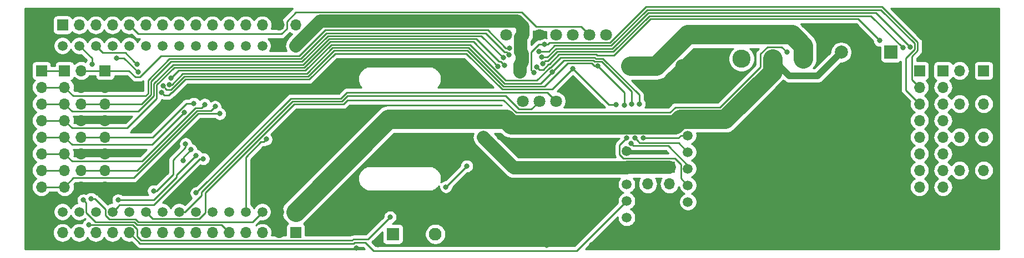
<source format=gbr>
G04 #@! TF.GenerationSoftware,KiCad,Pcbnew,(5.1.4)-1*
G04 #@! TF.CreationDate,2021-01-03T10:51:31-08:00*
G04 #@! TF.ProjectId,BOMPanelClipon,424f4d50-616e-4656-9c43-6c69706f6e2e,rev?*
G04 #@! TF.SameCoordinates,Original*
G04 #@! TF.FileFunction,Copper,L2,Bot*
G04 #@! TF.FilePolarity,Positive*
%FSLAX46Y46*%
G04 Gerber Fmt 4.6, Leading zero omitted, Abs format (unit mm)*
G04 Created by KiCad (PCBNEW (5.1.4)-1) date 2021-01-03 10:51:31*
%MOMM*%
%LPD*%
G04 APERTURE LIST*
%ADD10C,2.032000*%
%ADD11O,1.700000X1.700000*%
%ADD12R,1.700000X1.700000*%
%ADD13C,1.500000*%
%ADD14C,1.800000*%
%ADD15R,2.000000X2.000000*%
%ADD16C,2.000000*%
%ADD17C,2.775000*%
%ADD18R,1.950000X1.950000*%
%ADD19C,1.950000*%
%ADD20C,0.800000*%
%ADD21C,0.250000*%
%ADD22C,1.000000*%
%ADD23C,3.000000*%
%ADD24C,2.000000*%
%ADD25C,0.254000*%
G04 APERTURE END LIST*
D10*
X29923600Y9575000D03*
X25961200Y9575000D03*
X21998800Y9575000D03*
X18036400Y9575000D03*
D11*
X-62100000Y-8890000D03*
X-62100000Y-6350000D03*
X-62100000Y-3810000D03*
X-62100000Y-1270000D03*
X-62100000Y1270000D03*
X-62100000Y3810000D03*
X-62100000Y6350000D03*
D12*
X-62100000Y8890000D03*
D13*
X26809700Y-1016000D03*
X26809700Y-3556000D03*
X26809700Y-6096000D03*
X26809700Y-8636000D03*
X26809700Y-11176000D03*
X26809700Y-13716000D03*
X-33020000Y12700000D03*
X-33020000Y-12700000D03*
X-35560000Y12700000D03*
X-35560000Y-12700000D03*
X-38100000Y12700000D03*
X-38100000Y-12700000D03*
X-40640000Y12700000D03*
X-40640000Y-12700000D03*
X-43180000Y12700000D03*
X-43180000Y-12700000D03*
X-45720000Y12700000D03*
X-45720000Y-12700000D03*
X-48260000Y12700000D03*
X-48260000Y-12700000D03*
X-50800000Y12700000D03*
X-50800000Y-12700000D03*
X-53340000Y12700000D03*
X-53340000Y-12700000D03*
X-55880000Y12700000D03*
X-55880000Y-12700000D03*
X-58420000Y12700000D03*
X-58420000Y-12700000D03*
X-60960000Y12700000D03*
X-60960000Y-12700000D03*
X-63500000Y12700000D03*
X-63500000Y-12700000D03*
X-66040000Y12700000D03*
X-66040000Y-12700000D03*
X-68580000Y12700000D03*
X-68580000Y-12700000D03*
D14*
X-920000Y14380000D03*
X1620000Y14380000D03*
X4160000Y14380000D03*
X6700000Y14380000D03*
X9240000Y14380000D03*
X11780000Y14380000D03*
X14320000Y14380000D03*
X11780000Y4220000D03*
X9240000Y4220000D03*
X6700000Y4220000D03*
X4160000Y4220000D03*
X1620000Y4220000D03*
D11*
X-65730000Y-8890000D03*
X-68270000Y-8890000D03*
X-65730000Y-6350000D03*
X-68270000Y-6350000D03*
X-65730000Y-3810000D03*
X-68270000Y-3810000D03*
X-65730000Y-1270000D03*
X-68270000Y-1270000D03*
X-65730000Y1270000D03*
X-68270000Y1270000D03*
X-65730000Y3810000D03*
X-68270000Y3810000D03*
X-65730000Y6350000D03*
X-68270000Y6350000D03*
X-65730000Y8890000D03*
D12*
X-68270000Y8890000D03*
X-33020000Y-15875000D03*
D11*
X-35560000Y-15875000D03*
X-38100000Y-15875000D03*
X-40640000Y-15875000D03*
X-43180000Y-15875000D03*
X-45720000Y-15875000D03*
X-48260000Y-15875000D03*
X-50800000Y-15875000D03*
X-53340000Y-15875000D03*
X-55880000Y-15875000D03*
X-58420000Y-15875000D03*
X-60960000Y-15875000D03*
X-63500000Y-15875000D03*
X-66040000Y-15875000D03*
X-68580000Y-15875000D03*
X-33020000Y15875000D03*
X-35560000Y15875000D03*
X-38100000Y15875000D03*
X-40640000Y15875000D03*
X-43180000Y15875000D03*
X-45720000Y15875000D03*
X-48260000Y15875000D03*
X-50800000Y15875000D03*
X-53340000Y15875000D03*
X-55880000Y15875000D03*
X-58420000Y15875000D03*
X-60960000Y15875000D03*
X-63500000Y15875000D03*
X-66040000Y15875000D03*
D12*
X-68580000Y15875000D03*
X65730000Y8890000D03*
D11*
X68270000Y8890000D03*
X65730000Y6350000D03*
X68270000Y6350000D03*
X65730000Y3810000D03*
X68270000Y3810000D03*
X65730000Y1270000D03*
X68270000Y1270000D03*
X65730000Y-1270000D03*
X68270000Y-1270000D03*
X65730000Y-3810000D03*
X68270000Y-3810000D03*
X65730000Y-6350000D03*
X68270000Y-6350000D03*
X65730000Y-8890000D03*
X68270000Y-8890000D03*
D12*
X-71800000Y8890000D03*
D11*
X-71800000Y6350000D03*
X-71800000Y3810000D03*
X-71800000Y1270000D03*
X-71800000Y-1270000D03*
X-71800000Y-3810000D03*
X-71800000Y-6350000D03*
X-71800000Y-8890000D03*
D12*
X62153800Y8890000D03*
D11*
X62153800Y6350000D03*
X62153800Y3810000D03*
X62153800Y1270000D03*
X62153800Y-1270000D03*
X62153800Y-3810000D03*
X62153800Y-6350000D03*
X62153800Y-8890000D03*
X71932800Y-8890000D03*
X71932800Y-6350000D03*
X71932800Y-3810000D03*
X71932800Y-1270000D03*
X71932800Y1270000D03*
X71932800Y3810000D03*
X71932800Y6350000D03*
D12*
X71932800Y8890000D03*
D15*
X57800000Y11700000D03*
D16*
X50200000Y11700000D03*
D17*
X35000000Y10700000D03*
X39700000Y10700000D03*
X44400000Y10700000D03*
D12*
X20700000Y-5900000D03*
D11*
X20700000Y-8440000D03*
X20700000Y-10980000D03*
X24000000Y-10980000D03*
X24000000Y-8440000D03*
D12*
X24000000Y-5900000D03*
D13*
X17480000Y-3420000D03*
X17480000Y-5960000D03*
X17480000Y-8500000D03*
X17480000Y-11040000D03*
X17480000Y-13580000D03*
D18*
X-18200000Y-16100000D03*
D19*
X-11700000Y-16100000D03*
D20*
X-73600000Y-17700000D03*
X-73300000Y17300000D03*
X-72000000Y11300000D03*
X-73800000Y2200000D03*
X-73700000Y-5200000D03*
X-73200000Y-11000000D03*
X-53300000Y-5100000D03*
X-51500000Y4100000D03*
X-29600000Y-15000000D03*
X-19600000Y-11200000D03*
X-22700000Y-15000000D03*
X-20500000Y-17700000D03*
X-14800000Y-17400000D03*
X-14400000Y-14300000D03*
X-8100000Y-17400000D03*
X5300000Y-17800000D03*
X5100000Y-12500000D03*
X12100000Y-17700000D03*
X15000000Y-8900000D03*
X-200000Y-8500000D03*
X-1900000Y-1300000D03*
X14200000Y-2100000D03*
X7000000Y-2700000D03*
X9300000Y7200000D03*
X20300000Y6800000D03*
X23100000Y4100000D03*
X33600000Y8100000D03*
X31400000Y4900000D03*
X32500000Y-1300000D03*
X38100000Y3000000D03*
X35900000Y700000D03*
X32400000Y-8200000D03*
X32500000Y-16700000D03*
X43800000Y-16800000D03*
X43300000Y-8700000D03*
X42900000Y-300000D03*
X41500000Y6600000D03*
X47300000Y6300000D03*
X52800000Y11500000D03*
X54300000Y11900000D03*
X53000000Y14300000D03*
X50500000Y14300000D03*
X56800000Y8200000D03*
X53600000Y-300000D03*
X54000000Y-8400000D03*
X53600000Y-15700000D03*
X63600000Y-15900000D03*
X73200000Y-16600000D03*
X73300000Y17600000D03*
X62800000Y16900000D03*
X68100000Y12700000D03*
X68000000Y17800000D03*
X72400000Y12100000D03*
X-21300000Y3200000D03*
X-32700000Y2300000D03*
X-35700000Y-10500000D03*
X-17500000Y-1500000D03*
X-11700000Y-1300000D03*
X22000000Y-17100000D03*
X11100000Y-11100000D03*
X6100000Y-8500000D03*
X-23800000Y-18200000D03*
X-59450000Y-17800000D03*
X-64900000Y-17750000D03*
X-70500000Y-14200000D03*
X-52100000Y-11150000D03*
X-47050000Y900000D03*
X-40200000Y300000D03*
X-42200000Y5900000D03*
X-56450000Y150000D03*
X-4650000Y6900000D03*
X-7800000Y10200000D03*
X-26450000Y10250000D03*
X-29700000Y6100000D03*
X-36100000Y-900000D03*
X-39100000Y-7400000D03*
X-31700000Y-7200000D03*
X-24200000Y-8000000D03*
X-27700000Y-11300000D03*
X-5900000Y-3000000D03*
X-4000000Y-4800000D03*
X-5300000Y-6300000D03*
X-7600000Y-4100000D03*
X-6600000Y-1200000D03*
X-25100000Y-900000D03*
X-47400000Y-1600000D03*
X-42300000Y-1500000D03*
X-48200000Y-7600000D03*
X-35100000Y17700000D03*
X-30500000Y-900000D03*
X-35300000Y-7400000D03*
X-39000000Y-10800000D03*
X-56700000Y6500000D03*
X-59100000Y1400000D03*
X-59700000Y6500000D03*
X-57100000Y-3700000D03*
X-59200000Y-8900000D03*
X-68700000Y10900000D03*
X-44600000Y2300000D03*
X-45300000Y3400000D03*
X-65400000Y-10900000D03*
X-46897931Y3725011D03*
X-48554720Y3867975D03*
X-49999071Y2499072D03*
X4900000Y12900000D03*
X3300000Y8575043D03*
X-2132725Y9567275D03*
X59600000Y12400000D03*
X4646077Y9942536D03*
X-1346536Y10869886D03*
X56100000Y13500000D03*
X3772054Y9456626D03*
X-1142809Y9709015D03*
X60700000Y12500000D03*
X4494567Y10931003D03*
X-448266Y11323723D03*
X4051755Y11827630D03*
X-386209Y12321807D03*
X-64225165Y-10699845D03*
X30300000Y1537500D03*
X-48200000Y-9800000D03*
X-4400000Y-1300000D03*
X1200000Y8700000D03*
X-10100000Y-8900000D03*
X-6900000Y-5700000D03*
X19400000Y3800000D03*
X20030373Y-1425021D03*
X-52032144Y7736855D03*
X18200000Y3800000D03*
X6094788Y8656518D03*
X18723319Y-1425021D03*
X-52290837Y6770883D03*
X17100000Y3600000D03*
X17485652Y-1425021D03*
X13100000Y9574926D03*
X-53260162Y6525054D03*
X15900000Y3700000D03*
X9300000Y9200000D03*
X18107874Y-2213216D03*
X-57077610Y8647710D03*
X-60340753Y10790011D03*
X-53474948Y5548380D03*
X-18600000Y-13500000D03*
X-64100000Y9900000D03*
X-64600001Y-14699999D03*
X41900000Y11700000D03*
X-50200000Y-4900000D03*
X-49000000Y-3200000D03*
X-49800000Y-2300000D03*
X-54700000Y-9500000D03*
X-37500000Y-1600000D03*
X-60100000Y-10900000D03*
X-48200000Y-4100000D03*
X-47100000Y-4600000D03*
X-57220482Y9845802D03*
D21*
X-57725001Y-7525001D02*
X-64365001Y-7525001D01*
X-47900000Y2300000D02*
X-57725001Y-7525001D01*
X-44600000Y2300000D02*
X-47900000Y2300000D01*
X-71800000Y-8890000D02*
X-68270000Y-8890000D01*
X-66905001Y-7525001D02*
X-68270000Y-8890000D01*
X-64365001Y-7525001D02*
X-66905001Y-7525001D01*
X-59537600Y-6350000D02*
X-62100000Y-6350000D01*
X-57186411Y-6350000D02*
X-59537600Y-6350000D01*
X-48086400Y2750011D02*
X-57186411Y-6350000D01*
X-45300000Y3400000D02*
X-45949989Y2750011D01*
X-45949989Y2750011D02*
X-48086400Y2750011D01*
X-64527919Y-6350000D02*
X-62100000Y-6350000D01*
X-65730000Y-6350000D02*
X-64527919Y-6350000D01*
X-69472081Y-6350000D02*
X-71800000Y-6350000D01*
X-68270000Y-6350000D02*
X-69472081Y-6350000D01*
X-44029999Y-15025001D02*
X-43180000Y-15875000D01*
X-44355001Y-14699999D02*
X-44029999Y-15025001D01*
X-65400000Y-10900000D02*
X-64964999Y-11335001D01*
X-64964999Y-11335001D02*
X-64964999Y-12826003D01*
X-64964999Y-12826003D02*
X-63541014Y-14249988D01*
X-63541014Y-14249988D02*
X-57669599Y-14249988D01*
X-57669599Y-14249988D02*
X-57219589Y-14699999D01*
X-57219589Y-14699999D02*
X-44355001Y-14699999D01*
X-71800000Y-3810000D02*
X-68270000Y-3810000D01*
X-67094999Y-4985001D02*
X-68270000Y-3810000D01*
X-56457822Y-4985001D02*
X-67094999Y-4985001D01*
X-48272800Y3200022D02*
X-56457822Y-4985001D01*
X-46897931Y3725011D02*
X-47422920Y3200022D01*
X-47422920Y3200022D02*
X-48272800Y3200022D01*
X-64527919Y-1270000D02*
X-62100000Y-1270000D01*
X-65730000Y-1270000D02*
X-64527919Y-1270000D01*
X-59537600Y-1270000D02*
X-62100000Y-1270000D01*
X-54841147Y-1270000D02*
X-59537600Y-1270000D01*
X-48554720Y3867975D02*
X-49703172Y3867975D01*
X-49703172Y3867975D02*
X-54841147Y-1270000D01*
X-68270000Y-1270000D02*
X-71800000Y-1270000D01*
X-67094999Y-2445001D02*
X-68270000Y-1270000D01*
X-49999071Y2499072D02*
X-54943144Y-2445001D01*
X-54943144Y-2445001D02*
X-67094999Y-2445001D01*
X4073055Y12900000D02*
X2900001Y11726946D01*
X2900001Y8975042D02*
X3300000Y8575043D01*
X4900000Y12900000D02*
X4073055Y12900000D01*
X2900001Y11726946D02*
X2900001Y8975042D01*
X60972801Y7530999D02*
X62153800Y6350000D01*
X60972801Y11063386D02*
X60972801Y7530999D01*
X56459200Y18650033D02*
X61875013Y13234220D01*
X20403035Y18650033D02*
X56459200Y18650033D01*
X14908001Y13154999D02*
X20403035Y18650033D01*
X5720684Y13154999D02*
X14908001Y13154999D01*
X5465685Y12900000D02*
X5720684Y13154999D01*
X4900000Y12900000D02*
X5465685Y12900000D01*
X61875013Y11965598D02*
X60972801Y11063386D01*
X61875013Y13234220D02*
X61875013Y11965598D01*
X-71800000Y1270000D02*
X-68270000Y1270000D01*
X-67094999Y94999D02*
X-68270000Y1270000D01*
X-58705001Y94999D02*
X-67094999Y94999D01*
X-54199958Y4600042D02*
X-58705001Y94999D01*
X-5865505Y13300055D02*
X-27745589Y13300055D01*
X-2132725Y9567275D02*
X-5865505Y13300055D01*
X-27745589Y13300055D02*
X-31695600Y9350044D01*
X-31695600Y9350044D02*
X-51549956Y9350044D01*
X-51549956Y9350044D02*
X-54199958Y6700042D01*
X-54199958Y6700042D02*
X-54199958Y4600042D01*
X5046076Y10342535D02*
X4646077Y9942536D01*
X54749991Y17250009D02*
X20913599Y17250009D01*
X6904966Y11804966D02*
X5442535Y10342535D01*
X15468556Y11804966D02*
X6904966Y11804966D01*
X5442535Y10342535D02*
X5046076Y10342535D01*
X59600000Y12400000D02*
X54749991Y17250009D01*
X20913599Y17250009D02*
X15468556Y11804966D01*
X-59537600Y3810000D02*
X-62100000Y3810000D01*
X-55099980Y5227199D02*
X-56517179Y3810000D01*
X-4676727Y14200077D02*
X-28118389Y14200077D01*
X-1346536Y10869886D02*
X-4676727Y14200077D01*
X-56517179Y3810000D02*
X-59537600Y3810000D01*
X-28118389Y14200077D02*
X-32068400Y10250066D01*
X-32068400Y10250066D02*
X-52077113Y10250066D01*
X-52077113Y10250066D02*
X-55099980Y7227199D01*
X-55099980Y7227199D02*
X-55099980Y5227199D01*
X-63302081Y3810000D02*
X-65730000Y3810000D01*
X-62100000Y3810000D02*
X-63302081Y3810000D01*
X21100000Y16800000D02*
X52800000Y16800000D01*
X15499958Y11199958D02*
X21100000Y16800000D01*
X12954399Y11199958D02*
X15499958Y11199958D01*
X12799402Y11354955D02*
X12954399Y11199958D01*
X3772054Y9456626D02*
X4172053Y9056627D01*
X4172053Y9056627D02*
X4785482Y9056627D01*
X4785482Y9056627D02*
X5560386Y9831531D01*
X52800000Y16800000D02*
X56100000Y13500000D01*
X5560386Y9831531D02*
X5660386Y9831531D01*
X5660386Y9831531D02*
X7183810Y11354955D01*
X7183810Y11354955D02*
X12799402Y11354955D01*
X-68270000Y3810000D02*
X-71800000Y3810000D01*
X-57055769Y2634999D02*
X-67094999Y2634999D01*
X-67094999Y2634999D02*
X-68270000Y3810000D01*
X-51736356Y9800055D02*
X-54649969Y6886442D01*
X-31882000Y9800055D02*
X-51736356Y9800055D01*
X-27931989Y13750066D02*
X-31882000Y9800055D01*
X-1542808Y10109014D02*
X-1601460Y10109014D01*
X-1142809Y9709015D02*
X-1542808Y10109014D01*
X-54649969Y5040799D02*
X-57055769Y2634999D01*
X-1601460Y10109014D02*
X-1784723Y10292277D01*
X-54649969Y6886442D02*
X-54649969Y5040799D01*
X-1784723Y10292277D02*
X-1992277Y10292277D01*
X-1992277Y10292277D02*
X-5450066Y13750066D01*
X-5450066Y13750066D02*
X-27931989Y13750066D01*
X60700000Y12500000D02*
X55449989Y17750011D01*
X5394592Y10931003D02*
X5060252Y10931003D01*
X55449989Y17750011D02*
X20777191Y17750011D01*
X15282157Y12254977D02*
X6718566Y12254977D01*
X6718566Y12254977D02*
X5394592Y10931003D01*
X20777191Y17750011D02*
X15282157Y12254977D01*
X5060252Y10931003D02*
X4494567Y10931003D01*
X-64429991Y5049991D02*
X-55913599Y5049991D01*
X-55913599Y5049991D02*
X-55549991Y5413599D01*
X-55549991Y5413599D02*
X-55549991Y7413599D01*
X-1127368Y11723722D02*
X-848265Y11723722D01*
X-848265Y11723722D02*
X-448266Y11323723D01*
X-4053734Y14650088D02*
X-1127368Y11723722D01*
X-28304789Y14650088D02*
X-4053734Y14650088D01*
X-32254800Y10700077D02*
X-28304789Y14650088D01*
X-52263513Y10700077D02*
X-32254800Y10700077D01*
X-55549991Y7413599D02*
X-52263513Y10700077D01*
X-68270000Y6350000D02*
X-71800000Y6350000D01*
X-66969991Y5049991D02*
X-64429991Y5049991D01*
X-68270000Y6350000D02*
X-66969991Y5049991D01*
X56272800Y18200022D02*
X20589434Y18200022D01*
X6462628Y12704988D02*
X5585270Y11827630D01*
X5585270Y11827630D02*
X4617440Y11827630D01*
X60050009Y5913791D02*
X60050009Y10777005D01*
X60050009Y10777005D02*
X61425002Y12151998D01*
X15094401Y12704988D02*
X6462628Y12704988D01*
X4617440Y11827630D02*
X4051755Y11827630D01*
X61425002Y12151998D02*
X61425002Y13047820D01*
X62153800Y3810000D02*
X60050009Y5913791D01*
X20589434Y18200022D02*
X15094401Y12704988D01*
X61425002Y13047820D02*
X56272800Y18200022D01*
X-56800000Y7900000D02*
X-53549912Y11150088D01*
X-57447600Y7900000D02*
X-56800000Y7900000D01*
X-53549912Y11150088D02*
X-32441200Y11150088D01*
X-32441200Y11150088D02*
X-28491189Y15100099D01*
X-28491189Y15100099D02*
X-3730186Y15100099D01*
X-3730186Y15100099D02*
X-951894Y12321807D01*
X-951894Y12321807D02*
X-386209Y12321807D01*
X-58437600Y8890000D02*
X-57447600Y7900000D01*
X-59537600Y8890000D02*
X-58437600Y8890000D01*
X-59537600Y8890000D02*
X-62100000Y8890000D01*
X-62100000Y8890000D02*
X-65730000Y8890000D01*
X-69370000Y8890000D02*
X-71800000Y8890000D01*
X-68270000Y8890000D02*
X-69370000Y8890000D01*
X-63659480Y-10699845D02*
X-64225165Y-10699845D01*
X-38100000Y-12700000D02*
X-39625012Y-14225012D01*
X-62035001Y-12324324D02*
X-63659480Y-10699845D01*
X-57058165Y-14225012D02*
X-57483199Y-13799977D01*
X-57483199Y-13799977D02*
X-61451025Y-13799977D01*
X-39625012Y-14225012D02*
X-57058165Y-14225012D01*
X-61451025Y-13799977D02*
X-62035001Y-13216001D01*
X-62035001Y-13216001D02*
X-62035001Y-12324324D01*
D22*
X39700000Y10700000D02*
X42300000Y8100000D01*
X46600000Y8100000D02*
X50200000Y11700000D01*
X42300000Y8100000D02*
X46600000Y8100000D01*
D23*
X39700000Y8719045D02*
X39700000Y8737779D01*
X-33020000Y-12700000D02*
X-18875944Y1444056D01*
X-18875944Y1444056D02*
X-925011Y1444056D01*
X32455944Y1474989D02*
X39700000Y8719045D01*
X39700000Y8737779D02*
X39700000Y10700000D01*
X25655944Y1474989D02*
X32455944Y1474989D01*
X24855944Y674989D02*
X25655944Y1474989D01*
X-155944Y674989D02*
X24855944Y674989D01*
X-925011Y1444056D02*
X-155944Y674989D01*
D21*
X-25213600Y5549989D02*
X5370011Y5549989D01*
X5800001Y5119999D02*
X6700000Y4220000D01*
X-48200000Y-9800000D02*
X-33750011Y4649989D01*
X-33750011Y4649989D02*
X-26113600Y4649989D01*
X5370011Y5549989D02*
X5800001Y5119999D01*
X-26113600Y4649989D02*
X-25213600Y5549989D01*
X-1022100Y5049098D02*
X1031999Y2994999D01*
X-25078080Y5049098D02*
X-1022100Y5049098D01*
X-50800000Y-12700000D02*
X-49900000Y-12700000D01*
X1031999Y2994999D02*
X2934999Y2994999D01*
X-49900000Y-12700000D02*
X-47400000Y-10200000D01*
X-47400000Y-10200000D02*
X-47400000Y-9700000D01*
X-47400000Y-9700000D02*
X-33500022Y4199978D01*
X-33500022Y4199978D02*
X-25927200Y4199978D01*
X2934999Y2994999D02*
X4160000Y4220000D01*
X-25927200Y4199978D02*
X-25078080Y5049098D01*
D24*
X1620000Y15652792D02*
X1620000Y14380000D01*
X792791Y16480001D02*
X1620000Y15652792D01*
X-29239999Y16480001D02*
X792791Y16480001D01*
X-33020000Y12700000D02*
X-29239999Y16480001D01*
X24000000Y-5900000D02*
X20700000Y-5900000D01*
X17540000Y-5900000D02*
X17480000Y-5960000D01*
X20700000Y-5900000D02*
X17540000Y-5900000D01*
X1574990Y10174990D02*
X1574990Y11451162D01*
X1274990Y14034990D02*
X1620000Y14380000D01*
X1274990Y11751162D02*
X1274990Y14034990D01*
X1574990Y11451162D02*
X1274990Y11751162D01*
X1200000Y9800000D02*
X1200000Y8700000D01*
X17480000Y-5960000D02*
X260000Y-5960000D01*
X-4000001Y-1699999D02*
X-4400000Y-1300000D01*
X260000Y-5960000D02*
X-4000001Y-1699999D01*
X1574990Y10174990D02*
X1200000Y9800000D01*
D21*
X-10100000Y-8900000D02*
X-6900000Y-5700000D01*
X26809700Y-1016000D02*
X25749040Y-1016000D01*
X25749040Y-1016000D02*
X25340019Y-1425021D01*
X20596058Y-1425021D02*
X20030373Y-1425021D01*
X25340019Y-1425021D02*
X20596058Y-1425021D01*
X12767999Y10749947D02*
X12613002Y10904944D01*
X12613002Y10904944D02*
X7370210Y10904944D01*
X19400000Y5172821D02*
X13822874Y10749947D01*
X19400000Y3800000D02*
X19400000Y5172821D01*
X7370210Y10904944D02*
X5846786Y9381520D01*
X-51632145Y8136854D02*
X-52032144Y7736855D01*
X13822874Y10749947D02*
X12767999Y10749947D01*
X-50868966Y8900033D02*
X-51632145Y8136854D01*
X-31509200Y8900033D02*
X-50868966Y8900033D01*
X-27559189Y12850044D02*
X-31509200Y8900033D01*
X-6440811Y12850044D02*
X-27559189Y12850044D01*
X-965756Y7374989D02*
X-6440811Y12850044D01*
X3740255Y7374989D02*
X-965756Y7374989D01*
X5746786Y9381520D02*
X3740255Y7374989D01*
X5846786Y9381520D02*
X5746786Y9381520D01*
X25403723Y-2150023D02*
X19448321Y-2150023D01*
X19123318Y-1825020D02*
X18723319Y-1425021D01*
X26809700Y-3556000D02*
X25403723Y-2150023D01*
X19448321Y-2150023D02*
X19123318Y-1825020D01*
X18200000Y3800000D02*
X18200000Y5736410D01*
X18200000Y5736410D02*
X13636474Y10299936D01*
X12581599Y10299936D02*
X12426602Y10454933D01*
X6494787Y9056517D02*
X6094788Y8656518D01*
X7893203Y10454933D02*
X6494787Y9056517D01*
X12426602Y10454933D02*
X7893203Y10454933D01*
X13636474Y10299936D02*
X12581599Y10299936D01*
X-1152156Y6924978D02*
X-6627211Y12400033D01*
X-50222801Y8450022D02*
X-51901939Y6770883D01*
X6094788Y8656518D02*
X4363248Y6924978D01*
X-6627211Y12400033D02*
X-27372789Y12400033D01*
X-51901939Y6770883D02*
X-52290837Y6770883D01*
X-27372789Y12400033D02*
X-31322800Y8450022D01*
X4363248Y6924978D02*
X-1152156Y6924978D01*
X-31322800Y8450022D02*
X-50222801Y8450022D01*
X25734699Y-7560999D02*
X25734699Y-5434699D01*
X17085653Y-1825020D02*
X17485652Y-1425021D01*
X25734699Y-5434699D02*
X24795001Y-4495001D01*
X16404999Y-2505674D02*
X17085653Y-1825020D01*
X16963999Y-4495001D02*
X16404999Y-3936001D01*
X16404999Y-3936001D02*
X16404999Y-2505674D01*
X26809700Y-8636000D02*
X25734699Y-7560999D01*
X24795001Y-4495001D02*
X16963999Y-4495001D01*
X17100000Y5574926D02*
X13499999Y9174927D01*
X17100000Y3600000D02*
X17100000Y5574926D01*
X13499999Y9174927D02*
X13100000Y9574926D01*
X12109241Y10000000D02*
X8463590Y10000000D01*
X-31136400Y8000011D02*
X-50036401Y8000011D01*
X-50036401Y8000011D02*
X-52068908Y5967503D01*
X-1338556Y6474967D02*
X-6813611Y11950022D01*
X13100000Y9574926D02*
X12534315Y9574926D01*
X-52860163Y6125055D02*
X-53260162Y6525054D01*
X-27186389Y11950022D02*
X-31136400Y8000011D01*
X8463590Y10000000D02*
X4938557Y6474967D01*
X-6813611Y11950022D02*
X-27186389Y11950022D01*
X-52068908Y5967503D02*
X-52702611Y5967503D01*
X4938557Y6474967D02*
X-1338556Y6474967D01*
X12534315Y9574926D02*
X12109241Y10000000D01*
X-52702611Y5967503D02*
X-52860163Y6125055D01*
X10554999Y15605001D02*
X3694999Y15605001D01*
X11780000Y14380000D02*
X10554999Y15605001D01*
X1346639Y17800000D02*
X1341628Y17805011D01*
X3694999Y15605001D02*
X1500000Y17800000D01*
X1500000Y17800000D02*
X1346639Y17800000D01*
X1341628Y17805011D02*
X-32994989Y17805011D01*
X-34384999Y15310999D02*
X-35195998Y14500000D01*
X-32994989Y17805011D02*
X-34384999Y16415001D01*
X-34384999Y16415001D02*
X-34384999Y15310999D01*
X-57045000Y14500000D02*
X-58420000Y15875000D01*
X-35195998Y14500000D02*
X-57045000Y14500000D01*
X18507873Y-2613215D02*
X18107874Y-2213216D01*
X26809700Y-5609700D02*
X23813215Y-2613215D01*
X23813215Y-2613215D02*
X18507873Y-2613215D01*
X26809700Y-6096000D02*
X26809700Y-5609700D01*
X15900000Y3700000D02*
X14800000Y3700000D01*
X9699999Y8800001D02*
X9300000Y9200000D01*
X14800000Y3700000D02*
X9699999Y8800001D01*
X-57077610Y8647710D02*
X-59219911Y10790011D01*
X-59219911Y10790011D02*
X-59775068Y10790011D01*
X-59775068Y10790011D02*
X-60340753Y10790011D01*
X6124956Y6024956D02*
X9300000Y9200000D01*
X-1524956Y6024956D02*
X6124956Y6024956D01*
X-7000011Y11500011D02*
X-1524956Y6024956D01*
X-30950000Y7550000D02*
X-26999989Y11500011D01*
X-49850001Y7550000D02*
X-30950000Y7550000D01*
X-51882507Y5517494D02*
X-49850001Y7550000D01*
X-51982507Y5517493D02*
X-51882507Y5517494D01*
X-52351619Y5148381D02*
X-51982507Y5517493D01*
X-53074949Y5148381D02*
X-52351619Y5148381D01*
X-53474948Y5548380D02*
X-53074949Y5148381D01*
X-26999989Y11500011D02*
X-7000011Y11500011D01*
X-22024988Y-16924988D02*
X-18999999Y-13899999D01*
X-57213589Y-15342409D02*
X-57213589Y-16445001D01*
X-57213589Y-16445001D02*
X-56608589Y-17050001D01*
X-56608589Y-17050001D02*
X-24359414Y-17050001D01*
X-24359414Y-17050001D02*
X-24234401Y-16924988D01*
X-18999999Y-13899999D02*
X-18600000Y-13500000D01*
X-24234401Y-16924988D02*
X-22024988Y-16924988D01*
X-57855999Y-14699999D02*
X-57213589Y-15342409D01*
X-66040000Y12700000D02*
X-64100000Y10760000D01*
X-64100000Y10760000D02*
X-64100000Y9900000D01*
X-64600001Y-14699999D02*
X-57855999Y-14699999D01*
X-1703084Y4403084D02*
X-1303084Y4403084D01*
X-1303084Y4403084D02*
X600000Y2500000D01*
X600000Y2500000D02*
X24100002Y2500000D01*
X24100002Y2500000D02*
X24900035Y3300033D01*
X25338315Y3300033D02*
X25338348Y3300000D01*
X24900035Y3300033D02*
X25338315Y3300033D01*
X25338348Y3300000D02*
X31700000Y3300000D01*
X37874990Y11455943D02*
X38944057Y12525010D01*
X31700000Y3300000D02*
X37874990Y9474990D01*
X37874990Y9474990D02*
X37874990Y11455943D01*
X38944057Y12525010D02*
X41074990Y12525010D01*
X41074990Y12525010D02*
X41900000Y11700000D01*
X-55880000Y-12700000D02*
X-54804999Y-13775001D01*
X-33250033Y3749967D02*
X-25740800Y3749967D01*
X-54804999Y-13775001D02*
X-47743999Y-13775001D01*
X-47743999Y-13775001D02*
X-46795001Y-12826003D01*
X-25740800Y3749967D02*
X-25087683Y4403084D01*
X-25087683Y4403084D02*
X-1703084Y4403084D01*
X-46795001Y-9795001D02*
X-33250033Y3749967D01*
X-46795001Y-12826003D02*
X-46795001Y-9795001D01*
X-24220502Y-17547500D02*
X-24048001Y-17374999D01*
X9820000Y-18700000D02*
X16730001Y-11789999D01*
X-24048001Y-17374999D02*
X-22425001Y-17374999D01*
X-58420000Y-15875000D02*
X-56747500Y-17547500D01*
X-21100000Y-18700000D02*
X9820000Y-18700000D01*
X16730001Y-11789999D02*
X17480000Y-11040000D01*
X-22425001Y-17374999D02*
X-21100000Y-18700000D01*
X-56747500Y-17547500D02*
X-24220502Y-17547500D01*
D23*
X44400000Y12662221D02*
X42662221Y14400000D01*
X44400000Y10700000D02*
X44400000Y12662221D01*
X21998800Y9575000D02*
X18036400Y9575000D01*
X26823800Y14400000D02*
X29100000Y14400000D01*
X21998800Y9575000D02*
X26823800Y14400000D01*
X42662221Y14400000D02*
X29100000Y14400000D01*
D21*
X-50200000Y-4900000D02*
X-50200000Y-4400000D01*
X-50200000Y-4400000D02*
X-49000000Y-3200000D01*
X-49800000Y-2865685D02*
X-51700000Y-4765685D01*
X-49800000Y-2300000D02*
X-49800000Y-2865685D01*
X-51700000Y-4765685D02*
X-51700000Y-7000000D01*
X-51700000Y-7000000D02*
X-54200000Y-9500000D01*
X-54200000Y-9500000D02*
X-54700000Y-9500000D01*
X-40640000Y-4340000D02*
X-40640000Y-12700000D01*
X-38299999Y-1999999D02*
X-40640000Y-4340000D01*
X-37500000Y-1600000D02*
X-37899999Y-1999999D01*
X-37899999Y-1999999D02*
X-38299999Y-1999999D01*
X-60100000Y-10900000D02*
X-59534315Y-10900000D01*
X-59534315Y-10900000D02*
X-54700000Y-10900000D01*
X-54700000Y-10900000D02*
X-51200000Y-7400000D01*
X-51200000Y-7400000D02*
X-51200000Y-7100000D01*
X-51200000Y-7100000D02*
X-48200000Y-4100000D01*
X-60210001Y-11950001D02*
X-60960000Y-12700000D01*
X-59884999Y-11624999D02*
X-60210001Y-11950001D01*
X-54690685Y-11624999D02*
X-59884999Y-11624999D01*
X-47665685Y-4600000D02*
X-54690685Y-11624999D01*
X-47100000Y-4600000D02*
X-47665685Y-4600000D01*
X-58999679Y11624999D02*
X-57620481Y10245801D01*
X-62424999Y11624999D02*
X-58999679Y11624999D01*
X-63500000Y12700000D02*
X-62424999Y11624999D01*
X-57620481Y10245801D02*
X-57220482Y9845802D01*
D25*
G36*
X74270001Y-18390000D02*
G01*
X11204801Y-18390000D01*
X16095000Y-13499802D01*
X16095000Y-13716411D01*
X16148225Y-13983989D01*
X16252629Y-14236043D01*
X16404201Y-14462886D01*
X16597114Y-14655799D01*
X16823957Y-14807371D01*
X17076011Y-14911775D01*
X17343589Y-14965000D01*
X17616411Y-14965000D01*
X17883989Y-14911775D01*
X18136043Y-14807371D01*
X18362886Y-14655799D01*
X18555799Y-14462886D01*
X18707371Y-14236043D01*
X18811775Y-13983989D01*
X18865000Y-13716411D01*
X18865000Y-13443589D01*
X18811775Y-13176011D01*
X18707371Y-12923957D01*
X18555799Y-12697114D01*
X18362886Y-12504201D01*
X18136043Y-12352629D01*
X18033127Y-12310000D01*
X18136043Y-12267371D01*
X18362886Y-12115799D01*
X18555799Y-11922886D01*
X18707371Y-11696043D01*
X18811775Y-11443989D01*
X18865000Y-11176411D01*
X18865000Y-10903589D01*
X18811775Y-10636011D01*
X18707371Y-10383957D01*
X18555799Y-10157114D01*
X18362886Y-9964201D01*
X18136043Y-9812629D01*
X18033127Y-9770000D01*
X18136043Y-9727371D01*
X18362886Y-9575799D01*
X18555799Y-9382886D01*
X18707371Y-9156043D01*
X18811775Y-8903989D01*
X18865000Y-8636411D01*
X18865000Y-8363589D01*
X18811775Y-8096011D01*
X18707371Y-7843957D01*
X18555799Y-7617114D01*
X18473685Y-7535000D01*
X19521654Y-7535000D01*
X19459294Y-7610986D01*
X19321401Y-7868966D01*
X19236487Y-8148889D01*
X19207815Y-8440000D01*
X19236487Y-8731111D01*
X19321401Y-9011034D01*
X19459294Y-9269014D01*
X19644866Y-9495134D01*
X19870986Y-9680706D01*
X20128966Y-9818599D01*
X20408889Y-9903513D01*
X20627050Y-9925000D01*
X20772950Y-9925000D01*
X20991111Y-9903513D01*
X21271034Y-9818599D01*
X21529014Y-9680706D01*
X21755134Y-9495134D01*
X21940706Y-9269014D01*
X22078599Y-9011034D01*
X22163513Y-8731111D01*
X22192185Y-8440000D01*
X22163513Y-8148889D01*
X22078599Y-7868966D01*
X21940706Y-7610986D01*
X21878346Y-7535000D01*
X22821654Y-7535000D01*
X22759294Y-7610986D01*
X22621401Y-7868966D01*
X22536487Y-8148889D01*
X22507815Y-8440000D01*
X22536487Y-8731111D01*
X22621401Y-9011034D01*
X22759294Y-9269014D01*
X22944866Y-9495134D01*
X23170986Y-9680706D01*
X23428966Y-9818599D01*
X23708889Y-9903513D01*
X23927050Y-9925000D01*
X24072950Y-9925000D01*
X24291111Y-9903513D01*
X24571034Y-9818599D01*
X24829014Y-9680706D01*
X25055134Y-9495134D01*
X25240706Y-9269014D01*
X25378599Y-9011034D01*
X25435110Y-8824744D01*
X25477925Y-9039989D01*
X25582329Y-9292043D01*
X25733901Y-9518886D01*
X25926814Y-9711799D01*
X26153657Y-9863371D01*
X26256573Y-9906000D01*
X26153657Y-9948629D01*
X25926814Y-10100201D01*
X25733901Y-10293114D01*
X25582329Y-10519957D01*
X25477925Y-10772011D01*
X25424700Y-11039589D01*
X25424700Y-11312411D01*
X25477925Y-11579989D01*
X25582329Y-11832043D01*
X25733901Y-12058886D01*
X25926814Y-12251799D01*
X26153657Y-12403371D01*
X26405711Y-12507775D01*
X26673289Y-12561000D01*
X26946111Y-12561000D01*
X27213689Y-12507775D01*
X27465743Y-12403371D01*
X27692586Y-12251799D01*
X27885499Y-12058886D01*
X28037071Y-11832043D01*
X28141475Y-11579989D01*
X28194700Y-11312411D01*
X28194700Y-11039589D01*
X28141475Y-10772011D01*
X28037071Y-10519957D01*
X27885499Y-10293114D01*
X27692586Y-10100201D01*
X27465743Y-9948629D01*
X27362827Y-9906000D01*
X27465743Y-9863371D01*
X27692586Y-9711799D01*
X27885499Y-9518886D01*
X28037071Y-9292043D01*
X28141475Y-9039989D01*
X28194700Y-8772411D01*
X28194700Y-8499589D01*
X28141475Y-8232011D01*
X28037071Y-7979957D01*
X27885499Y-7753114D01*
X27692586Y-7560201D01*
X27465743Y-7408629D01*
X27362827Y-7366000D01*
X27465743Y-7323371D01*
X27692586Y-7171799D01*
X27885499Y-6978886D01*
X28037071Y-6752043D01*
X28141475Y-6499989D01*
X28194700Y-6232411D01*
X28194700Y-5959589D01*
X28141475Y-5692011D01*
X28037071Y-5439957D01*
X27885499Y-5213114D01*
X27692586Y-5020201D01*
X27465743Y-4868629D01*
X27362827Y-4826000D01*
X27465743Y-4783371D01*
X27692586Y-4631799D01*
X27885499Y-4438886D01*
X28037071Y-4212043D01*
X28141475Y-3959989D01*
X28194700Y-3692411D01*
X28194700Y-3419589D01*
X28141475Y-3152011D01*
X28037071Y-2899957D01*
X27885499Y-2673114D01*
X27692586Y-2480201D01*
X27465743Y-2328629D01*
X27362827Y-2286000D01*
X27465743Y-2243371D01*
X27692586Y-2091799D01*
X27885499Y-1898886D01*
X28037071Y-1672043D01*
X28141475Y-1419989D01*
X28194700Y-1152411D01*
X28194700Y-879589D01*
X28151023Y-660011D01*
X32351072Y-660011D01*
X32455944Y-670340D01*
X32560816Y-660011D01*
X32560826Y-660011D01*
X32874477Y-629119D01*
X33276926Y-507037D01*
X33647825Y-308788D01*
X33972921Y-41988D01*
X34039781Y39481D01*
X41135513Y7135212D01*
X41216977Y7202068D01*
X41292056Y7293551D01*
X41386381Y7408487D01*
X41458009Y7336859D01*
X41493551Y7293551D01*
X41666377Y7151716D01*
X41863553Y7046324D01*
X42077501Y6981423D01*
X42244248Y6965000D01*
X42244257Y6965000D01*
X42299999Y6959510D01*
X42355741Y6965000D01*
X46544249Y6965000D01*
X46600000Y6959509D01*
X46655751Y6965000D01*
X46655752Y6965000D01*
X46822499Y6981423D01*
X47036447Y7046324D01*
X47233623Y7151716D01*
X47406449Y7293551D01*
X47441996Y7336865D01*
X50170132Y10065000D01*
X50361033Y10065000D01*
X50676912Y10127832D01*
X50974463Y10251082D01*
X51242252Y10430013D01*
X51469987Y10657748D01*
X51648918Y10925537D01*
X51772168Y11223088D01*
X51835000Y11538967D01*
X51835000Y11861033D01*
X51772168Y12176912D01*
X51648918Y12474463D01*
X51469987Y12742252D01*
X51242252Y12969987D01*
X50974463Y13148918D01*
X50676912Y13272168D01*
X50361033Y13335000D01*
X50038967Y13335000D01*
X49723088Y13272168D01*
X49425537Y13148918D01*
X49157748Y12969987D01*
X48930013Y12742252D01*
X48751082Y12474463D01*
X48627832Y12176912D01*
X48565000Y11861033D01*
X48565000Y11670132D01*
X46129869Y9235000D01*
X45959634Y9235000D01*
X46183777Y9508119D01*
X46382026Y9879018D01*
X46504108Y10281467D01*
X46535000Y10595118D01*
X46535000Y12557347D01*
X46545329Y12662221D01*
X46535000Y12767096D01*
X46535000Y12767102D01*
X46504108Y13080754D01*
X46496578Y13105579D01*
X46382026Y13483203D01*
X46373048Y13500000D01*
X46183777Y13854102D01*
X46100378Y13955724D01*
X45983836Y14097731D01*
X45983833Y14097734D01*
X45916977Y14179198D01*
X45835513Y14246054D01*
X44246058Y15835508D01*
X44179198Y15916977D01*
X44029294Y16040000D01*
X52485199Y16040000D01*
X55065000Y13460198D01*
X55065000Y13398061D01*
X55104774Y13198102D01*
X55182795Y13009744D01*
X55296063Y12840226D01*
X55440226Y12696063D01*
X55609744Y12582795D01*
X55798102Y12504774D01*
X55998061Y12465000D01*
X56161928Y12465000D01*
X56161928Y10700000D01*
X56174188Y10575518D01*
X56210498Y10455820D01*
X56269463Y10345506D01*
X56348815Y10248815D01*
X56445506Y10169463D01*
X56555820Y10110498D01*
X56675518Y10074188D01*
X56800000Y10061928D01*
X58800000Y10061928D01*
X58924482Y10074188D01*
X59044180Y10110498D01*
X59154494Y10169463D01*
X59251185Y10248815D01*
X59290010Y10296123D01*
X59290009Y5951114D01*
X59286333Y5913791D01*
X59290009Y5876469D01*
X59290009Y5876459D01*
X59301006Y5764806D01*
X59330833Y5666479D01*
X59344463Y5621545D01*
X59415035Y5489515D01*
X59438308Y5461157D01*
X59510008Y5373790D01*
X59539012Y5349987D01*
X60713003Y4175995D01*
X60690287Y4101111D01*
X60661615Y3810000D01*
X60690287Y3518889D01*
X60775201Y3238966D01*
X60913094Y2980986D01*
X61098666Y2754866D01*
X61324786Y2569294D01*
X61379591Y2540000D01*
X61324786Y2510706D01*
X61098666Y2325134D01*
X60913094Y2099014D01*
X60775201Y1841034D01*
X60690287Y1561111D01*
X60661615Y1270000D01*
X60690287Y978889D01*
X60775201Y698966D01*
X60913094Y440986D01*
X61098666Y214866D01*
X61324786Y29294D01*
X61379591Y0D01*
X61324786Y-29294D01*
X61098666Y-214866D01*
X60913094Y-440986D01*
X60775201Y-698966D01*
X60690287Y-978889D01*
X60661615Y-1270000D01*
X60690287Y-1561111D01*
X60775201Y-1841034D01*
X60913094Y-2099014D01*
X61098666Y-2325134D01*
X61324786Y-2510706D01*
X61379591Y-2540000D01*
X61324786Y-2569294D01*
X61098666Y-2754866D01*
X60913094Y-2980986D01*
X60775201Y-3238966D01*
X60690287Y-3518889D01*
X60661615Y-3810000D01*
X60690287Y-4101111D01*
X60775201Y-4381034D01*
X60913094Y-4639014D01*
X61098666Y-4865134D01*
X61324786Y-5050706D01*
X61379591Y-5080000D01*
X61324786Y-5109294D01*
X61098666Y-5294866D01*
X60913094Y-5520986D01*
X60775201Y-5778966D01*
X60690287Y-6058889D01*
X60661615Y-6350000D01*
X60690287Y-6641111D01*
X60775201Y-6921034D01*
X60913094Y-7179014D01*
X61098666Y-7405134D01*
X61324786Y-7590706D01*
X61379591Y-7620000D01*
X61324786Y-7649294D01*
X61098666Y-7834866D01*
X60913094Y-8060986D01*
X60775201Y-8318966D01*
X60690287Y-8598889D01*
X60661615Y-8890000D01*
X60690287Y-9181111D01*
X60775201Y-9461034D01*
X60913094Y-9719014D01*
X61098666Y-9945134D01*
X61324786Y-10130706D01*
X61582766Y-10268599D01*
X61862689Y-10353513D01*
X62080850Y-10375000D01*
X62226750Y-10375000D01*
X62444911Y-10353513D01*
X62724834Y-10268599D01*
X62982814Y-10130706D01*
X63208934Y-9945134D01*
X63394506Y-9719014D01*
X63532399Y-9461034D01*
X63617313Y-9181111D01*
X63645985Y-8890000D01*
X63617313Y-8598889D01*
X63532399Y-8318966D01*
X63394506Y-8060986D01*
X63208934Y-7834866D01*
X62982814Y-7649294D01*
X62928009Y-7620000D01*
X62982814Y-7590706D01*
X63208934Y-7405134D01*
X63394506Y-7179014D01*
X63532399Y-6921034D01*
X63617313Y-6641111D01*
X63645985Y-6350000D01*
X63617313Y-6058889D01*
X63532399Y-5778966D01*
X63394506Y-5520986D01*
X63208934Y-5294866D01*
X62982814Y-5109294D01*
X62928009Y-5080000D01*
X62982814Y-5050706D01*
X63208934Y-4865134D01*
X63394506Y-4639014D01*
X63532399Y-4381034D01*
X63617313Y-4101111D01*
X63645985Y-3810000D01*
X63617313Y-3518889D01*
X63532399Y-3238966D01*
X63394506Y-2980986D01*
X63208934Y-2754866D01*
X62982814Y-2569294D01*
X62928009Y-2540000D01*
X62982814Y-2510706D01*
X63208934Y-2325134D01*
X63394506Y-2099014D01*
X63532399Y-1841034D01*
X63617313Y-1561111D01*
X63645985Y-1270000D01*
X63617313Y-978889D01*
X63532399Y-698966D01*
X63394506Y-440986D01*
X63208934Y-214866D01*
X62982814Y-29294D01*
X62928009Y0D01*
X62982814Y29294D01*
X63208934Y214866D01*
X63394506Y440986D01*
X63532399Y698966D01*
X63617313Y978889D01*
X63645985Y1270000D01*
X63617313Y1561111D01*
X63532399Y1841034D01*
X63394506Y2099014D01*
X63208934Y2325134D01*
X62982814Y2510706D01*
X62928009Y2540000D01*
X62982814Y2569294D01*
X63208934Y2754866D01*
X63394506Y2980986D01*
X63532399Y3238966D01*
X63617313Y3518889D01*
X63645985Y3810000D01*
X63617313Y4101111D01*
X63532399Y4381034D01*
X63394506Y4639014D01*
X63208934Y4865134D01*
X62982814Y5050706D01*
X62928009Y5080000D01*
X62982814Y5109294D01*
X63208934Y5294866D01*
X63394506Y5520986D01*
X63532399Y5778966D01*
X63617313Y6058889D01*
X63645985Y6350000D01*
X64237815Y6350000D01*
X64266487Y6058889D01*
X64351401Y5778966D01*
X64489294Y5520986D01*
X64674866Y5294866D01*
X64900986Y5109294D01*
X64955791Y5080000D01*
X64900986Y5050706D01*
X64674866Y4865134D01*
X64489294Y4639014D01*
X64351401Y4381034D01*
X64266487Y4101111D01*
X64237815Y3810000D01*
X64266487Y3518889D01*
X64351401Y3238966D01*
X64489294Y2980986D01*
X64674866Y2754866D01*
X64900986Y2569294D01*
X64955791Y2540000D01*
X64900986Y2510706D01*
X64674866Y2325134D01*
X64489294Y2099014D01*
X64351401Y1841034D01*
X64266487Y1561111D01*
X64237815Y1270000D01*
X64266487Y978889D01*
X64351401Y698966D01*
X64489294Y440986D01*
X64674866Y214866D01*
X64900986Y29294D01*
X64955791Y0D01*
X64900986Y-29294D01*
X64674866Y-214866D01*
X64489294Y-440986D01*
X64351401Y-698966D01*
X64266487Y-978889D01*
X64237815Y-1270000D01*
X64266487Y-1561111D01*
X64351401Y-1841034D01*
X64489294Y-2099014D01*
X64674866Y-2325134D01*
X64900986Y-2510706D01*
X64955791Y-2540000D01*
X64900986Y-2569294D01*
X64674866Y-2754866D01*
X64489294Y-2980986D01*
X64351401Y-3238966D01*
X64266487Y-3518889D01*
X64237815Y-3810000D01*
X64266487Y-4101111D01*
X64351401Y-4381034D01*
X64489294Y-4639014D01*
X64674866Y-4865134D01*
X64900986Y-5050706D01*
X64955791Y-5080000D01*
X64900986Y-5109294D01*
X64674866Y-5294866D01*
X64489294Y-5520986D01*
X64351401Y-5778966D01*
X64266487Y-6058889D01*
X64237815Y-6350000D01*
X64266487Y-6641111D01*
X64351401Y-6921034D01*
X64489294Y-7179014D01*
X64674866Y-7405134D01*
X64900986Y-7590706D01*
X64955791Y-7620000D01*
X64900986Y-7649294D01*
X64674866Y-7834866D01*
X64489294Y-8060986D01*
X64351401Y-8318966D01*
X64266487Y-8598889D01*
X64237815Y-8890000D01*
X64266487Y-9181111D01*
X64351401Y-9461034D01*
X64489294Y-9719014D01*
X64674866Y-9945134D01*
X64900986Y-10130706D01*
X65158966Y-10268599D01*
X65438889Y-10353513D01*
X65657050Y-10375000D01*
X65802950Y-10375000D01*
X66021111Y-10353513D01*
X66301034Y-10268599D01*
X66559014Y-10130706D01*
X66785134Y-9945134D01*
X66970706Y-9719014D01*
X67108599Y-9461034D01*
X67193513Y-9181111D01*
X67222185Y-8890000D01*
X67193513Y-8598889D01*
X67108599Y-8318966D01*
X66970706Y-8060986D01*
X66785134Y-7834866D01*
X66559014Y-7649294D01*
X66504209Y-7620000D01*
X66559014Y-7590706D01*
X66785134Y-7405134D01*
X66970706Y-7179014D01*
X67000000Y-7124209D01*
X67029294Y-7179014D01*
X67214866Y-7405134D01*
X67440986Y-7590706D01*
X67698966Y-7728599D01*
X67978889Y-7813513D01*
X68197050Y-7835000D01*
X68342950Y-7835000D01*
X68561111Y-7813513D01*
X68841034Y-7728599D01*
X69099014Y-7590706D01*
X69325134Y-7405134D01*
X69510706Y-7179014D01*
X69648599Y-6921034D01*
X69733513Y-6641111D01*
X69762185Y-6350000D01*
X70440615Y-6350000D01*
X70469287Y-6641111D01*
X70554201Y-6921034D01*
X70692094Y-7179014D01*
X70877666Y-7405134D01*
X71103786Y-7590706D01*
X71361766Y-7728599D01*
X71641689Y-7813513D01*
X71859850Y-7835000D01*
X72005750Y-7835000D01*
X72223911Y-7813513D01*
X72503834Y-7728599D01*
X72761814Y-7590706D01*
X72987934Y-7405134D01*
X73173506Y-7179014D01*
X73311399Y-6921034D01*
X73396313Y-6641111D01*
X73424985Y-6350000D01*
X73396313Y-6058889D01*
X73311399Y-5778966D01*
X73173506Y-5520986D01*
X72987934Y-5294866D01*
X72761814Y-5109294D01*
X72503834Y-4971401D01*
X72223911Y-4886487D01*
X72005750Y-4865000D01*
X71859850Y-4865000D01*
X71641689Y-4886487D01*
X71361766Y-4971401D01*
X71103786Y-5109294D01*
X70877666Y-5294866D01*
X70692094Y-5520986D01*
X70554201Y-5778966D01*
X70469287Y-6058889D01*
X70440615Y-6350000D01*
X69762185Y-6350000D01*
X69733513Y-6058889D01*
X69648599Y-5778966D01*
X69510706Y-5520986D01*
X69325134Y-5294866D01*
X69099014Y-5109294D01*
X68841034Y-4971401D01*
X68561111Y-4886487D01*
X68342950Y-4865000D01*
X68197050Y-4865000D01*
X67978889Y-4886487D01*
X67698966Y-4971401D01*
X67440986Y-5109294D01*
X67214866Y-5294866D01*
X67029294Y-5520986D01*
X67000000Y-5575791D01*
X66970706Y-5520986D01*
X66785134Y-5294866D01*
X66559014Y-5109294D01*
X66504209Y-5080000D01*
X66559014Y-5050706D01*
X66785134Y-4865134D01*
X66970706Y-4639014D01*
X67108599Y-4381034D01*
X67193513Y-4101111D01*
X67222185Y-3810000D01*
X67193513Y-3518889D01*
X67108599Y-3238966D01*
X66970706Y-2980986D01*
X66785134Y-2754866D01*
X66559014Y-2569294D01*
X66504209Y-2540000D01*
X66559014Y-2510706D01*
X66785134Y-2325134D01*
X66970706Y-2099014D01*
X67000000Y-2044209D01*
X67029294Y-2099014D01*
X67214866Y-2325134D01*
X67440986Y-2510706D01*
X67698966Y-2648599D01*
X67978889Y-2733513D01*
X68197050Y-2755000D01*
X68342950Y-2755000D01*
X68561111Y-2733513D01*
X68841034Y-2648599D01*
X69099014Y-2510706D01*
X69325134Y-2325134D01*
X69510706Y-2099014D01*
X69648599Y-1841034D01*
X69733513Y-1561111D01*
X69762185Y-1270000D01*
X70440615Y-1270000D01*
X70469287Y-1561111D01*
X70554201Y-1841034D01*
X70692094Y-2099014D01*
X70877666Y-2325134D01*
X71103786Y-2510706D01*
X71361766Y-2648599D01*
X71641689Y-2733513D01*
X71859850Y-2755000D01*
X72005750Y-2755000D01*
X72223911Y-2733513D01*
X72503834Y-2648599D01*
X72761814Y-2510706D01*
X72987934Y-2325134D01*
X73173506Y-2099014D01*
X73311399Y-1841034D01*
X73396313Y-1561111D01*
X73424985Y-1270000D01*
X73396313Y-978889D01*
X73311399Y-698966D01*
X73173506Y-440986D01*
X72987934Y-214866D01*
X72761814Y-29294D01*
X72503834Y108599D01*
X72223911Y193513D01*
X72005750Y215000D01*
X71859850Y215000D01*
X71641689Y193513D01*
X71361766Y108599D01*
X71103786Y-29294D01*
X70877666Y-214866D01*
X70692094Y-440986D01*
X70554201Y-698966D01*
X70469287Y-978889D01*
X70440615Y-1270000D01*
X69762185Y-1270000D01*
X69733513Y-978889D01*
X69648599Y-698966D01*
X69510706Y-440986D01*
X69325134Y-214866D01*
X69099014Y-29294D01*
X68841034Y108599D01*
X68561111Y193513D01*
X68342950Y215000D01*
X68197050Y215000D01*
X67978889Y193513D01*
X67698966Y108599D01*
X67440986Y-29294D01*
X67214866Y-214866D01*
X67029294Y-440986D01*
X67000000Y-495791D01*
X66970706Y-440986D01*
X66785134Y-214866D01*
X66559014Y-29294D01*
X66504209Y0D01*
X66559014Y29294D01*
X66785134Y214866D01*
X66970706Y440986D01*
X67108599Y698966D01*
X67193513Y978889D01*
X67222185Y1270000D01*
X67193513Y1561111D01*
X67108599Y1841034D01*
X66970706Y2099014D01*
X66785134Y2325134D01*
X66559014Y2510706D01*
X66504209Y2540000D01*
X66559014Y2569294D01*
X66785134Y2754866D01*
X66970706Y2980986D01*
X67000000Y3035791D01*
X67029294Y2980986D01*
X67214866Y2754866D01*
X67440986Y2569294D01*
X67698966Y2431401D01*
X67978889Y2346487D01*
X68197050Y2325000D01*
X68342950Y2325000D01*
X68561111Y2346487D01*
X68841034Y2431401D01*
X69099014Y2569294D01*
X69325134Y2754866D01*
X69510706Y2980986D01*
X69648599Y3238966D01*
X69733513Y3518889D01*
X69762185Y3810000D01*
X70440615Y3810000D01*
X70469287Y3518889D01*
X70554201Y3238966D01*
X70692094Y2980986D01*
X70877666Y2754866D01*
X71103786Y2569294D01*
X71361766Y2431401D01*
X71641689Y2346487D01*
X71859850Y2325000D01*
X72005750Y2325000D01*
X72223911Y2346487D01*
X72503834Y2431401D01*
X72761814Y2569294D01*
X72987934Y2754866D01*
X73173506Y2980986D01*
X73311399Y3238966D01*
X73396313Y3518889D01*
X73424985Y3810000D01*
X73396313Y4101111D01*
X73311399Y4381034D01*
X73173506Y4639014D01*
X72987934Y4865134D01*
X72761814Y5050706D01*
X72503834Y5188599D01*
X72223911Y5273513D01*
X72005750Y5295000D01*
X71859850Y5295000D01*
X71641689Y5273513D01*
X71361766Y5188599D01*
X71103786Y5050706D01*
X70877666Y4865134D01*
X70692094Y4639014D01*
X70554201Y4381034D01*
X70469287Y4101111D01*
X70440615Y3810000D01*
X69762185Y3810000D01*
X69733513Y4101111D01*
X69648599Y4381034D01*
X69510706Y4639014D01*
X69325134Y4865134D01*
X69099014Y5050706D01*
X68841034Y5188599D01*
X68561111Y5273513D01*
X68342950Y5295000D01*
X68197050Y5295000D01*
X67978889Y5273513D01*
X67698966Y5188599D01*
X67440986Y5050706D01*
X67214866Y4865134D01*
X67029294Y4639014D01*
X67000000Y4584209D01*
X66970706Y4639014D01*
X66785134Y4865134D01*
X66559014Y5050706D01*
X66504209Y5080000D01*
X66559014Y5109294D01*
X66785134Y5294866D01*
X66970706Y5520986D01*
X67108599Y5778966D01*
X67193513Y6058889D01*
X67222185Y6350000D01*
X67193513Y6641111D01*
X67108599Y6921034D01*
X66970706Y7179014D01*
X66785134Y7405134D01*
X66755313Y7429607D01*
X66824180Y7450498D01*
X66934494Y7509463D01*
X67031185Y7588815D01*
X67110537Y7685506D01*
X67169502Y7795820D01*
X67190393Y7864687D01*
X67214866Y7834866D01*
X67440986Y7649294D01*
X67698966Y7511401D01*
X67978889Y7426487D01*
X68197050Y7405000D01*
X68342950Y7405000D01*
X68561111Y7426487D01*
X68841034Y7511401D01*
X69099014Y7649294D01*
X69325134Y7834866D01*
X69510706Y8060986D01*
X69648599Y8318966D01*
X69733513Y8598889D01*
X69762185Y8890000D01*
X69733513Y9181111D01*
X69648599Y9461034D01*
X69510706Y9719014D01*
X69493484Y9740000D01*
X70444728Y9740000D01*
X70444728Y8040000D01*
X70456988Y7915518D01*
X70493298Y7795820D01*
X70552263Y7685506D01*
X70631615Y7588815D01*
X70728306Y7509463D01*
X70838620Y7450498D01*
X70958318Y7414188D01*
X71082800Y7401928D01*
X72782800Y7401928D01*
X72907282Y7414188D01*
X73026980Y7450498D01*
X73137294Y7509463D01*
X73233985Y7588815D01*
X73313337Y7685506D01*
X73372302Y7795820D01*
X73408612Y7915518D01*
X73420872Y8040000D01*
X73420872Y9740000D01*
X73408612Y9864482D01*
X73372302Y9984180D01*
X73313337Y10094494D01*
X73233985Y10191185D01*
X73137294Y10270537D01*
X73026980Y10329502D01*
X72907282Y10365812D01*
X72782800Y10378072D01*
X71082800Y10378072D01*
X70958318Y10365812D01*
X70838620Y10329502D01*
X70728306Y10270537D01*
X70631615Y10191185D01*
X70552263Y10094494D01*
X70493298Y9984180D01*
X70456988Y9864482D01*
X70444728Y9740000D01*
X69493484Y9740000D01*
X69325134Y9945134D01*
X69099014Y10130706D01*
X68841034Y10268599D01*
X68561111Y10353513D01*
X68342950Y10375000D01*
X68197050Y10375000D01*
X67978889Y10353513D01*
X67698966Y10268599D01*
X67440986Y10130706D01*
X67214866Y9945134D01*
X67190393Y9915313D01*
X67169502Y9984180D01*
X67110537Y10094494D01*
X67031185Y10191185D01*
X66934494Y10270537D01*
X66824180Y10329502D01*
X66704482Y10365812D01*
X66580000Y10378072D01*
X64880000Y10378072D01*
X64755518Y10365812D01*
X64635820Y10329502D01*
X64525506Y10270537D01*
X64428815Y10191185D01*
X64349463Y10094494D01*
X64290498Y9984180D01*
X64254188Y9864482D01*
X64241928Y9740000D01*
X64241928Y8040000D01*
X64254188Y7915518D01*
X64290498Y7795820D01*
X64349463Y7685506D01*
X64428815Y7588815D01*
X64525506Y7509463D01*
X64635820Y7450498D01*
X64704687Y7429607D01*
X64674866Y7405134D01*
X64489294Y7179014D01*
X64351401Y6921034D01*
X64266487Y6641111D01*
X64237815Y6350000D01*
X63645985Y6350000D01*
X63617313Y6641111D01*
X63532399Y6921034D01*
X63394506Y7179014D01*
X63208934Y7405134D01*
X63179113Y7429607D01*
X63247980Y7450498D01*
X63358294Y7509463D01*
X63454985Y7588815D01*
X63534337Y7685506D01*
X63593302Y7795820D01*
X63629612Y7915518D01*
X63641872Y8040000D01*
X63641872Y9740000D01*
X63629612Y9864482D01*
X63593302Y9984180D01*
X63534337Y10094494D01*
X63454985Y10191185D01*
X63358294Y10270537D01*
X63247980Y10329502D01*
X63128282Y10365812D01*
X63003800Y10378072D01*
X61732801Y10378072D01*
X61732801Y10748584D01*
X62386021Y11401803D01*
X62415014Y11425597D01*
X62438808Y11454590D01*
X62438812Y11454594D01*
X62509986Y11541321D01*
X62518381Y11557026D01*
X62580559Y11673351D01*
X62624016Y11816612D01*
X62635013Y11928265D01*
X62635013Y11928274D01*
X62638689Y11965597D01*
X62635013Y12002920D01*
X62635013Y13196898D01*
X62638689Y13234221D01*
X62635013Y13271544D01*
X62635013Y13271553D01*
X62624016Y13383206D01*
X62580559Y13526467D01*
X62509987Y13658496D01*
X62415014Y13774221D01*
X62386017Y13798018D01*
X57794034Y18390000D01*
X74270000Y18390000D01*
X74270001Y-18390000D01*
X74270001Y-18390000D01*
G37*
X74270001Y-18390000D02*
X11204801Y-18390000D01*
X16095000Y-13499802D01*
X16095000Y-13716411D01*
X16148225Y-13983989D01*
X16252629Y-14236043D01*
X16404201Y-14462886D01*
X16597114Y-14655799D01*
X16823957Y-14807371D01*
X17076011Y-14911775D01*
X17343589Y-14965000D01*
X17616411Y-14965000D01*
X17883989Y-14911775D01*
X18136043Y-14807371D01*
X18362886Y-14655799D01*
X18555799Y-14462886D01*
X18707371Y-14236043D01*
X18811775Y-13983989D01*
X18865000Y-13716411D01*
X18865000Y-13443589D01*
X18811775Y-13176011D01*
X18707371Y-12923957D01*
X18555799Y-12697114D01*
X18362886Y-12504201D01*
X18136043Y-12352629D01*
X18033127Y-12310000D01*
X18136043Y-12267371D01*
X18362886Y-12115799D01*
X18555799Y-11922886D01*
X18707371Y-11696043D01*
X18811775Y-11443989D01*
X18865000Y-11176411D01*
X18865000Y-10903589D01*
X18811775Y-10636011D01*
X18707371Y-10383957D01*
X18555799Y-10157114D01*
X18362886Y-9964201D01*
X18136043Y-9812629D01*
X18033127Y-9770000D01*
X18136043Y-9727371D01*
X18362886Y-9575799D01*
X18555799Y-9382886D01*
X18707371Y-9156043D01*
X18811775Y-8903989D01*
X18865000Y-8636411D01*
X18865000Y-8363589D01*
X18811775Y-8096011D01*
X18707371Y-7843957D01*
X18555799Y-7617114D01*
X18473685Y-7535000D01*
X19521654Y-7535000D01*
X19459294Y-7610986D01*
X19321401Y-7868966D01*
X19236487Y-8148889D01*
X19207815Y-8440000D01*
X19236487Y-8731111D01*
X19321401Y-9011034D01*
X19459294Y-9269014D01*
X19644866Y-9495134D01*
X19870986Y-9680706D01*
X20128966Y-9818599D01*
X20408889Y-9903513D01*
X20627050Y-9925000D01*
X20772950Y-9925000D01*
X20991111Y-9903513D01*
X21271034Y-9818599D01*
X21529014Y-9680706D01*
X21755134Y-9495134D01*
X21940706Y-9269014D01*
X22078599Y-9011034D01*
X22163513Y-8731111D01*
X22192185Y-8440000D01*
X22163513Y-8148889D01*
X22078599Y-7868966D01*
X21940706Y-7610986D01*
X21878346Y-7535000D01*
X22821654Y-7535000D01*
X22759294Y-7610986D01*
X22621401Y-7868966D01*
X22536487Y-8148889D01*
X22507815Y-8440000D01*
X22536487Y-8731111D01*
X22621401Y-9011034D01*
X22759294Y-9269014D01*
X22944866Y-9495134D01*
X23170986Y-9680706D01*
X23428966Y-9818599D01*
X23708889Y-9903513D01*
X23927050Y-9925000D01*
X24072950Y-9925000D01*
X24291111Y-9903513D01*
X24571034Y-9818599D01*
X24829014Y-9680706D01*
X25055134Y-9495134D01*
X25240706Y-9269014D01*
X25378599Y-9011034D01*
X25435110Y-8824744D01*
X25477925Y-9039989D01*
X25582329Y-9292043D01*
X25733901Y-9518886D01*
X25926814Y-9711799D01*
X26153657Y-9863371D01*
X26256573Y-9906000D01*
X26153657Y-9948629D01*
X25926814Y-10100201D01*
X25733901Y-10293114D01*
X25582329Y-10519957D01*
X25477925Y-10772011D01*
X25424700Y-11039589D01*
X25424700Y-11312411D01*
X25477925Y-11579989D01*
X25582329Y-11832043D01*
X25733901Y-12058886D01*
X25926814Y-12251799D01*
X26153657Y-12403371D01*
X26405711Y-12507775D01*
X26673289Y-12561000D01*
X26946111Y-12561000D01*
X27213689Y-12507775D01*
X27465743Y-12403371D01*
X27692586Y-12251799D01*
X27885499Y-12058886D01*
X28037071Y-11832043D01*
X28141475Y-11579989D01*
X28194700Y-11312411D01*
X28194700Y-11039589D01*
X28141475Y-10772011D01*
X28037071Y-10519957D01*
X27885499Y-10293114D01*
X27692586Y-10100201D01*
X27465743Y-9948629D01*
X27362827Y-9906000D01*
X27465743Y-9863371D01*
X27692586Y-9711799D01*
X27885499Y-9518886D01*
X28037071Y-9292043D01*
X28141475Y-9039989D01*
X28194700Y-8772411D01*
X28194700Y-8499589D01*
X28141475Y-8232011D01*
X28037071Y-7979957D01*
X27885499Y-7753114D01*
X27692586Y-7560201D01*
X27465743Y-7408629D01*
X27362827Y-7366000D01*
X27465743Y-7323371D01*
X27692586Y-7171799D01*
X27885499Y-6978886D01*
X28037071Y-6752043D01*
X28141475Y-6499989D01*
X28194700Y-6232411D01*
X28194700Y-5959589D01*
X28141475Y-5692011D01*
X28037071Y-5439957D01*
X27885499Y-5213114D01*
X27692586Y-5020201D01*
X27465743Y-4868629D01*
X27362827Y-4826000D01*
X27465743Y-4783371D01*
X27692586Y-4631799D01*
X27885499Y-4438886D01*
X28037071Y-4212043D01*
X28141475Y-3959989D01*
X28194700Y-3692411D01*
X28194700Y-3419589D01*
X28141475Y-3152011D01*
X28037071Y-2899957D01*
X27885499Y-2673114D01*
X27692586Y-2480201D01*
X27465743Y-2328629D01*
X27362827Y-2286000D01*
X27465743Y-2243371D01*
X27692586Y-2091799D01*
X27885499Y-1898886D01*
X28037071Y-1672043D01*
X28141475Y-1419989D01*
X28194700Y-1152411D01*
X28194700Y-879589D01*
X28151023Y-660011D01*
X32351072Y-660011D01*
X32455944Y-670340D01*
X32560816Y-660011D01*
X32560826Y-660011D01*
X32874477Y-629119D01*
X33276926Y-507037D01*
X33647825Y-308788D01*
X33972921Y-41988D01*
X34039781Y39481D01*
X41135513Y7135212D01*
X41216977Y7202068D01*
X41292056Y7293551D01*
X41386381Y7408487D01*
X41458009Y7336859D01*
X41493551Y7293551D01*
X41666377Y7151716D01*
X41863553Y7046324D01*
X42077501Y6981423D01*
X42244248Y6965000D01*
X42244257Y6965000D01*
X42299999Y6959510D01*
X42355741Y6965000D01*
X46544249Y6965000D01*
X46600000Y6959509D01*
X46655751Y6965000D01*
X46655752Y6965000D01*
X46822499Y6981423D01*
X47036447Y7046324D01*
X47233623Y7151716D01*
X47406449Y7293551D01*
X47441996Y7336865D01*
X50170132Y10065000D01*
X50361033Y10065000D01*
X50676912Y10127832D01*
X50974463Y10251082D01*
X51242252Y10430013D01*
X51469987Y10657748D01*
X51648918Y10925537D01*
X51772168Y11223088D01*
X51835000Y11538967D01*
X51835000Y11861033D01*
X51772168Y12176912D01*
X51648918Y12474463D01*
X51469987Y12742252D01*
X51242252Y12969987D01*
X50974463Y13148918D01*
X50676912Y13272168D01*
X50361033Y13335000D01*
X50038967Y13335000D01*
X49723088Y13272168D01*
X49425537Y13148918D01*
X49157748Y12969987D01*
X48930013Y12742252D01*
X48751082Y12474463D01*
X48627832Y12176912D01*
X48565000Y11861033D01*
X48565000Y11670132D01*
X46129869Y9235000D01*
X45959634Y9235000D01*
X46183777Y9508119D01*
X46382026Y9879018D01*
X46504108Y10281467D01*
X46535000Y10595118D01*
X46535000Y12557347D01*
X46545329Y12662221D01*
X46535000Y12767096D01*
X46535000Y12767102D01*
X46504108Y13080754D01*
X46496578Y13105579D01*
X46382026Y13483203D01*
X46373048Y13500000D01*
X46183777Y13854102D01*
X46100378Y13955724D01*
X45983836Y14097731D01*
X45983833Y14097734D01*
X45916977Y14179198D01*
X45835513Y14246054D01*
X44246058Y15835508D01*
X44179198Y15916977D01*
X44029294Y16040000D01*
X52485199Y16040000D01*
X55065000Y13460198D01*
X55065000Y13398061D01*
X55104774Y13198102D01*
X55182795Y13009744D01*
X55296063Y12840226D01*
X55440226Y12696063D01*
X55609744Y12582795D01*
X55798102Y12504774D01*
X55998061Y12465000D01*
X56161928Y12465000D01*
X56161928Y10700000D01*
X56174188Y10575518D01*
X56210498Y10455820D01*
X56269463Y10345506D01*
X56348815Y10248815D01*
X56445506Y10169463D01*
X56555820Y10110498D01*
X56675518Y10074188D01*
X56800000Y10061928D01*
X58800000Y10061928D01*
X58924482Y10074188D01*
X59044180Y10110498D01*
X59154494Y10169463D01*
X59251185Y10248815D01*
X59290010Y10296123D01*
X59290009Y5951114D01*
X59286333Y5913791D01*
X59290009Y5876469D01*
X59290009Y5876459D01*
X59301006Y5764806D01*
X59330833Y5666479D01*
X59344463Y5621545D01*
X59415035Y5489515D01*
X59438308Y5461157D01*
X59510008Y5373790D01*
X59539012Y5349987D01*
X60713003Y4175995D01*
X60690287Y4101111D01*
X60661615Y3810000D01*
X60690287Y3518889D01*
X60775201Y3238966D01*
X60913094Y2980986D01*
X61098666Y2754866D01*
X61324786Y2569294D01*
X61379591Y2540000D01*
X61324786Y2510706D01*
X61098666Y2325134D01*
X60913094Y2099014D01*
X60775201Y1841034D01*
X60690287Y1561111D01*
X60661615Y1270000D01*
X60690287Y978889D01*
X60775201Y698966D01*
X60913094Y440986D01*
X61098666Y214866D01*
X61324786Y29294D01*
X61379591Y0D01*
X61324786Y-29294D01*
X61098666Y-214866D01*
X60913094Y-440986D01*
X60775201Y-698966D01*
X60690287Y-978889D01*
X60661615Y-1270000D01*
X60690287Y-1561111D01*
X60775201Y-1841034D01*
X60913094Y-2099014D01*
X61098666Y-2325134D01*
X61324786Y-2510706D01*
X61379591Y-2540000D01*
X61324786Y-2569294D01*
X61098666Y-2754866D01*
X60913094Y-2980986D01*
X60775201Y-3238966D01*
X60690287Y-3518889D01*
X60661615Y-3810000D01*
X60690287Y-4101111D01*
X60775201Y-4381034D01*
X60913094Y-4639014D01*
X61098666Y-4865134D01*
X61324786Y-5050706D01*
X61379591Y-5080000D01*
X61324786Y-5109294D01*
X61098666Y-5294866D01*
X60913094Y-5520986D01*
X60775201Y-5778966D01*
X60690287Y-6058889D01*
X60661615Y-6350000D01*
X60690287Y-6641111D01*
X60775201Y-6921034D01*
X60913094Y-7179014D01*
X61098666Y-7405134D01*
X61324786Y-7590706D01*
X61379591Y-7620000D01*
X61324786Y-7649294D01*
X61098666Y-7834866D01*
X60913094Y-8060986D01*
X60775201Y-8318966D01*
X60690287Y-8598889D01*
X60661615Y-8890000D01*
X60690287Y-9181111D01*
X60775201Y-9461034D01*
X60913094Y-9719014D01*
X61098666Y-9945134D01*
X61324786Y-10130706D01*
X61582766Y-10268599D01*
X61862689Y-10353513D01*
X62080850Y-10375000D01*
X62226750Y-10375000D01*
X62444911Y-10353513D01*
X62724834Y-10268599D01*
X62982814Y-10130706D01*
X63208934Y-9945134D01*
X63394506Y-9719014D01*
X63532399Y-9461034D01*
X63617313Y-9181111D01*
X63645985Y-8890000D01*
X63617313Y-8598889D01*
X63532399Y-8318966D01*
X63394506Y-8060986D01*
X63208934Y-7834866D01*
X62982814Y-7649294D01*
X62928009Y-7620000D01*
X62982814Y-7590706D01*
X63208934Y-7405134D01*
X63394506Y-7179014D01*
X63532399Y-6921034D01*
X63617313Y-6641111D01*
X63645985Y-6350000D01*
X63617313Y-6058889D01*
X63532399Y-5778966D01*
X63394506Y-5520986D01*
X63208934Y-5294866D01*
X62982814Y-5109294D01*
X62928009Y-5080000D01*
X62982814Y-5050706D01*
X63208934Y-4865134D01*
X63394506Y-4639014D01*
X63532399Y-4381034D01*
X63617313Y-4101111D01*
X63645985Y-3810000D01*
X63617313Y-3518889D01*
X63532399Y-3238966D01*
X63394506Y-2980986D01*
X63208934Y-2754866D01*
X62982814Y-2569294D01*
X62928009Y-2540000D01*
X62982814Y-2510706D01*
X63208934Y-2325134D01*
X63394506Y-2099014D01*
X63532399Y-1841034D01*
X63617313Y-1561111D01*
X63645985Y-1270000D01*
X63617313Y-978889D01*
X63532399Y-698966D01*
X63394506Y-440986D01*
X63208934Y-214866D01*
X62982814Y-29294D01*
X62928009Y0D01*
X62982814Y29294D01*
X63208934Y214866D01*
X63394506Y440986D01*
X63532399Y698966D01*
X63617313Y978889D01*
X63645985Y1270000D01*
X63617313Y1561111D01*
X63532399Y1841034D01*
X63394506Y2099014D01*
X63208934Y2325134D01*
X62982814Y2510706D01*
X62928009Y2540000D01*
X62982814Y2569294D01*
X63208934Y2754866D01*
X63394506Y2980986D01*
X63532399Y3238966D01*
X63617313Y3518889D01*
X63645985Y3810000D01*
X63617313Y4101111D01*
X63532399Y4381034D01*
X63394506Y4639014D01*
X63208934Y4865134D01*
X62982814Y5050706D01*
X62928009Y5080000D01*
X62982814Y5109294D01*
X63208934Y5294866D01*
X63394506Y5520986D01*
X63532399Y5778966D01*
X63617313Y6058889D01*
X63645985Y6350000D01*
X64237815Y6350000D01*
X64266487Y6058889D01*
X64351401Y5778966D01*
X64489294Y5520986D01*
X64674866Y5294866D01*
X64900986Y5109294D01*
X64955791Y5080000D01*
X64900986Y5050706D01*
X64674866Y4865134D01*
X64489294Y4639014D01*
X64351401Y4381034D01*
X64266487Y4101111D01*
X64237815Y3810000D01*
X64266487Y3518889D01*
X64351401Y3238966D01*
X64489294Y2980986D01*
X64674866Y2754866D01*
X64900986Y2569294D01*
X64955791Y2540000D01*
X64900986Y2510706D01*
X64674866Y2325134D01*
X64489294Y2099014D01*
X64351401Y1841034D01*
X64266487Y1561111D01*
X64237815Y1270000D01*
X64266487Y978889D01*
X64351401Y698966D01*
X64489294Y440986D01*
X64674866Y214866D01*
X64900986Y29294D01*
X64955791Y0D01*
X64900986Y-29294D01*
X64674866Y-214866D01*
X64489294Y-440986D01*
X64351401Y-698966D01*
X64266487Y-978889D01*
X64237815Y-1270000D01*
X64266487Y-1561111D01*
X64351401Y-1841034D01*
X64489294Y-2099014D01*
X64674866Y-2325134D01*
X64900986Y-2510706D01*
X64955791Y-2540000D01*
X64900986Y-2569294D01*
X64674866Y-2754866D01*
X64489294Y-2980986D01*
X64351401Y-3238966D01*
X64266487Y-3518889D01*
X64237815Y-3810000D01*
X64266487Y-4101111D01*
X64351401Y-4381034D01*
X64489294Y-4639014D01*
X64674866Y-4865134D01*
X64900986Y-5050706D01*
X64955791Y-5080000D01*
X64900986Y-5109294D01*
X64674866Y-5294866D01*
X64489294Y-5520986D01*
X64351401Y-5778966D01*
X64266487Y-6058889D01*
X64237815Y-6350000D01*
X64266487Y-6641111D01*
X64351401Y-6921034D01*
X64489294Y-7179014D01*
X64674866Y-7405134D01*
X64900986Y-7590706D01*
X64955791Y-7620000D01*
X64900986Y-7649294D01*
X64674866Y-7834866D01*
X64489294Y-8060986D01*
X64351401Y-8318966D01*
X64266487Y-8598889D01*
X64237815Y-8890000D01*
X64266487Y-9181111D01*
X64351401Y-9461034D01*
X64489294Y-9719014D01*
X64674866Y-9945134D01*
X64900986Y-10130706D01*
X65158966Y-10268599D01*
X65438889Y-10353513D01*
X65657050Y-10375000D01*
X65802950Y-10375000D01*
X66021111Y-10353513D01*
X66301034Y-10268599D01*
X66559014Y-10130706D01*
X66785134Y-9945134D01*
X66970706Y-9719014D01*
X67108599Y-9461034D01*
X67193513Y-9181111D01*
X67222185Y-8890000D01*
X67193513Y-8598889D01*
X67108599Y-8318966D01*
X66970706Y-8060986D01*
X66785134Y-7834866D01*
X66559014Y-7649294D01*
X66504209Y-7620000D01*
X66559014Y-7590706D01*
X66785134Y-7405134D01*
X66970706Y-7179014D01*
X67000000Y-7124209D01*
X67029294Y-7179014D01*
X67214866Y-7405134D01*
X67440986Y-7590706D01*
X67698966Y-7728599D01*
X67978889Y-7813513D01*
X68197050Y-7835000D01*
X68342950Y-7835000D01*
X68561111Y-7813513D01*
X68841034Y-7728599D01*
X69099014Y-7590706D01*
X69325134Y-7405134D01*
X69510706Y-7179014D01*
X69648599Y-6921034D01*
X69733513Y-6641111D01*
X69762185Y-6350000D01*
X70440615Y-6350000D01*
X70469287Y-6641111D01*
X70554201Y-6921034D01*
X70692094Y-7179014D01*
X70877666Y-7405134D01*
X71103786Y-7590706D01*
X71361766Y-7728599D01*
X71641689Y-7813513D01*
X71859850Y-7835000D01*
X72005750Y-7835000D01*
X72223911Y-7813513D01*
X72503834Y-7728599D01*
X72761814Y-7590706D01*
X72987934Y-7405134D01*
X73173506Y-7179014D01*
X73311399Y-6921034D01*
X73396313Y-6641111D01*
X73424985Y-6350000D01*
X73396313Y-6058889D01*
X73311399Y-5778966D01*
X73173506Y-5520986D01*
X72987934Y-5294866D01*
X72761814Y-5109294D01*
X72503834Y-4971401D01*
X72223911Y-4886487D01*
X72005750Y-4865000D01*
X71859850Y-4865000D01*
X71641689Y-4886487D01*
X71361766Y-4971401D01*
X71103786Y-5109294D01*
X70877666Y-5294866D01*
X70692094Y-5520986D01*
X70554201Y-5778966D01*
X70469287Y-6058889D01*
X70440615Y-6350000D01*
X69762185Y-6350000D01*
X69733513Y-6058889D01*
X69648599Y-5778966D01*
X69510706Y-5520986D01*
X69325134Y-5294866D01*
X69099014Y-5109294D01*
X68841034Y-4971401D01*
X68561111Y-4886487D01*
X68342950Y-4865000D01*
X68197050Y-4865000D01*
X67978889Y-4886487D01*
X67698966Y-4971401D01*
X67440986Y-5109294D01*
X67214866Y-5294866D01*
X67029294Y-5520986D01*
X67000000Y-5575791D01*
X66970706Y-5520986D01*
X66785134Y-5294866D01*
X66559014Y-5109294D01*
X66504209Y-5080000D01*
X66559014Y-5050706D01*
X66785134Y-4865134D01*
X66970706Y-4639014D01*
X67108599Y-4381034D01*
X67193513Y-4101111D01*
X67222185Y-3810000D01*
X67193513Y-3518889D01*
X67108599Y-3238966D01*
X66970706Y-2980986D01*
X66785134Y-2754866D01*
X66559014Y-2569294D01*
X66504209Y-2540000D01*
X66559014Y-2510706D01*
X66785134Y-2325134D01*
X66970706Y-2099014D01*
X67000000Y-2044209D01*
X67029294Y-2099014D01*
X67214866Y-2325134D01*
X67440986Y-2510706D01*
X67698966Y-2648599D01*
X67978889Y-2733513D01*
X68197050Y-2755000D01*
X68342950Y-2755000D01*
X68561111Y-2733513D01*
X68841034Y-2648599D01*
X69099014Y-2510706D01*
X69325134Y-2325134D01*
X69510706Y-2099014D01*
X69648599Y-1841034D01*
X69733513Y-1561111D01*
X69762185Y-1270000D01*
X70440615Y-1270000D01*
X70469287Y-1561111D01*
X70554201Y-1841034D01*
X70692094Y-2099014D01*
X70877666Y-2325134D01*
X71103786Y-2510706D01*
X71361766Y-2648599D01*
X71641689Y-2733513D01*
X71859850Y-2755000D01*
X72005750Y-2755000D01*
X72223911Y-2733513D01*
X72503834Y-2648599D01*
X72761814Y-2510706D01*
X72987934Y-2325134D01*
X73173506Y-2099014D01*
X73311399Y-1841034D01*
X73396313Y-1561111D01*
X73424985Y-1270000D01*
X73396313Y-978889D01*
X73311399Y-698966D01*
X73173506Y-440986D01*
X72987934Y-214866D01*
X72761814Y-29294D01*
X72503834Y108599D01*
X72223911Y193513D01*
X72005750Y215000D01*
X71859850Y215000D01*
X71641689Y193513D01*
X71361766Y108599D01*
X71103786Y-29294D01*
X70877666Y-214866D01*
X70692094Y-440986D01*
X70554201Y-698966D01*
X70469287Y-978889D01*
X70440615Y-1270000D01*
X69762185Y-1270000D01*
X69733513Y-978889D01*
X69648599Y-698966D01*
X69510706Y-440986D01*
X69325134Y-214866D01*
X69099014Y-29294D01*
X68841034Y108599D01*
X68561111Y193513D01*
X68342950Y215000D01*
X68197050Y215000D01*
X67978889Y193513D01*
X67698966Y108599D01*
X67440986Y-29294D01*
X67214866Y-214866D01*
X67029294Y-440986D01*
X67000000Y-495791D01*
X66970706Y-440986D01*
X66785134Y-214866D01*
X66559014Y-29294D01*
X66504209Y0D01*
X66559014Y29294D01*
X66785134Y214866D01*
X66970706Y440986D01*
X67108599Y698966D01*
X67193513Y978889D01*
X67222185Y1270000D01*
X67193513Y1561111D01*
X67108599Y1841034D01*
X66970706Y2099014D01*
X66785134Y2325134D01*
X66559014Y2510706D01*
X66504209Y2540000D01*
X66559014Y2569294D01*
X66785134Y2754866D01*
X66970706Y2980986D01*
X67000000Y3035791D01*
X67029294Y2980986D01*
X67214866Y2754866D01*
X67440986Y2569294D01*
X67698966Y2431401D01*
X67978889Y2346487D01*
X68197050Y2325000D01*
X68342950Y2325000D01*
X68561111Y2346487D01*
X68841034Y2431401D01*
X69099014Y2569294D01*
X69325134Y2754866D01*
X69510706Y2980986D01*
X69648599Y3238966D01*
X69733513Y3518889D01*
X69762185Y3810000D01*
X70440615Y3810000D01*
X70469287Y3518889D01*
X70554201Y3238966D01*
X70692094Y2980986D01*
X70877666Y2754866D01*
X71103786Y2569294D01*
X71361766Y2431401D01*
X71641689Y2346487D01*
X71859850Y2325000D01*
X72005750Y2325000D01*
X72223911Y2346487D01*
X72503834Y2431401D01*
X72761814Y2569294D01*
X72987934Y2754866D01*
X73173506Y2980986D01*
X73311399Y3238966D01*
X73396313Y3518889D01*
X73424985Y3810000D01*
X73396313Y4101111D01*
X73311399Y4381034D01*
X73173506Y4639014D01*
X72987934Y4865134D01*
X72761814Y5050706D01*
X72503834Y5188599D01*
X72223911Y5273513D01*
X72005750Y5295000D01*
X71859850Y5295000D01*
X71641689Y5273513D01*
X71361766Y5188599D01*
X71103786Y5050706D01*
X70877666Y4865134D01*
X70692094Y4639014D01*
X70554201Y4381034D01*
X70469287Y4101111D01*
X70440615Y3810000D01*
X69762185Y3810000D01*
X69733513Y4101111D01*
X69648599Y4381034D01*
X69510706Y4639014D01*
X69325134Y4865134D01*
X69099014Y5050706D01*
X68841034Y5188599D01*
X68561111Y5273513D01*
X68342950Y5295000D01*
X68197050Y5295000D01*
X67978889Y5273513D01*
X67698966Y5188599D01*
X67440986Y5050706D01*
X67214866Y4865134D01*
X67029294Y4639014D01*
X67000000Y4584209D01*
X66970706Y4639014D01*
X66785134Y4865134D01*
X66559014Y5050706D01*
X66504209Y5080000D01*
X66559014Y5109294D01*
X66785134Y5294866D01*
X66970706Y5520986D01*
X67108599Y5778966D01*
X67193513Y6058889D01*
X67222185Y6350000D01*
X67193513Y6641111D01*
X67108599Y6921034D01*
X66970706Y7179014D01*
X66785134Y7405134D01*
X66755313Y7429607D01*
X66824180Y7450498D01*
X66934494Y7509463D01*
X67031185Y7588815D01*
X67110537Y7685506D01*
X67169502Y7795820D01*
X67190393Y7864687D01*
X67214866Y7834866D01*
X67440986Y7649294D01*
X67698966Y7511401D01*
X67978889Y7426487D01*
X68197050Y7405000D01*
X68342950Y7405000D01*
X68561111Y7426487D01*
X68841034Y7511401D01*
X69099014Y7649294D01*
X69325134Y7834866D01*
X69510706Y8060986D01*
X69648599Y8318966D01*
X69733513Y8598889D01*
X69762185Y8890000D01*
X69733513Y9181111D01*
X69648599Y9461034D01*
X69510706Y9719014D01*
X69493484Y9740000D01*
X70444728Y9740000D01*
X70444728Y8040000D01*
X70456988Y7915518D01*
X70493298Y7795820D01*
X70552263Y7685506D01*
X70631615Y7588815D01*
X70728306Y7509463D01*
X70838620Y7450498D01*
X70958318Y7414188D01*
X71082800Y7401928D01*
X72782800Y7401928D01*
X72907282Y7414188D01*
X73026980Y7450498D01*
X73137294Y7509463D01*
X73233985Y7588815D01*
X73313337Y7685506D01*
X73372302Y7795820D01*
X73408612Y7915518D01*
X73420872Y8040000D01*
X73420872Y9740000D01*
X73408612Y9864482D01*
X73372302Y9984180D01*
X73313337Y10094494D01*
X73233985Y10191185D01*
X73137294Y10270537D01*
X73026980Y10329502D01*
X72907282Y10365812D01*
X72782800Y10378072D01*
X71082800Y10378072D01*
X70958318Y10365812D01*
X70838620Y10329502D01*
X70728306Y10270537D01*
X70631615Y10191185D01*
X70552263Y10094494D01*
X70493298Y9984180D01*
X70456988Y9864482D01*
X70444728Y9740000D01*
X69493484Y9740000D01*
X69325134Y9945134D01*
X69099014Y10130706D01*
X68841034Y10268599D01*
X68561111Y10353513D01*
X68342950Y10375000D01*
X68197050Y10375000D01*
X67978889Y10353513D01*
X67698966Y10268599D01*
X67440986Y10130706D01*
X67214866Y9945134D01*
X67190393Y9915313D01*
X67169502Y9984180D01*
X67110537Y10094494D01*
X67031185Y10191185D01*
X66934494Y10270537D01*
X66824180Y10329502D01*
X66704482Y10365812D01*
X66580000Y10378072D01*
X64880000Y10378072D01*
X64755518Y10365812D01*
X64635820Y10329502D01*
X64525506Y10270537D01*
X64428815Y10191185D01*
X64349463Y10094494D01*
X64290498Y9984180D01*
X64254188Y9864482D01*
X64241928Y9740000D01*
X64241928Y8040000D01*
X64254188Y7915518D01*
X64290498Y7795820D01*
X64349463Y7685506D01*
X64428815Y7588815D01*
X64525506Y7509463D01*
X64635820Y7450498D01*
X64704687Y7429607D01*
X64674866Y7405134D01*
X64489294Y7179014D01*
X64351401Y6921034D01*
X64266487Y6641111D01*
X64237815Y6350000D01*
X63645985Y6350000D01*
X63617313Y6641111D01*
X63532399Y6921034D01*
X63394506Y7179014D01*
X63208934Y7405134D01*
X63179113Y7429607D01*
X63247980Y7450498D01*
X63358294Y7509463D01*
X63454985Y7588815D01*
X63534337Y7685506D01*
X63593302Y7795820D01*
X63629612Y7915518D01*
X63641872Y8040000D01*
X63641872Y9740000D01*
X63629612Y9864482D01*
X63593302Y9984180D01*
X63534337Y10094494D01*
X63454985Y10191185D01*
X63358294Y10270537D01*
X63247980Y10329502D01*
X63128282Y10365812D01*
X63003800Y10378072D01*
X61732801Y10378072D01*
X61732801Y10748584D01*
X62386021Y11401803D01*
X62415014Y11425597D01*
X62438808Y11454590D01*
X62438812Y11454594D01*
X62509986Y11541321D01*
X62518381Y11557026D01*
X62580559Y11673351D01*
X62624016Y11816612D01*
X62635013Y11928265D01*
X62635013Y11928274D01*
X62638689Y11965597D01*
X62635013Y12002920D01*
X62635013Y13196898D01*
X62638689Y13234221D01*
X62635013Y13271544D01*
X62635013Y13271553D01*
X62624016Y13383206D01*
X62580559Y13526467D01*
X62509987Y13658496D01*
X62415014Y13774221D01*
X62386017Y13798018D01*
X57794034Y18390000D01*
X74270000Y18390000D01*
X74270001Y-18390000D01*
G36*
X-33534990Y18345012D02*
G01*
X-33558788Y18316014D01*
X-34895996Y16978805D01*
X-34925000Y16955002D01*
X-34980128Y16887827D01*
X-35019973Y16839277D01*
X-35066562Y16752115D01*
X-35090545Y16707247D01*
X-35134002Y16563986D01*
X-35144999Y16452333D01*
X-35144999Y16452323D01*
X-35148675Y16415001D01*
X-35144999Y16377678D01*
X-35144998Y15625801D01*
X-35510799Y15260000D01*
X-36744901Y15260000D01*
X-36721401Y15303966D01*
X-36636487Y15583889D01*
X-36607815Y15875000D01*
X-36636487Y16166111D01*
X-36721401Y16446034D01*
X-36859294Y16704014D01*
X-37044866Y16930134D01*
X-37270986Y17115706D01*
X-37528966Y17253599D01*
X-37808889Y17338513D01*
X-38027050Y17360000D01*
X-38172950Y17360000D01*
X-38391111Y17338513D01*
X-38671034Y17253599D01*
X-38929014Y17115706D01*
X-39155134Y16930134D01*
X-39340706Y16704014D01*
X-39370000Y16649209D01*
X-39399294Y16704014D01*
X-39584866Y16930134D01*
X-39810986Y17115706D01*
X-40068966Y17253599D01*
X-40348889Y17338513D01*
X-40567050Y17360000D01*
X-40712950Y17360000D01*
X-40931111Y17338513D01*
X-41211034Y17253599D01*
X-41469014Y17115706D01*
X-41695134Y16930134D01*
X-41880706Y16704014D01*
X-41910000Y16649209D01*
X-41939294Y16704014D01*
X-42124866Y16930134D01*
X-42350986Y17115706D01*
X-42608966Y17253599D01*
X-42888889Y17338513D01*
X-43107050Y17360000D01*
X-43252950Y17360000D01*
X-43471111Y17338513D01*
X-43751034Y17253599D01*
X-44009014Y17115706D01*
X-44235134Y16930134D01*
X-44420706Y16704014D01*
X-44450000Y16649209D01*
X-44479294Y16704014D01*
X-44664866Y16930134D01*
X-44890986Y17115706D01*
X-45148966Y17253599D01*
X-45428889Y17338513D01*
X-45647050Y17360000D01*
X-45792950Y17360000D01*
X-46011111Y17338513D01*
X-46291034Y17253599D01*
X-46549014Y17115706D01*
X-46775134Y16930134D01*
X-46960706Y16704014D01*
X-46990000Y16649209D01*
X-47019294Y16704014D01*
X-47204866Y16930134D01*
X-47430986Y17115706D01*
X-47688966Y17253599D01*
X-47968889Y17338513D01*
X-48187050Y17360000D01*
X-48332950Y17360000D01*
X-48551111Y17338513D01*
X-48831034Y17253599D01*
X-49089014Y17115706D01*
X-49315134Y16930134D01*
X-49500706Y16704014D01*
X-49530000Y16649209D01*
X-49559294Y16704014D01*
X-49744866Y16930134D01*
X-49970986Y17115706D01*
X-50228966Y17253599D01*
X-50508889Y17338513D01*
X-50727050Y17360000D01*
X-50872950Y17360000D01*
X-51091111Y17338513D01*
X-51371034Y17253599D01*
X-51629014Y17115706D01*
X-51855134Y16930134D01*
X-52040706Y16704014D01*
X-52070000Y16649209D01*
X-52099294Y16704014D01*
X-52284866Y16930134D01*
X-52510986Y17115706D01*
X-52768966Y17253599D01*
X-53048889Y17338513D01*
X-53267050Y17360000D01*
X-53412950Y17360000D01*
X-53631111Y17338513D01*
X-53911034Y17253599D01*
X-54169014Y17115706D01*
X-54395134Y16930134D01*
X-54580706Y16704014D01*
X-54610000Y16649209D01*
X-54639294Y16704014D01*
X-54824866Y16930134D01*
X-55050986Y17115706D01*
X-55308966Y17253599D01*
X-55588889Y17338513D01*
X-55807050Y17360000D01*
X-55952950Y17360000D01*
X-56171111Y17338513D01*
X-56451034Y17253599D01*
X-56709014Y17115706D01*
X-56935134Y16930134D01*
X-57120706Y16704014D01*
X-57150000Y16649209D01*
X-57179294Y16704014D01*
X-57364866Y16930134D01*
X-57590986Y17115706D01*
X-57848966Y17253599D01*
X-58128889Y17338513D01*
X-58347050Y17360000D01*
X-58492950Y17360000D01*
X-58711111Y17338513D01*
X-58991034Y17253599D01*
X-59249014Y17115706D01*
X-59475134Y16930134D01*
X-59660706Y16704014D01*
X-59690000Y16649209D01*
X-59719294Y16704014D01*
X-59904866Y16930134D01*
X-60130986Y17115706D01*
X-60388966Y17253599D01*
X-60668889Y17338513D01*
X-60887050Y17360000D01*
X-61032950Y17360000D01*
X-61251111Y17338513D01*
X-61531034Y17253599D01*
X-61789014Y17115706D01*
X-62015134Y16930134D01*
X-62200706Y16704014D01*
X-62230000Y16649209D01*
X-62259294Y16704014D01*
X-62444866Y16930134D01*
X-62670986Y17115706D01*
X-62928966Y17253599D01*
X-63208889Y17338513D01*
X-63427050Y17360000D01*
X-63572950Y17360000D01*
X-63791111Y17338513D01*
X-64071034Y17253599D01*
X-64329014Y17115706D01*
X-64555134Y16930134D01*
X-64740706Y16704014D01*
X-64770000Y16649209D01*
X-64799294Y16704014D01*
X-64984866Y16930134D01*
X-65210986Y17115706D01*
X-65468966Y17253599D01*
X-65748889Y17338513D01*
X-65967050Y17360000D01*
X-66112950Y17360000D01*
X-66331111Y17338513D01*
X-66611034Y17253599D01*
X-66869014Y17115706D01*
X-67095134Y16930134D01*
X-67119607Y16900313D01*
X-67140498Y16969180D01*
X-67199463Y17079494D01*
X-67278815Y17176185D01*
X-67375506Y17255537D01*
X-67485820Y17314502D01*
X-67605518Y17350812D01*
X-67730000Y17363072D01*
X-69430000Y17363072D01*
X-69554482Y17350812D01*
X-69674180Y17314502D01*
X-69784494Y17255537D01*
X-69881185Y17176185D01*
X-69960537Y17079494D01*
X-70019502Y16969180D01*
X-70055812Y16849482D01*
X-70068072Y16725000D01*
X-70068072Y15025000D01*
X-70055812Y14900518D01*
X-70019502Y14780820D01*
X-69960537Y14670506D01*
X-69881185Y14573815D01*
X-69784494Y14494463D01*
X-69674180Y14435498D01*
X-69554482Y14399188D01*
X-69430000Y14386928D01*
X-67730000Y14386928D01*
X-67605518Y14399188D01*
X-67485820Y14435498D01*
X-67375506Y14494463D01*
X-67278815Y14573815D01*
X-67199463Y14670506D01*
X-67140498Y14780820D01*
X-67119607Y14849687D01*
X-67095134Y14819866D01*
X-66869014Y14634294D01*
X-66611034Y14496401D01*
X-66331111Y14411487D01*
X-66112950Y14390000D01*
X-65967050Y14390000D01*
X-65748889Y14411487D01*
X-65468966Y14496401D01*
X-65210986Y14634294D01*
X-64984866Y14819866D01*
X-64799294Y15045986D01*
X-64770000Y15100791D01*
X-64740706Y15045986D01*
X-64555134Y14819866D01*
X-64329014Y14634294D01*
X-64071034Y14496401D01*
X-63791111Y14411487D01*
X-63572950Y14390000D01*
X-63427050Y14390000D01*
X-63208889Y14411487D01*
X-62928966Y14496401D01*
X-62670986Y14634294D01*
X-62444866Y14819866D01*
X-62259294Y15045986D01*
X-62230000Y15100791D01*
X-62200706Y15045986D01*
X-62015134Y14819866D01*
X-61789014Y14634294D01*
X-61531034Y14496401D01*
X-61251111Y14411487D01*
X-61032950Y14390000D01*
X-60887050Y14390000D01*
X-60668889Y14411487D01*
X-60388966Y14496401D01*
X-60130986Y14634294D01*
X-59904866Y14819866D01*
X-59719294Y15045986D01*
X-59690000Y15100791D01*
X-59660706Y15045986D01*
X-59475134Y14819866D01*
X-59249014Y14634294D01*
X-58991034Y14496401D01*
X-58711111Y14411487D01*
X-58492950Y14390000D01*
X-58347050Y14390000D01*
X-58128889Y14411487D01*
X-58054005Y14434203D01*
X-57608799Y13988997D01*
X-57585001Y13959999D01*
X-57469276Y13865026D01*
X-57337247Y13794454D01*
X-57193986Y13750997D01*
X-57082333Y13740000D01*
X-57082325Y13740000D01*
X-57045000Y13736324D01*
X-57007675Y13740000D01*
X-56798685Y13740000D01*
X-56955799Y13582886D01*
X-57107371Y13356043D01*
X-57150000Y13253127D01*
X-57192629Y13356043D01*
X-57344201Y13582886D01*
X-57537114Y13775799D01*
X-57763957Y13927371D01*
X-58016011Y14031775D01*
X-58283589Y14085000D01*
X-58556411Y14085000D01*
X-58823989Y14031775D01*
X-59076043Y13927371D01*
X-59302886Y13775799D01*
X-59495799Y13582886D01*
X-59647371Y13356043D01*
X-59690000Y13253127D01*
X-59732629Y13356043D01*
X-59884201Y13582886D01*
X-60077114Y13775799D01*
X-60303957Y13927371D01*
X-60556011Y14031775D01*
X-60823589Y14085000D01*
X-61096411Y14085000D01*
X-61363989Y14031775D01*
X-61616043Y13927371D01*
X-61842886Y13775799D01*
X-62035799Y13582886D01*
X-62187371Y13356043D01*
X-62230000Y13253127D01*
X-62272629Y13356043D01*
X-62424201Y13582886D01*
X-62617114Y13775799D01*
X-62843957Y13927371D01*
X-63096011Y14031775D01*
X-63363589Y14085000D01*
X-63636411Y14085000D01*
X-63903989Y14031775D01*
X-64156043Y13927371D01*
X-64382886Y13775799D01*
X-64575799Y13582886D01*
X-64727371Y13356043D01*
X-64770000Y13253127D01*
X-64812629Y13356043D01*
X-64964201Y13582886D01*
X-65157114Y13775799D01*
X-65383957Y13927371D01*
X-65636011Y14031775D01*
X-65903589Y14085000D01*
X-66176411Y14085000D01*
X-66443989Y14031775D01*
X-66696043Y13927371D01*
X-66922886Y13775799D01*
X-67115799Y13582886D01*
X-67267371Y13356043D01*
X-67310000Y13253127D01*
X-67352629Y13356043D01*
X-67504201Y13582886D01*
X-67697114Y13775799D01*
X-67923957Y13927371D01*
X-68176011Y14031775D01*
X-68443589Y14085000D01*
X-68716411Y14085000D01*
X-68983989Y14031775D01*
X-69236043Y13927371D01*
X-69462886Y13775799D01*
X-69655799Y13582886D01*
X-69807371Y13356043D01*
X-69911775Y13103989D01*
X-69965000Y12836411D01*
X-69965000Y12563589D01*
X-69911775Y12296011D01*
X-69807371Y12043957D01*
X-69655799Y11817114D01*
X-69462886Y11624201D01*
X-69236043Y11472629D01*
X-68983989Y11368225D01*
X-68716411Y11315000D01*
X-68443589Y11315000D01*
X-68176011Y11368225D01*
X-67923957Y11472629D01*
X-67697114Y11624201D01*
X-67504201Y11817114D01*
X-67352629Y12043957D01*
X-67310000Y12146873D01*
X-67267371Y12043957D01*
X-67115799Y11817114D01*
X-66922886Y11624201D01*
X-66696043Y11472629D01*
X-66443989Y11368225D01*
X-66176411Y11315000D01*
X-65903589Y11315000D01*
X-65758635Y11343833D01*
X-64932231Y10517429D01*
X-65017205Y10390256D01*
X-65084160Y10228614D01*
X-65158966Y10268599D01*
X-65438889Y10353513D01*
X-65657050Y10375000D01*
X-65802950Y10375000D01*
X-66021111Y10353513D01*
X-66301034Y10268599D01*
X-66559014Y10130706D01*
X-66785134Y9945134D01*
X-66809607Y9915313D01*
X-66830498Y9984180D01*
X-66889463Y10094494D01*
X-66968815Y10191185D01*
X-67065506Y10270537D01*
X-67175820Y10329502D01*
X-67295518Y10365812D01*
X-67420000Y10378072D01*
X-69120000Y10378072D01*
X-69244482Y10365812D01*
X-69364180Y10329502D01*
X-69474494Y10270537D01*
X-69571185Y10191185D01*
X-69650537Y10094494D01*
X-69709502Y9984180D01*
X-69745812Y9864482D01*
X-69758072Y9740000D01*
X-69758072Y9650000D01*
X-70311928Y9650000D01*
X-70311928Y9740000D01*
X-70324188Y9864482D01*
X-70360498Y9984180D01*
X-70419463Y10094494D01*
X-70498815Y10191185D01*
X-70595506Y10270537D01*
X-70705820Y10329502D01*
X-70825518Y10365812D01*
X-70950000Y10378072D01*
X-72650000Y10378072D01*
X-72774482Y10365812D01*
X-72894180Y10329502D01*
X-73004494Y10270537D01*
X-73101185Y10191185D01*
X-73180537Y10094494D01*
X-73239502Y9984180D01*
X-73275812Y9864482D01*
X-73288072Y9740000D01*
X-73288072Y8040000D01*
X-73275812Y7915518D01*
X-73239502Y7795820D01*
X-73180537Y7685506D01*
X-73101185Y7588815D01*
X-73004494Y7509463D01*
X-72894180Y7450498D01*
X-72825313Y7429607D01*
X-72855134Y7405134D01*
X-73040706Y7179014D01*
X-73178599Y6921034D01*
X-73263513Y6641111D01*
X-73292185Y6350000D01*
X-73263513Y6058889D01*
X-73178599Y5778966D01*
X-73040706Y5520986D01*
X-72855134Y5294866D01*
X-72629014Y5109294D01*
X-72574209Y5080000D01*
X-72629014Y5050706D01*
X-72855134Y4865134D01*
X-73040706Y4639014D01*
X-73178599Y4381034D01*
X-73263513Y4101111D01*
X-73292185Y3810000D01*
X-73263513Y3518889D01*
X-73178599Y3238966D01*
X-73040706Y2980986D01*
X-72855134Y2754866D01*
X-72629014Y2569294D01*
X-72574209Y2540000D01*
X-72629014Y2510706D01*
X-72855134Y2325134D01*
X-73040706Y2099014D01*
X-73178599Y1841034D01*
X-73263513Y1561111D01*
X-73292185Y1270000D01*
X-73263513Y978889D01*
X-73178599Y698966D01*
X-73040706Y440986D01*
X-72855134Y214866D01*
X-72629014Y29294D01*
X-72574209Y0D01*
X-72629014Y-29294D01*
X-72855134Y-214866D01*
X-73040706Y-440986D01*
X-73178599Y-698966D01*
X-73263513Y-978889D01*
X-73292185Y-1270000D01*
X-73263513Y-1561111D01*
X-73178599Y-1841034D01*
X-73040706Y-2099014D01*
X-72855134Y-2325134D01*
X-72629014Y-2510706D01*
X-72574209Y-2540000D01*
X-72629014Y-2569294D01*
X-72855134Y-2754866D01*
X-73040706Y-2980986D01*
X-73178599Y-3238966D01*
X-73263513Y-3518889D01*
X-73292185Y-3810000D01*
X-73263513Y-4101111D01*
X-73178599Y-4381034D01*
X-73040706Y-4639014D01*
X-72855134Y-4865134D01*
X-72629014Y-5050706D01*
X-72574209Y-5080000D01*
X-72629014Y-5109294D01*
X-72855134Y-5294866D01*
X-73040706Y-5520986D01*
X-73178599Y-5778966D01*
X-73263513Y-6058889D01*
X-73292185Y-6350000D01*
X-73263513Y-6641111D01*
X-73178599Y-6921034D01*
X-73040706Y-7179014D01*
X-72855134Y-7405134D01*
X-72629014Y-7590706D01*
X-72574209Y-7620000D01*
X-72629014Y-7649294D01*
X-72855134Y-7834866D01*
X-73040706Y-8060986D01*
X-73178599Y-8318966D01*
X-73263513Y-8598889D01*
X-73292185Y-8890000D01*
X-73263513Y-9181111D01*
X-73178599Y-9461034D01*
X-73040706Y-9719014D01*
X-72855134Y-9945134D01*
X-72629014Y-10130706D01*
X-72371034Y-10268599D01*
X-72091111Y-10353513D01*
X-71872950Y-10375000D01*
X-71727050Y-10375000D01*
X-71508889Y-10353513D01*
X-71228966Y-10268599D01*
X-70970986Y-10130706D01*
X-70744866Y-9945134D01*
X-70559294Y-9719014D01*
X-70522405Y-9650000D01*
X-69547595Y-9650000D01*
X-69510706Y-9719014D01*
X-69325134Y-9945134D01*
X-69099014Y-10130706D01*
X-68841034Y-10268599D01*
X-68561111Y-10353513D01*
X-68342950Y-10375000D01*
X-68197050Y-10375000D01*
X-67978889Y-10353513D01*
X-67698966Y-10268599D01*
X-67440986Y-10130706D01*
X-67214866Y-9945134D01*
X-67029294Y-9719014D01*
X-66891401Y-9461034D01*
X-66806487Y-9181111D01*
X-66777815Y-8890000D01*
X-66806487Y-8598889D01*
X-66829203Y-8524005D01*
X-66590199Y-8285001D01*
X-57762323Y-8285001D01*
X-57725001Y-8288677D01*
X-57687679Y-8285001D01*
X-57687668Y-8285001D01*
X-57576015Y-8274004D01*
X-57432754Y-8230547D01*
X-57300725Y-8159975D01*
X-57185000Y-8065002D01*
X-57161197Y-8035998D01*
X-47585198Y1540000D01*
X-45303711Y1540000D01*
X-45259774Y1496063D01*
X-45090256Y1382795D01*
X-44901898Y1304774D01*
X-44701939Y1265000D01*
X-44498061Y1265000D01*
X-44298102Y1304774D01*
X-44109744Y1382795D01*
X-43940226Y1496063D01*
X-43796063Y1640226D01*
X-43682795Y1809744D01*
X-43604774Y1998102D01*
X-43565000Y2198061D01*
X-43565000Y2401939D01*
X-43604774Y2601898D01*
X-43682795Y2790256D01*
X-43796063Y2959774D01*
X-43940226Y3103937D01*
X-44109744Y3217205D01*
X-44268041Y3282774D01*
X-44265000Y3298061D01*
X-44265000Y3501939D01*
X-44304774Y3701898D01*
X-44382795Y3890256D01*
X-44496063Y4059774D01*
X-44640226Y4203937D01*
X-44809744Y4317205D01*
X-44998102Y4395226D01*
X-45198061Y4435000D01*
X-45401939Y4435000D01*
X-45601898Y4395226D01*
X-45790256Y4317205D01*
X-45959774Y4203937D01*
X-45971271Y4192440D01*
X-45980726Y4215267D01*
X-46093994Y4384785D01*
X-46238157Y4528948D01*
X-46407675Y4642216D01*
X-46596033Y4720237D01*
X-46795992Y4760011D01*
X-46999870Y4760011D01*
X-47199829Y4720237D01*
X-47388187Y4642216D01*
X-47557705Y4528948D01*
X-47673927Y4412726D01*
X-47750783Y4527749D01*
X-47894946Y4671912D01*
X-48064464Y4785180D01*
X-48252822Y4863201D01*
X-48452781Y4902975D01*
X-48656659Y4902975D01*
X-48856618Y4863201D01*
X-49044976Y4785180D01*
X-49214494Y4671912D01*
X-49258431Y4627975D01*
X-49665849Y4627975D01*
X-49703172Y4631651D01*
X-49740495Y4627975D01*
X-49740505Y4627975D01*
X-49852158Y4616978D01*
X-49994908Y4573676D01*
X-49995419Y4573521D01*
X-50127449Y4502949D01*
X-50198091Y4444974D01*
X-50243173Y4407976D01*
X-50266971Y4378978D01*
X-55155948Y-510000D01*
X-58244200Y-510000D01*
X-58165000Y-445002D01*
X-58141197Y-415998D01*
X-53688955Y4036243D01*
X-53659957Y4060041D01*
X-53622612Y4105546D01*
X-53564984Y4175765D01*
X-53494412Y4307795D01*
X-53490406Y4321002D01*
X-53450955Y4451056D01*
X-53447535Y4485778D01*
X-53367196Y4442835D01*
X-53223935Y4399378D01*
X-53112282Y4388381D01*
X-53112272Y4388381D01*
X-53074950Y4384705D01*
X-53037627Y4388381D01*
X-52388941Y4388381D01*
X-52351619Y4384705D01*
X-52314297Y4388381D01*
X-52314286Y4388381D01*
X-52202633Y4399378D01*
X-52059372Y4442835D01*
X-51927343Y4513407D01*
X-51811618Y4608380D01*
X-51787815Y4637384D01*
X-51623261Y4801938D01*
X-51590261Y4811948D01*
X-51590259Y4811949D01*
X-51590253Y4811951D01*
X-51529468Y4844443D01*
X-51458231Y4882520D01*
X-51371505Y4953695D01*
X-51371502Y4953698D01*
X-51342501Y4977499D01*
X-51318705Y5006494D01*
X-49535199Y6790000D01*
X-30987322Y6790000D01*
X-30950000Y6786324D01*
X-30912678Y6790000D01*
X-30912667Y6790000D01*
X-30801014Y6800997D01*
X-30657753Y6844454D01*
X-30525724Y6915026D01*
X-30409999Y7009999D01*
X-30386196Y7039003D01*
X-26685187Y10740011D01*
X-7314812Y10740011D01*
X-2884791Y6309989D01*
X-11284825Y6309989D01*
X-11284082Y6310727D01*
X-11278258Y6317868D01*
X-11122947Y6511035D01*
X-11090186Y6561099D01*
X-11056740Y6610685D01*
X-11052414Y6618821D01*
X-10937582Y6838476D01*
X-10915198Y6893880D01*
X-10891993Y6949081D01*
X-10889330Y6957903D01*
X-10819348Y7195679D01*
X-10808139Y7254441D01*
X-10796110Y7313038D01*
X-10795211Y7322209D01*
X-10772747Y7569049D01*
X-10773165Y7628865D01*
X-10772747Y7688682D01*
X-10773646Y7697853D01*
X-10799554Y7944356D01*
X-10811588Y8002983D01*
X-10822792Y8061716D01*
X-10825456Y8070538D01*
X-10898751Y8307314D01*
X-10921926Y8362445D01*
X-10944339Y8417920D01*
X-10948666Y8426056D01*
X-11066554Y8644086D01*
X-11099988Y8693654D01*
X-11132760Y8743735D01*
X-11138584Y8750876D01*
X-11296577Y8941856D01*
X-11339012Y8983995D01*
X-11380875Y9026745D01*
X-11387976Y9032619D01*
X-11580054Y9189273D01*
X-11629831Y9222345D01*
X-11679237Y9256174D01*
X-11687343Y9260556D01*
X-11906191Y9376919D01*
X-11961468Y9399702D01*
X-12016475Y9423279D01*
X-12025278Y9426003D01*
X-12262559Y9497643D01*
X-12321246Y9509264D01*
X-12379752Y9521700D01*
X-12388915Y9522663D01*
X-12388917Y9522663D01*
X-12635595Y9546850D01*
X-12635598Y9546850D01*
X-12667581Y9550000D01*
X-21622419Y9550000D01*
X-21655661Y9546726D01*
X-21672137Y9546726D01*
X-21681302Y9545763D01*
X-21927618Y9518134D01*
X-21986135Y9505695D01*
X-22044808Y9494078D01*
X-22053611Y9491353D01*
X-22289869Y9416408D01*
X-22344791Y9392868D01*
X-22400158Y9370048D01*
X-22408264Y9365664D01*
X-22625466Y9246256D01*
X-22674829Y9212457D01*
X-22724648Y9179357D01*
X-22731748Y9173483D01*
X-22921621Y9014161D01*
X-22963484Y8971412D01*
X-23005918Y8929273D01*
X-23011742Y8922132D01*
X-23167053Y8728965D01*
X-23199814Y8678901D01*
X-23233260Y8629315D01*
X-23237582Y8621186D01*
X-23237585Y8621181D01*
X-23237586Y8621178D01*
X-23352418Y8401524D01*
X-23374827Y8346058D01*
X-23398006Y8290919D01*
X-23400670Y8282097D01*
X-23470652Y8044321D01*
X-23481861Y7985559D01*
X-23493890Y7926962D01*
X-23494789Y7917791D01*
X-23517253Y7670951D01*
X-23516835Y7611134D01*
X-23517253Y7551318D01*
X-23516354Y7542147D01*
X-23490446Y7295643D01*
X-23478412Y7237017D01*
X-23467208Y7178284D01*
X-23464544Y7169462D01*
X-23391249Y6932686D01*
X-23368069Y6877543D01*
X-23345661Y6822080D01*
X-23341335Y6813946D01*
X-23341333Y6813941D01*
X-23341330Y6813936D01*
X-23223447Y6595914D01*
X-23190012Y6546346D01*
X-23157241Y6496265D01*
X-23151416Y6489124D01*
X-23003222Y6309989D01*
X-25176278Y6309989D01*
X-25213601Y6313665D01*
X-25250924Y6309989D01*
X-25250933Y6309989D01*
X-25362586Y6298992D01*
X-25505847Y6255535D01*
X-25637876Y6184963D01*
X-25753601Y6089990D01*
X-25777399Y6060992D01*
X-26428401Y5409989D01*
X-33712689Y5409989D01*
X-33750012Y5413665D01*
X-33787335Y5409989D01*
X-33787344Y5409989D01*
X-33898997Y5398992D01*
X-34042258Y5355535D01*
X-34174287Y5284963D01*
X-34185266Y5275953D01*
X-34261015Y5213788D01*
X-34261019Y5213784D01*
X-34290012Y5189990D01*
X-34313806Y5160997D01*
X-48239801Y-8765000D01*
X-48301939Y-8765000D01*
X-48501898Y-8804774D01*
X-48690256Y-8882795D01*
X-48859774Y-8996063D01*
X-49003937Y-9140226D01*
X-49117205Y-9309744D01*
X-49195226Y-9498102D01*
X-49235000Y-9698061D01*
X-49235000Y-9901939D01*
X-49195226Y-10101898D01*
X-49117205Y-10290256D01*
X-49003937Y-10459774D01*
X-48869256Y-10594455D01*
X-49908058Y-11633257D01*
X-49917114Y-11624201D01*
X-50143957Y-11472629D01*
X-50396011Y-11368225D01*
X-50663589Y-11315000D01*
X-50936411Y-11315000D01*
X-51203989Y-11368225D01*
X-51456043Y-11472629D01*
X-51682886Y-11624201D01*
X-51875799Y-11817114D01*
X-52027371Y-12043957D01*
X-52070000Y-12146873D01*
X-52112629Y-12043957D01*
X-52264201Y-11817114D01*
X-52457114Y-11624201D01*
X-52683957Y-11472629D01*
X-52936011Y-11368225D01*
X-53203589Y-11315000D01*
X-53305885Y-11315000D01*
X-47532155Y-5541272D01*
X-47401898Y-5595226D01*
X-47201939Y-5635000D01*
X-46998061Y-5635000D01*
X-46798102Y-5595226D01*
X-46609744Y-5517205D01*
X-46440226Y-5403937D01*
X-46296063Y-5259774D01*
X-46182795Y-5090256D01*
X-46104774Y-4901898D01*
X-46065000Y-4701939D01*
X-46065000Y-4498061D01*
X-46104774Y-4298102D01*
X-46182795Y-4109744D01*
X-46296063Y-3940226D01*
X-46440226Y-3796063D01*
X-46609744Y-3682795D01*
X-46798102Y-3604774D01*
X-46998061Y-3565000D01*
X-47201939Y-3565000D01*
X-47299699Y-3584445D01*
X-47396063Y-3440226D01*
X-47540226Y-3296063D01*
X-47709744Y-3182795D01*
X-47898102Y-3104774D01*
X-47966366Y-3091196D01*
X-48004774Y-2898102D01*
X-48082795Y-2709744D01*
X-48196063Y-2540226D01*
X-48340226Y-2396063D01*
X-48509744Y-2282795D01*
X-48698102Y-2204774D01*
X-48766366Y-2191196D01*
X-48804774Y-1998102D01*
X-48882795Y-1809744D01*
X-48996063Y-1640226D01*
X-49140226Y-1496063D01*
X-49309744Y-1382795D01*
X-49498102Y-1304774D01*
X-49698061Y-1265000D01*
X-49901939Y-1265000D01*
X-50101898Y-1304774D01*
X-50290256Y-1382795D01*
X-50459774Y-1496063D01*
X-50603937Y-1640226D01*
X-50717205Y-1809744D01*
X-50795226Y-1998102D01*
X-50835000Y-2198061D01*
X-50835000Y-2401939D01*
X-50795226Y-2601898D01*
X-50741272Y-2732155D01*
X-52210997Y-4201881D01*
X-52240001Y-4225684D01*
X-52284129Y-4279455D01*
X-52334974Y-4341409D01*
X-52398629Y-4460498D01*
X-52405546Y-4473439D01*
X-52449003Y-4616700D01*
X-52460000Y-4728353D01*
X-52460000Y-4728363D01*
X-52463676Y-4765685D01*
X-52460000Y-4803008D01*
X-52459999Y-6685197D01*
X-54314291Y-8539490D01*
X-54398102Y-8504774D01*
X-54598061Y-8465000D01*
X-54801939Y-8465000D01*
X-55001898Y-8504774D01*
X-55190256Y-8582795D01*
X-55359774Y-8696063D01*
X-55503937Y-8840226D01*
X-55617205Y-9009744D01*
X-55695226Y-9198102D01*
X-55735000Y-9398061D01*
X-55735000Y-9601939D01*
X-55695226Y-9801898D01*
X-55617205Y-9990256D01*
X-55517150Y-10140000D01*
X-59396289Y-10140000D01*
X-59440226Y-10096063D01*
X-59609744Y-9982795D01*
X-59798102Y-9904774D01*
X-59998061Y-9865000D01*
X-60201939Y-9865000D01*
X-60401898Y-9904774D01*
X-60590256Y-9982795D01*
X-60759774Y-10096063D01*
X-60903937Y-10240226D01*
X-61017205Y-10409744D01*
X-61095226Y-10598102D01*
X-61135000Y-10798061D01*
X-61135000Y-11001939D01*
X-61095226Y-11201898D01*
X-61048377Y-11315000D01*
X-61096411Y-11315000D01*
X-61363989Y-11368225D01*
X-61616043Y-11472629D01*
X-61733447Y-11551076D01*
X-63095676Y-10188848D01*
X-63119479Y-10159844D01*
X-63235204Y-10064871D01*
X-63367233Y-9994299D01*
X-63510441Y-9950858D01*
X-63565391Y-9895908D01*
X-63734909Y-9782640D01*
X-63923267Y-9704619D01*
X-64123226Y-9664845D01*
X-64327104Y-9664845D01*
X-64527063Y-9704619D01*
X-64715421Y-9782640D01*
X-64884939Y-9895908D01*
X-64953643Y-9964612D01*
X-65098102Y-9904774D01*
X-65298061Y-9865000D01*
X-65501939Y-9865000D01*
X-65701898Y-9904774D01*
X-65890256Y-9982795D01*
X-66059774Y-10096063D01*
X-66203937Y-10240226D01*
X-66317205Y-10409744D01*
X-66395226Y-10598102D01*
X-66435000Y-10798061D01*
X-66435000Y-11001939D01*
X-66395226Y-11201898D01*
X-66335287Y-11346603D01*
X-66443989Y-11368225D01*
X-66696043Y-11472629D01*
X-66922886Y-11624201D01*
X-67115799Y-11817114D01*
X-67267371Y-12043957D01*
X-67310000Y-12146873D01*
X-67352629Y-12043957D01*
X-67504201Y-11817114D01*
X-67697114Y-11624201D01*
X-67923957Y-11472629D01*
X-68176011Y-11368225D01*
X-68443589Y-11315000D01*
X-68716411Y-11315000D01*
X-68983989Y-11368225D01*
X-69236043Y-11472629D01*
X-69462886Y-11624201D01*
X-69655799Y-11817114D01*
X-69807371Y-12043957D01*
X-69911775Y-12296011D01*
X-69965000Y-12563589D01*
X-69965000Y-12836411D01*
X-69911775Y-13103989D01*
X-69807371Y-13356043D01*
X-69655799Y-13582886D01*
X-69462886Y-13775799D01*
X-69236043Y-13927371D01*
X-68983989Y-14031775D01*
X-68716411Y-14085000D01*
X-68443589Y-14085000D01*
X-68176011Y-14031775D01*
X-67923957Y-13927371D01*
X-67697114Y-13775799D01*
X-67504201Y-13582886D01*
X-67352629Y-13356043D01*
X-67310000Y-13253127D01*
X-67267371Y-13356043D01*
X-67115799Y-13582886D01*
X-66922886Y-13775799D01*
X-66696043Y-13927371D01*
X-66443989Y-14031775D01*
X-66176411Y-14085000D01*
X-65903589Y-14085000D01*
X-65636011Y-14031775D01*
X-65383957Y-13927371D01*
X-65157114Y-13775799D01*
X-65123559Y-13742244D01*
X-65085132Y-13780671D01*
X-65090257Y-13782794D01*
X-65259775Y-13896062D01*
X-65403938Y-14040225D01*
X-65517206Y-14209743D01*
X-65595227Y-14398101D01*
X-65606482Y-14454686D01*
X-65748889Y-14411487D01*
X-65967050Y-14390000D01*
X-66112950Y-14390000D01*
X-66331111Y-14411487D01*
X-66611034Y-14496401D01*
X-66869014Y-14634294D01*
X-67095134Y-14819866D01*
X-67280706Y-15045986D01*
X-67310000Y-15100791D01*
X-67339294Y-15045986D01*
X-67524866Y-14819866D01*
X-67750986Y-14634294D01*
X-68008966Y-14496401D01*
X-68288889Y-14411487D01*
X-68507050Y-14390000D01*
X-68652950Y-14390000D01*
X-68871111Y-14411487D01*
X-69151034Y-14496401D01*
X-69409014Y-14634294D01*
X-69635134Y-14819866D01*
X-69820706Y-15045986D01*
X-69958599Y-15303966D01*
X-70043513Y-15583889D01*
X-70072185Y-15875000D01*
X-70043513Y-16166111D01*
X-69958599Y-16446034D01*
X-69820706Y-16704014D01*
X-69635134Y-16930134D01*
X-69409014Y-17115706D01*
X-69151034Y-17253599D01*
X-68871111Y-17338513D01*
X-68652950Y-17360000D01*
X-68507050Y-17360000D01*
X-68288889Y-17338513D01*
X-68008966Y-17253599D01*
X-67750986Y-17115706D01*
X-67524866Y-16930134D01*
X-67339294Y-16704014D01*
X-67310000Y-16649209D01*
X-67280706Y-16704014D01*
X-67095134Y-16930134D01*
X-66869014Y-17115706D01*
X-66611034Y-17253599D01*
X-66331111Y-17338513D01*
X-66112950Y-17360000D01*
X-65967050Y-17360000D01*
X-65748889Y-17338513D01*
X-65468966Y-17253599D01*
X-65210986Y-17115706D01*
X-64984866Y-16930134D01*
X-64799294Y-16704014D01*
X-64770000Y-16649209D01*
X-64740706Y-16704014D01*
X-64555134Y-16930134D01*
X-64329014Y-17115706D01*
X-64071034Y-17253599D01*
X-63791111Y-17338513D01*
X-63572950Y-17360000D01*
X-63427050Y-17360000D01*
X-63208889Y-17338513D01*
X-62928966Y-17253599D01*
X-62670986Y-17115706D01*
X-62444866Y-16930134D01*
X-62259294Y-16704014D01*
X-62230000Y-16649209D01*
X-62200706Y-16704014D01*
X-62015134Y-16930134D01*
X-61789014Y-17115706D01*
X-61531034Y-17253599D01*
X-61251111Y-17338513D01*
X-61032950Y-17360000D01*
X-60887050Y-17360000D01*
X-60668889Y-17338513D01*
X-60388966Y-17253599D01*
X-60130986Y-17115706D01*
X-59904866Y-16930134D01*
X-59719294Y-16704014D01*
X-59690000Y-16649209D01*
X-59660706Y-16704014D01*
X-59475134Y-16930134D01*
X-59249014Y-17115706D01*
X-58991034Y-17253599D01*
X-58711111Y-17338513D01*
X-58492950Y-17360000D01*
X-58347050Y-17360000D01*
X-58128889Y-17338513D01*
X-58054005Y-17315797D01*
X-57311299Y-18058503D01*
X-57287501Y-18087501D01*
X-57171776Y-18182474D01*
X-57039747Y-18253046D01*
X-56896486Y-18296503D01*
X-56784833Y-18307500D01*
X-56784824Y-18307500D01*
X-56747501Y-18311176D01*
X-56710178Y-18307500D01*
X-24257824Y-18307500D01*
X-24220502Y-18311176D01*
X-24183180Y-18307500D01*
X-24183169Y-18307500D01*
X-24071516Y-18296503D01*
X-23928255Y-18253046D01*
X-23796226Y-18182474D01*
X-23738378Y-18134999D01*
X-22739802Y-18134999D01*
X-22484802Y-18390000D01*
X-74270000Y-18390000D01*
X-74270000Y18390000D01*
X-33480172Y18390000D01*
X-33534990Y18345012D01*
X-33534990Y18345012D01*
G37*
X-33534990Y18345012D02*
X-33558788Y18316014D01*
X-34895996Y16978805D01*
X-34925000Y16955002D01*
X-34980128Y16887827D01*
X-35019973Y16839277D01*
X-35066562Y16752115D01*
X-35090545Y16707247D01*
X-35134002Y16563986D01*
X-35144999Y16452333D01*
X-35144999Y16452323D01*
X-35148675Y16415001D01*
X-35144999Y16377678D01*
X-35144998Y15625801D01*
X-35510799Y15260000D01*
X-36744901Y15260000D01*
X-36721401Y15303966D01*
X-36636487Y15583889D01*
X-36607815Y15875000D01*
X-36636487Y16166111D01*
X-36721401Y16446034D01*
X-36859294Y16704014D01*
X-37044866Y16930134D01*
X-37270986Y17115706D01*
X-37528966Y17253599D01*
X-37808889Y17338513D01*
X-38027050Y17360000D01*
X-38172950Y17360000D01*
X-38391111Y17338513D01*
X-38671034Y17253599D01*
X-38929014Y17115706D01*
X-39155134Y16930134D01*
X-39340706Y16704014D01*
X-39370000Y16649209D01*
X-39399294Y16704014D01*
X-39584866Y16930134D01*
X-39810986Y17115706D01*
X-40068966Y17253599D01*
X-40348889Y17338513D01*
X-40567050Y17360000D01*
X-40712950Y17360000D01*
X-40931111Y17338513D01*
X-41211034Y17253599D01*
X-41469014Y17115706D01*
X-41695134Y16930134D01*
X-41880706Y16704014D01*
X-41910000Y16649209D01*
X-41939294Y16704014D01*
X-42124866Y16930134D01*
X-42350986Y17115706D01*
X-42608966Y17253599D01*
X-42888889Y17338513D01*
X-43107050Y17360000D01*
X-43252950Y17360000D01*
X-43471111Y17338513D01*
X-43751034Y17253599D01*
X-44009014Y17115706D01*
X-44235134Y16930134D01*
X-44420706Y16704014D01*
X-44450000Y16649209D01*
X-44479294Y16704014D01*
X-44664866Y16930134D01*
X-44890986Y17115706D01*
X-45148966Y17253599D01*
X-45428889Y17338513D01*
X-45647050Y17360000D01*
X-45792950Y17360000D01*
X-46011111Y17338513D01*
X-46291034Y17253599D01*
X-46549014Y17115706D01*
X-46775134Y16930134D01*
X-46960706Y16704014D01*
X-46990000Y16649209D01*
X-47019294Y16704014D01*
X-47204866Y16930134D01*
X-47430986Y17115706D01*
X-47688966Y17253599D01*
X-47968889Y17338513D01*
X-48187050Y17360000D01*
X-48332950Y17360000D01*
X-48551111Y17338513D01*
X-48831034Y17253599D01*
X-49089014Y17115706D01*
X-49315134Y16930134D01*
X-49500706Y16704014D01*
X-49530000Y16649209D01*
X-49559294Y16704014D01*
X-49744866Y16930134D01*
X-49970986Y17115706D01*
X-50228966Y17253599D01*
X-50508889Y17338513D01*
X-50727050Y17360000D01*
X-50872950Y17360000D01*
X-51091111Y17338513D01*
X-51371034Y17253599D01*
X-51629014Y17115706D01*
X-51855134Y16930134D01*
X-52040706Y16704014D01*
X-52070000Y16649209D01*
X-52099294Y16704014D01*
X-52284866Y16930134D01*
X-52510986Y17115706D01*
X-52768966Y17253599D01*
X-53048889Y17338513D01*
X-53267050Y17360000D01*
X-53412950Y17360000D01*
X-53631111Y17338513D01*
X-53911034Y17253599D01*
X-54169014Y17115706D01*
X-54395134Y16930134D01*
X-54580706Y16704014D01*
X-54610000Y16649209D01*
X-54639294Y16704014D01*
X-54824866Y16930134D01*
X-55050986Y17115706D01*
X-55308966Y17253599D01*
X-55588889Y17338513D01*
X-55807050Y17360000D01*
X-55952950Y17360000D01*
X-56171111Y17338513D01*
X-56451034Y17253599D01*
X-56709014Y17115706D01*
X-56935134Y16930134D01*
X-57120706Y16704014D01*
X-57150000Y16649209D01*
X-57179294Y16704014D01*
X-57364866Y16930134D01*
X-57590986Y17115706D01*
X-57848966Y17253599D01*
X-58128889Y17338513D01*
X-58347050Y17360000D01*
X-58492950Y17360000D01*
X-58711111Y17338513D01*
X-58991034Y17253599D01*
X-59249014Y17115706D01*
X-59475134Y16930134D01*
X-59660706Y16704014D01*
X-59690000Y16649209D01*
X-59719294Y16704014D01*
X-59904866Y16930134D01*
X-60130986Y17115706D01*
X-60388966Y17253599D01*
X-60668889Y17338513D01*
X-60887050Y17360000D01*
X-61032950Y17360000D01*
X-61251111Y17338513D01*
X-61531034Y17253599D01*
X-61789014Y17115706D01*
X-62015134Y16930134D01*
X-62200706Y16704014D01*
X-62230000Y16649209D01*
X-62259294Y16704014D01*
X-62444866Y16930134D01*
X-62670986Y17115706D01*
X-62928966Y17253599D01*
X-63208889Y17338513D01*
X-63427050Y17360000D01*
X-63572950Y17360000D01*
X-63791111Y17338513D01*
X-64071034Y17253599D01*
X-64329014Y17115706D01*
X-64555134Y16930134D01*
X-64740706Y16704014D01*
X-64770000Y16649209D01*
X-64799294Y16704014D01*
X-64984866Y16930134D01*
X-65210986Y17115706D01*
X-65468966Y17253599D01*
X-65748889Y17338513D01*
X-65967050Y17360000D01*
X-66112950Y17360000D01*
X-66331111Y17338513D01*
X-66611034Y17253599D01*
X-66869014Y17115706D01*
X-67095134Y16930134D01*
X-67119607Y16900313D01*
X-67140498Y16969180D01*
X-67199463Y17079494D01*
X-67278815Y17176185D01*
X-67375506Y17255537D01*
X-67485820Y17314502D01*
X-67605518Y17350812D01*
X-67730000Y17363072D01*
X-69430000Y17363072D01*
X-69554482Y17350812D01*
X-69674180Y17314502D01*
X-69784494Y17255537D01*
X-69881185Y17176185D01*
X-69960537Y17079494D01*
X-70019502Y16969180D01*
X-70055812Y16849482D01*
X-70068072Y16725000D01*
X-70068072Y15025000D01*
X-70055812Y14900518D01*
X-70019502Y14780820D01*
X-69960537Y14670506D01*
X-69881185Y14573815D01*
X-69784494Y14494463D01*
X-69674180Y14435498D01*
X-69554482Y14399188D01*
X-69430000Y14386928D01*
X-67730000Y14386928D01*
X-67605518Y14399188D01*
X-67485820Y14435498D01*
X-67375506Y14494463D01*
X-67278815Y14573815D01*
X-67199463Y14670506D01*
X-67140498Y14780820D01*
X-67119607Y14849687D01*
X-67095134Y14819866D01*
X-66869014Y14634294D01*
X-66611034Y14496401D01*
X-66331111Y14411487D01*
X-66112950Y14390000D01*
X-65967050Y14390000D01*
X-65748889Y14411487D01*
X-65468966Y14496401D01*
X-65210986Y14634294D01*
X-64984866Y14819866D01*
X-64799294Y15045986D01*
X-64770000Y15100791D01*
X-64740706Y15045986D01*
X-64555134Y14819866D01*
X-64329014Y14634294D01*
X-64071034Y14496401D01*
X-63791111Y14411487D01*
X-63572950Y14390000D01*
X-63427050Y14390000D01*
X-63208889Y14411487D01*
X-62928966Y14496401D01*
X-62670986Y14634294D01*
X-62444866Y14819866D01*
X-62259294Y15045986D01*
X-62230000Y15100791D01*
X-62200706Y15045986D01*
X-62015134Y14819866D01*
X-61789014Y14634294D01*
X-61531034Y14496401D01*
X-61251111Y14411487D01*
X-61032950Y14390000D01*
X-60887050Y14390000D01*
X-60668889Y14411487D01*
X-60388966Y14496401D01*
X-60130986Y14634294D01*
X-59904866Y14819866D01*
X-59719294Y15045986D01*
X-59690000Y15100791D01*
X-59660706Y15045986D01*
X-59475134Y14819866D01*
X-59249014Y14634294D01*
X-58991034Y14496401D01*
X-58711111Y14411487D01*
X-58492950Y14390000D01*
X-58347050Y14390000D01*
X-58128889Y14411487D01*
X-58054005Y14434203D01*
X-57608799Y13988997D01*
X-57585001Y13959999D01*
X-57469276Y13865026D01*
X-57337247Y13794454D01*
X-57193986Y13750997D01*
X-57082333Y13740000D01*
X-57082325Y13740000D01*
X-57045000Y13736324D01*
X-57007675Y13740000D01*
X-56798685Y13740000D01*
X-56955799Y13582886D01*
X-57107371Y13356043D01*
X-57150000Y13253127D01*
X-57192629Y13356043D01*
X-57344201Y13582886D01*
X-57537114Y13775799D01*
X-57763957Y13927371D01*
X-58016011Y14031775D01*
X-58283589Y14085000D01*
X-58556411Y14085000D01*
X-58823989Y14031775D01*
X-59076043Y13927371D01*
X-59302886Y13775799D01*
X-59495799Y13582886D01*
X-59647371Y13356043D01*
X-59690000Y13253127D01*
X-59732629Y13356043D01*
X-59884201Y13582886D01*
X-60077114Y13775799D01*
X-60303957Y13927371D01*
X-60556011Y14031775D01*
X-60823589Y14085000D01*
X-61096411Y14085000D01*
X-61363989Y14031775D01*
X-61616043Y13927371D01*
X-61842886Y13775799D01*
X-62035799Y13582886D01*
X-62187371Y13356043D01*
X-62230000Y13253127D01*
X-62272629Y13356043D01*
X-62424201Y13582886D01*
X-62617114Y13775799D01*
X-62843957Y13927371D01*
X-63096011Y14031775D01*
X-63363589Y14085000D01*
X-63636411Y14085000D01*
X-63903989Y14031775D01*
X-64156043Y13927371D01*
X-64382886Y13775799D01*
X-64575799Y13582886D01*
X-64727371Y13356043D01*
X-64770000Y13253127D01*
X-64812629Y13356043D01*
X-64964201Y13582886D01*
X-65157114Y13775799D01*
X-65383957Y13927371D01*
X-65636011Y14031775D01*
X-65903589Y14085000D01*
X-66176411Y14085000D01*
X-66443989Y14031775D01*
X-66696043Y13927371D01*
X-66922886Y13775799D01*
X-67115799Y13582886D01*
X-67267371Y13356043D01*
X-67310000Y13253127D01*
X-67352629Y13356043D01*
X-67504201Y13582886D01*
X-67697114Y13775799D01*
X-67923957Y13927371D01*
X-68176011Y14031775D01*
X-68443589Y14085000D01*
X-68716411Y14085000D01*
X-68983989Y14031775D01*
X-69236043Y13927371D01*
X-69462886Y13775799D01*
X-69655799Y13582886D01*
X-69807371Y13356043D01*
X-69911775Y13103989D01*
X-69965000Y12836411D01*
X-69965000Y12563589D01*
X-69911775Y12296011D01*
X-69807371Y12043957D01*
X-69655799Y11817114D01*
X-69462886Y11624201D01*
X-69236043Y11472629D01*
X-68983989Y11368225D01*
X-68716411Y11315000D01*
X-68443589Y11315000D01*
X-68176011Y11368225D01*
X-67923957Y11472629D01*
X-67697114Y11624201D01*
X-67504201Y11817114D01*
X-67352629Y12043957D01*
X-67310000Y12146873D01*
X-67267371Y12043957D01*
X-67115799Y11817114D01*
X-66922886Y11624201D01*
X-66696043Y11472629D01*
X-66443989Y11368225D01*
X-66176411Y11315000D01*
X-65903589Y11315000D01*
X-65758635Y11343833D01*
X-64932231Y10517429D01*
X-65017205Y10390256D01*
X-65084160Y10228614D01*
X-65158966Y10268599D01*
X-65438889Y10353513D01*
X-65657050Y10375000D01*
X-65802950Y10375000D01*
X-66021111Y10353513D01*
X-66301034Y10268599D01*
X-66559014Y10130706D01*
X-66785134Y9945134D01*
X-66809607Y9915313D01*
X-66830498Y9984180D01*
X-66889463Y10094494D01*
X-66968815Y10191185D01*
X-67065506Y10270537D01*
X-67175820Y10329502D01*
X-67295518Y10365812D01*
X-67420000Y10378072D01*
X-69120000Y10378072D01*
X-69244482Y10365812D01*
X-69364180Y10329502D01*
X-69474494Y10270537D01*
X-69571185Y10191185D01*
X-69650537Y10094494D01*
X-69709502Y9984180D01*
X-69745812Y9864482D01*
X-69758072Y9740000D01*
X-69758072Y9650000D01*
X-70311928Y9650000D01*
X-70311928Y9740000D01*
X-70324188Y9864482D01*
X-70360498Y9984180D01*
X-70419463Y10094494D01*
X-70498815Y10191185D01*
X-70595506Y10270537D01*
X-70705820Y10329502D01*
X-70825518Y10365812D01*
X-70950000Y10378072D01*
X-72650000Y10378072D01*
X-72774482Y10365812D01*
X-72894180Y10329502D01*
X-73004494Y10270537D01*
X-73101185Y10191185D01*
X-73180537Y10094494D01*
X-73239502Y9984180D01*
X-73275812Y9864482D01*
X-73288072Y9740000D01*
X-73288072Y8040000D01*
X-73275812Y7915518D01*
X-73239502Y7795820D01*
X-73180537Y7685506D01*
X-73101185Y7588815D01*
X-73004494Y7509463D01*
X-72894180Y7450498D01*
X-72825313Y7429607D01*
X-72855134Y7405134D01*
X-73040706Y7179014D01*
X-73178599Y6921034D01*
X-73263513Y6641111D01*
X-73292185Y6350000D01*
X-73263513Y6058889D01*
X-73178599Y5778966D01*
X-73040706Y5520986D01*
X-72855134Y5294866D01*
X-72629014Y5109294D01*
X-72574209Y5080000D01*
X-72629014Y5050706D01*
X-72855134Y4865134D01*
X-73040706Y4639014D01*
X-73178599Y4381034D01*
X-73263513Y4101111D01*
X-73292185Y3810000D01*
X-73263513Y3518889D01*
X-73178599Y3238966D01*
X-73040706Y2980986D01*
X-72855134Y2754866D01*
X-72629014Y2569294D01*
X-72574209Y2540000D01*
X-72629014Y2510706D01*
X-72855134Y2325134D01*
X-73040706Y2099014D01*
X-73178599Y1841034D01*
X-73263513Y1561111D01*
X-73292185Y1270000D01*
X-73263513Y978889D01*
X-73178599Y698966D01*
X-73040706Y440986D01*
X-72855134Y214866D01*
X-72629014Y29294D01*
X-72574209Y0D01*
X-72629014Y-29294D01*
X-72855134Y-214866D01*
X-73040706Y-440986D01*
X-73178599Y-698966D01*
X-73263513Y-978889D01*
X-73292185Y-1270000D01*
X-73263513Y-1561111D01*
X-73178599Y-1841034D01*
X-73040706Y-2099014D01*
X-72855134Y-2325134D01*
X-72629014Y-2510706D01*
X-72574209Y-2540000D01*
X-72629014Y-2569294D01*
X-72855134Y-2754866D01*
X-73040706Y-2980986D01*
X-73178599Y-3238966D01*
X-73263513Y-3518889D01*
X-73292185Y-3810000D01*
X-73263513Y-4101111D01*
X-73178599Y-4381034D01*
X-73040706Y-4639014D01*
X-72855134Y-4865134D01*
X-72629014Y-5050706D01*
X-72574209Y-5080000D01*
X-72629014Y-5109294D01*
X-72855134Y-5294866D01*
X-73040706Y-5520986D01*
X-73178599Y-5778966D01*
X-73263513Y-6058889D01*
X-73292185Y-6350000D01*
X-73263513Y-6641111D01*
X-73178599Y-6921034D01*
X-73040706Y-7179014D01*
X-72855134Y-7405134D01*
X-72629014Y-7590706D01*
X-72574209Y-7620000D01*
X-72629014Y-7649294D01*
X-72855134Y-7834866D01*
X-73040706Y-8060986D01*
X-73178599Y-8318966D01*
X-73263513Y-8598889D01*
X-73292185Y-8890000D01*
X-73263513Y-9181111D01*
X-73178599Y-9461034D01*
X-73040706Y-9719014D01*
X-72855134Y-9945134D01*
X-72629014Y-10130706D01*
X-72371034Y-10268599D01*
X-72091111Y-10353513D01*
X-71872950Y-10375000D01*
X-71727050Y-10375000D01*
X-71508889Y-10353513D01*
X-71228966Y-10268599D01*
X-70970986Y-10130706D01*
X-70744866Y-9945134D01*
X-70559294Y-9719014D01*
X-70522405Y-9650000D01*
X-69547595Y-9650000D01*
X-69510706Y-9719014D01*
X-69325134Y-9945134D01*
X-69099014Y-10130706D01*
X-68841034Y-10268599D01*
X-68561111Y-10353513D01*
X-68342950Y-10375000D01*
X-68197050Y-10375000D01*
X-67978889Y-10353513D01*
X-67698966Y-10268599D01*
X-67440986Y-10130706D01*
X-67214866Y-9945134D01*
X-67029294Y-9719014D01*
X-66891401Y-9461034D01*
X-66806487Y-9181111D01*
X-66777815Y-8890000D01*
X-66806487Y-8598889D01*
X-66829203Y-8524005D01*
X-66590199Y-8285001D01*
X-57762323Y-8285001D01*
X-57725001Y-8288677D01*
X-57687679Y-8285001D01*
X-57687668Y-8285001D01*
X-57576015Y-8274004D01*
X-57432754Y-8230547D01*
X-57300725Y-8159975D01*
X-57185000Y-8065002D01*
X-57161197Y-8035998D01*
X-47585198Y1540000D01*
X-45303711Y1540000D01*
X-45259774Y1496063D01*
X-45090256Y1382795D01*
X-44901898Y1304774D01*
X-44701939Y1265000D01*
X-44498061Y1265000D01*
X-44298102Y1304774D01*
X-44109744Y1382795D01*
X-43940226Y1496063D01*
X-43796063Y1640226D01*
X-43682795Y1809744D01*
X-43604774Y1998102D01*
X-43565000Y2198061D01*
X-43565000Y2401939D01*
X-43604774Y2601898D01*
X-43682795Y2790256D01*
X-43796063Y2959774D01*
X-43940226Y3103937D01*
X-44109744Y3217205D01*
X-44268041Y3282774D01*
X-44265000Y3298061D01*
X-44265000Y3501939D01*
X-44304774Y3701898D01*
X-44382795Y3890256D01*
X-44496063Y4059774D01*
X-44640226Y4203937D01*
X-44809744Y4317205D01*
X-44998102Y4395226D01*
X-45198061Y4435000D01*
X-45401939Y4435000D01*
X-45601898Y4395226D01*
X-45790256Y4317205D01*
X-45959774Y4203937D01*
X-45971271Y4192440D01*
X-45980726Y4215267D01*
X-46093994Y4384785D01*
X-46238157Y4528948D01*
X-46407675Y4642216D01*
X-46596033Y4720237D01*
X-46795992Y4760011D01*
X-46999870Y4760011D01*
X-47199829Y4720237D01*
X-47388187Y4642216D01*
X-47557705Y4528948D01*
X-47673927Y4412726D01*
X-47750783Y4527749D01*
X-47894946Y4671912D01*
X-48064464Y4785180D01*
X-48252822Y4863201D01*
X-48452781Y4902975D01*
X-48656659Y4902975D01*
X-48856618Y4863201D01*
X-49044976Y4785180D01*
X-49214494Y4671912D01*
X-49258431Y4627975D01*
X-49665849Y4627975D01*
X-49703172Y4631651D01*
X-49740495Y4627975D01*
X-49740505Y4627975D01*
X-49852158Y4616978D01*
X-49994908Y4573676D01*
X-49995419Y4573521D01*
X-50127449Y4502949D01*
X-50198091Y4444974D01*
X-50243173Y4407976D01*
X-50266971Y4378978D01*
X-55155948Y-510000D01*
X-58244200Y-510000D01*
X-58165000Y-445002D01*
X-58141197Y-415998D01*
X-53688955Y4036243D01*
X-53659957Y4060041D01*
X-53622612Y4105546D01*
X-53564984Y4175765D01*
X-53494412Y4307795D01*
X-53490406Y4321002D01*
X-53450955Y4451056D01*
X-53447535Y4485778D01*
X-53367196Y4442835D01*
X-53223935Y4399378D01*
X-53112282Y4388381D01*
X-53112272Y4388381D01*
X-53074950Y4384705D01*
X-53037627Y4388381D01*
X-52388941Y4388381D01*
X-52351619Y4384705D01*
X-52314297Y4388381D01*
X-52314286Y4388381D01*
X-52202633Y4399378D01*
X-52059372Y4442835D01*
X-51927343Y4513407D01*
X-51811618Y4608380D01*
X-51787815Y4637384D01*
X-51623261Y4801938D01*
X-51590261Y4811948D01*
X-51590259Y4811949D01*
X-51590253Y4811951D01*
X-51529468Y4844443D01*
X-51458231Y4882520D01*
X-51371505Y4953695D01*
X-51371502Y4953698D01*
X-51342501Y4977499D01*
X-51318705Y5006494D01*
X-49535199Y6790000D01*
X-30987322Y6790000D01*
X-30950000Y6786324D01*
X-30912678Y6790000D01*
X-30912667Y6790000D01*
X-30801014Y6800997D01*
X-30657753Y6844454D01*
X-30525724Y6915026D01*
X-30409999Y7009999D01*
X-30386196Y7039003D01*
X-26685187Y10740011D01*
X-7314812Y10740011D01*
X-2884791Y6309989D01*
X-11284825Y6309989D01*
X-11284082Y6310727D01*
X-11278258Y6317868D01*
X-11122947Y6511035D01*
X-11090186Y6561099D01*
X-11056740Y6610685D01*
X-11052414Y6618821D01*
X-10937582Y6838476D01*
X-10915198Y6893880D01*
X-10891993Y6949081D01*
X-10889330Y6957903D01*
X-10819348Y7195679D01*
X-10808139Y7254441D01*
X-10796110Y7313038D01*
X-10795211Y7322209D01*
X-10772747Y7569049D01*
X-10773165Y7628865D01*
X-10772747Y7688682D01*
X-10773646Y7697853D01*
X-10799554Y7944356D01*
X-10811588Y8002983D01*
X-10822792Y8061716D01*
X-10825456Y8070538D01*
X-10898751Y8307314D01*
X-10921926Y8362445D01*
X-10944339Y8417920D01*
X-10948666Y8426056D01*
X-11066554Y8644086D01*
X-11099988Y8693654D01*
X-11132760Y8743735D01*
X-11138584Y8750876D01*
X-11296577Y8941856D01*
X-11339012Y8983995D01*
X-11380875Y9026745D01*
X-11387976Y9032619D01*
X-11580054Y9189273D01*
X-11629831Y9222345D01*
X-11679237Y9256174D01*
X-11687343Y9260556D01*
X-11906191Y9376919D01*
X-11961468Y9399702D01*
X-12016475Y9423279D01*
X-12025278Y9426003D01*
X-12262559Y9497643D01*
X-12321246Y9509264D01*
X-12379752Y9521700D01*
X-12388915Y9522663D01*
X-12388917Y9522663D01*
X-12635595Y9546850D01*
X-12635598Y9546850D01*
X-12667581Y9550000D01*
X-21622419Y9550000D01*
X-21655661Y9546726D01*
X-21672137Y9546726D01*
X-21681302Y9545763D01*
X-21927618Y9518134D01*
X-21986135Y9505695D01*
X-22044808Y9494078D01*
X-22053611Y9491353D01*
X-22289869Y9416408D01*
X-22344791Y9392868D01*
X-22400158Y9370048D01*
X-22408264Y9365664D01*
X-22625466Y9246256D01*
X-22674829Y9212457D01*
X-22724648Y9179357D01*
X-22731748Y9173483D01*
X-22921621Y9014161D01*
X-22963484Y8971412D01*
X-23005918Y8929273D01*
X-23011742Y8922132D01*
X-23167053Y8728965D01*
X-23199814Y8678901D01*
X-23233260Y8629315D01*
X-23237582Y8621186D01*
X-23237585Y8621181D01*
X-23237586Y8621178D01*
X-23352418Y8401524D01*
X-23374827Y8346058D01*
X-23398006Y8290919D01*
X-23400670Y8282097D01*
X-23470652Y8044321D01*
X-23481861Y7985559D01*
X-23493890Y7926962D01*
X-23494789Y7917791D01*
X-23517253Y7670951D01*
X-23516835Y7611134D01*
X-23517253Y7551318D01*
X-23516354Y7542147D01*
X-23490446Y7295643D01*
X-23478412Y7237017D01*
X-23467208Y7178284D01*
X-23464544Y7169462D01*
X-23391249Y6932686D01*
X-23368069Y6877543D01*
X-23345661Y6822080D01*
X-23341335Y6813946D01*
X-23341333Y6813941D01*
X-23341330Y6813936D01*
X-23223447Y6595914D01*
X-23190012Y6546346D01*
X-23157241Y6496265D01*
X-23151416Y6489124D01*
X-23003222Y6309989D01*
X-25176278Y6309989D01*
X-25213601Y6313665D01*
X-25250924Y6309989D01*
X-25250933Y6309989D01*
X-25362586Y6298992D01*
X-25505847Y6255535D01*
X-25637876Y6184963D01*
X-25753601Y6089990D01*
X-25777399Y6060992D01*
X-26428401Y5409989D01*
X-33712689Y5409989D01*
X-33750012Y5413665D01*
X-33787335Y5409989D01*
X-33787344Y5409989D01*
X-33898997Y5398992D01*
X-34042258Y5355535D01*
X-34174287Y5284963D01*
X-34185266Y5275953D01*
X-34261015Y5213788D01*
X-34261019Y5213784D01*
X-34290012Y5189990D01*
X-34313806Y5160997D01*
X-48239801Y-8765000D01*
X-48301939Y-8765000D01*
X-48501898Y-8804774D01*
X-48690256Y-8882795D01*
X-48859774Y-8996063D01*
X-49003937Y-9140226D01*
X-49117205Y-9309744D01*
X-49195226Y-9498102D01*
X-49235000Y-9698061D01*
X-49235000Y-9901939D01*
X-49195226Y-10101898D01*
X-49117205Y-10290256D01*
X-49003937Y-10459774D01*
X-48869256Y-10594455D01*
X-49908058Y-11633257D01*
X-49917114Y-11624201D01*
X-50143957Y-11472629D01*
X-50396011Y-11368225D01*
X-50663589Y-11315000D01*
X-50936411Y-11315000D01*
X-51203989Y-11368225D01*
X-51456043Y-11472629D01*
X-51682886Y-11624201D01*
X-51875799Y-11817114D01*
X-52027371Y-12043957D01*
X-52070000Y-12146873D01*
X-52112629Y-12043957D01*
X-52264201Y-11817114D01*
X-52457114Y-11624201D01*
X-52683957Y-11472629D01*
X-52936011Y-11368225D01*
X-53203589Y-11315000D01*
X-53305885Y-11315000D01*
X-47532155Y-5541272D01*
X-47401898Y-5595226D01*
X-47201939Y-5635000D01*
X-46998061Y-5635000D01*
X-46798102Y-5595226D01*
X-46609744Y-5517205D01*
X-46440226Y-5403937D01*
X-46296063Y-5259774D01*
X-46182795Y-5090256D01*
X-46104774Y-4901898D01*
X-46065000Y-4701939D01*
X-46065000Y-4498061D01*
X-46104774Y-4298102D01*
X-46182795Y-4109744D01*
X-46296063Y-3940226D01*
X-46440226Y-3796063D01*
X-46609744Y-3682795D01*
X-46798102Y-3604774D01*
X-46998061Y-3565000D01*
X-47201939Y-3565000D01*
X-47299699Y-3584445D01*
X-47396063Y-3440226D01*
X-47540226Y-3296063D01*
X-47709744Y-3182795D01*
X-47898102Y-3104774D01*
X-47966366Y-3091196D01*
X-48004774Y-2898102D01*
X-48082795Y-2709744D01*
X-48196063Y-2540226D01*
X-48340226Y-2396063D01*
X-48509744Y-2282795D01*
X-48698102Y-2204774D01*
X-48766366Y-2191196D01*
X-48804774Y-1998102D01*
X-48882795Y-1809744D01*
X-48996063Y-1640226D01*
X-49140226Y-1496063D01*
X-49309744Y-1382795D01*
X-49498102Y-1304774D01*
X-49698061Y-1265000D01*
X-49901939Y-1265000D01*
X-50101898Y-1304774D01*
X-50290256Y-1382795D01*
X-50459774Y-1496063D01*
X-50603937Y-1640226D01*
X-50717205Y-1809744D01*
X-50795226Y-1998102D01*
X-50835000Y-2198061D01*
X-50835000Y-2401939D01*
X-50795226Y-2601898D01*
X-50741272Y-2732155D01*
X-52210997Y-4201881D01*
X-52240001Y-4225684D01*
X-52284129Y-4279455D01*
X-52334974Y-4341409D01*
X-52398629Y-4460498D01*
X-52405546Y-4473439D01*
X-52449003Y-4616700D01*
X-52460000Y-4728353D01*
X-52460000Y-4728363D01*
X-52463676Y-4765685D01*
X-52460000Y-4803008D01*
X-52459999Y-6685197D01*
X-54314291Y-8539490D01*
X-54398102Y-8504774D01*
X-54598061Y-8465000D01*
X-54801939Y-8465000D01*
X-55001898Y-8504774D01*
X-55190256Y-8582795D01*
X-55359774Y-8696063D01*
X-55503937Y-8840226D01*
X-55617205Y-9009744D01*
X-55695226Y-9198102D01*
X-55735000Y-9398061D01*
X-55735000Y-9601939D01*
X-55695226Y-9801898D01*
X-55617205Y-9990256D01*
X-55517150Y-10140000D01*
X-59396289Y-10140000D01*
X-59440226Y-10096063D01*
X-59609744Y-9982795D01*
X-59798102Y-9904774D01*
X-59998061Y-9865000D01*
X-60201939Y-9865000D01*
X-60401898Y-9904774D01*
X-60590256Y-9982795D01*
X-60759774Y-10096063D01*
X-60903937Y-10240226D01*
X-61017205Y-10409744D01*
X-61095226Y-10598102D01*
X-61135000Y-10798061D01*
X-61135000Y-11001939D01*
X-61095226Y-11201898D01*
X-61048377Y-11315000D01*
X-61096411Y-11315000D01*
X-61363989Y-11368225D01*
X-61616043Y-11472629D01*
X-61733447Y-11551076D01*
X-63095676Y-10188848D01*
X-63119479Y-10159844D01*
X-63235204Y-10064871D01*
X-63367233Y-9994299D01*
X-63510441Y-9950858D01*
X-63565391Y-9895908D01*
X-63734909Y-9782640D01*
X-63923267Y-9704619D01*
X-64123226Y-9664845D01*
X-64327104Y-9664845D01*
X-64527063Y-9704619D01*
X-64715421Y-9782640D01*
X-64884939Y-9895908D01*
X-64953643Y-9964612D01*
X-65098102Y-9904774D01*
X-65298061Y-9865000D01*
X-65501939Y-9865000D01*
X-65701898Y-9904774D01*
X-65890256Y-9982795D01*
X-66059774Y-10096063D01*
X-66203937Y-10240226D01*
X-66317205Y-10409744D01*
X-66395226Y-10598102D01*
X-66435000Y-10798061D01*
X-66435000Y-11001939D01*
X-66395226Y-11201898D01*
X-66335287Y-11346603D01*
X-66443989Y-11368225D01*
X-66696043Y-11472629D01*
X-66922886Y-11624201D01*
X-67115799Y-11817114D01*
X-67267371Y-12043957D01*
X-67310000Y-12146873D01*
X-67352629Y-12043957D01*
X-67504201Y-11817114D01*
X-67697114Y-11624201D01*
X-67923957Y-11472629D01*
X-68176011Y-11368225D01*
X-68443589Y-11315000D01*
X-68716411Y-11315000D01*
X-68983989Y-11368225D01*
X-69236043Y-11472629D01*
X-69462886Y-11624201D01*
X-69655799Y-11817114D01*
X-69807371Y-12043957D01*
X-69911775Y-12296011D01*
X-69965000Y-12563589D01*
X-69965000Y-12836411D01*
X-69911775Y-13103989D01*
X-69807371Y-13356043D01*
X-69655799Y-13582886D01*
X-69462886Y-13775799D01*
X-69236043Y-13927371D01*
X-68983989Y-14031775D01*
X-68716411Y-14085000D01*
X-68443589Y-14085000D01*
X-68176011Y-14031775D01*
X-67923957Y-13927371D01*
X-67697114Y-13775799D01*
X-67504201Y-13582886D01*
X-67352629Y-13356043D01*
X-67310000Y-13253127D01*
X-67267371Y-13356043D01*
X-67115799Y-13582886D01*
X-66922886Y-13775799D01*
X-66696043Y-13927371D01*
X-66443989Y-14031775D01*
X-66176411Y-14085000D01*
X-65903589Y-14085000D01*
X-65636011Y-14031775D01*
X-65383957Y-13927371D01*
X-65157114Y-13775799D01*
X-65123559Y-13742244D01*
X-65085132Y-13780671D01*
X-65090257Y-13782794D01*
X-65259775Y-13896062D01*
X-65403938Y-14040225D01*
X-65517206Y-14209743D01*
X-65595227Y-14398101D01*
X-65606482Y-14454686D01*
X-65748889Y-14411487D01*
X-65967050Y-14390000D01*
X-66112950Y-14390000D01*
X-66331111Y-14411487D01*
X-66611034Y-14496401D01*
X-66869014Y-14634294D01*
X-67095134Y-14819866D01*
X-67280706Y-15045986D01*
X-67310000Y-15100791D01*
X-67339294Y-15045986D01*
X-67524866Y-14819866D01*
X-67750986Y-14634294D01*
X-68008966Y-14496401D01*
X-68288889Y-14411487D01*
X-68507050Y-14390000D01*
X-68652950Y-14390000D01*
X-68871111Y-14411487D01*
X-69151034Y-14496401D01*
X-69409014Y-14634294D01*
X-69635134Y-14819866D01*
X-69820706Y-15045986D01*
X-69958599Y-15303966D01*
X-70043513Y-15583889D01*
X-70072185Y-15875000D01*
X-70043513Y-16166111D01*
X-69958599Y-16446034D01*
X-69820706Y-16704014D01*
X-69635134Y-16930134D01*
X-69409014Y-17115706D01*
X-69151034Y-17253599D01*
X-68871111Y-17338513D01*
X-68652950Y-17360000D01*
X-68507050Y-17360000D01*
X-68288889Y-17338513D01*
X-68008966Y-17253599D01*
X-67750986Y-17115706D01*
X-67524866Y-16930134D01*
X-67339294Y-16704014D01*
X-67310000Y-16649209D01*
X-67280706Y-16704014D01*
X-67095134Y-16930134D01*
X-66869014Y-17115706D01*
X-66611034Y-17253599D01*
X-66331111Y-17338513D01*
X-66112950Y-17360000D01*
X-65967050Y-17360000D01*
X-65748889Y-17338513D01*
X-65468966Y-17253599D01*
X-65210986Y-17115706D01*
X-64984866Y-16930134D01*
X-64799294Y-16704014D01*
X-64770000Y-16649209D01*
X-64740706Y-16704014D01*
X-64555134Y-16930134D01*
X-64329014Y-17115706D01*
X-64071034Y-17253599D01*
X-63791111Y-17338513D01*
X-63572950Y-17360000D01*
X-63427050Y-17360000D01*
X-63208889Y-17338513D01*
X-62928966Y-17253599D01*
X-62670986Y-17115706D01*
X-62444866Y-16930134D01*
X-62259294Y-16704014D01*
X-62230000Y-16649209D01*
X-62200706Y-16704014D01*
X-62015134Y-16930134D01*
X-61789014Y-17115706D01*
X-61531034Y-17253599D01*
X-61251111Y-17338513D01*
X-61032950Y-17360000D01*
X-60887050Y-17360000D01*
X-60668889Y-17338513D01*
X-60388966Y-17253599D01*
X-60130986Y-17115706D01*
X-59904866Y-16930134D01*
X-59719294Y-16704014D01*
X-59690000Y-16649209D01*
X-59660706Y-16704014D01*
X-59475134Y-16930134D01*
X-59249014Y-17115706D01*
X-58991034Y-17253599D01*
X-58711111Y-17338513D01*
X-58492950Y-17360000D01*
X-58347050Y-17360000D01*
X-58128889Y-17338513D01*
X-58054005Y-17315797D01*
X-57311299Y-18058503D01*
X-57287501Y-18087501D01*
X-57171776Y-18182474D01*
X-57039747Y-18253046D01*
X-56896486Y-18296503D01*
X-56784833Y-18307500D01*
X-56784824Y-18307500D01*
X-56747501Y-18311176D01*
X-56710178Y-18307500D01*
X-24257824Y-18307500D01*
X-24220502Y-18311176D01*
X-24183180Y-18307500D01*
X-24183169Y-18307500D01*
X-24071516Y-18296503D01*
X-23928255Y-18253046D01*
X-23796226Y-18182474D01*
X-23738378Y-18134999D01*
X-22739802Y-18134999D01*
X-22484802Y-18390000D01*
X-74270000Y-18390000D01*
X-74270000Y18390000D01*
X-33480172Y18390000D01*
X-33534990Y18345012D01*
G36*
X-6011342Y-979484D02*
G01*
X-6042911Y-1300000D01*
X-6011342Y-1620516D01*
X-5917852Y-1928714D01*
X-5766030Y-2212752D01*
X-5612915Y-2399323D01*
X-5212916Y-2799322D01*
X-952920Y-7059319D01*
X-901714Y-7121714D01*
X-652752Y-7326031D01*
X-368715Y-7477852D01*
X-60516Y-7571343D01*
X179678Y-7595000D01*
X179680Y-7595000D01*
X259999Y-7602911D01*
X340319Y-7595000D01*
X16426315Y-7595000D01*
X16404201Y-7617114D01*
X16252629Y-7843957D01*
X16148225Y-8096011D01*
X16095000Y-8363589D01*
X16095000Y-8636411D01*
X16148225Y-8903989D01*
X16252629Y-9156043D01*
X16404201Y-9382886D01*
X16597114Y-9575799D01*
X16823957Y-9727371D01*
X16926873Y-9770000D01*
X16823957Y-9812629D01*
X16597114Y-9964201D01*
X16404201Y-10157114D01*
X16252629Y-10383957D01*
X16148225Y-10636011D01*
X16095000Y-10903589D01*
X16095000Y-11176411D01*
X16123833Y-11321365D01*
X9505199Y-17940000D01*
X-20785197Y-17940000D01*
X-21375199Y-17350000D01*
X-19813072Y-15787874D01*
X-19813072Y-17075000D01*
X-19800812Y-17199482D01*
X-19764502Y-17319180D01*
X-19705537Y-17429494D01*
X-19626185Y-17526185D01*
X-19529494Y-17605537D01*
X-19419180Y-17664502D01*
X-19299482Y-17700812D01*
X-19175000Y-17713072D01*
X-17225000Y-17713072D01*
X-17100518Y-17700812D01*
X-16980820Y-17664502D01*
X-16870506Y-17605537D01*
X-16773815Y-17526185D01*
X-16694463Y-17429494D01*
X-16635498Y-17319180D01*
X-16599188Y-17199482D01*
X-16586928Y-17075000D01*
X-16586928Y-15941429D01*
X-13310000Y-15941429D01*
X-13310000Y-16258571D01*
X-13248129Y-16569620D01*
X-13126763Y-16862621D01*
X-12950569Y-17126315D01*
X-12726315Y-17350569D01*
X-12462621Y-17526763D01*
X-12169620Y-17648129D01*
X-11858571Y-17710000D01*
X-11541429Y-17710000D01*
X-11230380Y-17648129D01*
X-10937379Y-17526763D01*
X-10673685Y-17350569D01*
X-10449431Y-17126315D01*
X-10273237Y-16862621D01*
X-10151871Y-16569620D01*
X-10090000Y-16258571D01*
X-10090000Y-15941429D01*
X-10151871Y-15630380D01*
X-10273237Y-15337379D01*
X-10449431Y-15073685D01*
X-10673685Y-14849431D01*
X-10937379Y-14673237D01*
X-11230380Y-14551871D01*
X-11541429Y-14490000D01*
X-11858571Y-14490000D01*
X-12169620Y-14551871D01*
X-12462621Y-14673237D01*
X-12726315Y-14849431D01*
X-12950569Y-15073685D01*
X-13126763Y-15337379D01*
X-13248129Y-15630380D01*
X-13310000Y-15941429D01*
X-16586928Y-15941429D01*
X-16586928Y-15125000D01*
X-16599188Y-15000518D01*
X-16635498Y-14880820D01*
X-16694463Y-14770506D01*
X-16773815Y-14673815D01*
X-16870506Y-14594463D01*
X-16980820Y-14535498D01*
X-17100518Y-14499188D01*
X-17225000Y-14486928D01*
X-18278069Y-14486928D01*
X-18109744Y-14417205D01*
X-17940226Y-14303937D01*
X-17796063Y-14159774D01*
X-17682795Y-13990256D01*
X-17604774Y-13801898D01*
X-17565000Y-13601939D01*
X-17565000Y-13398061D01*
X-17604774Y-13198102D01*
X-17682795Y-13009744D01*
X-17796063Y-12840226D01*
X-17940226Y-12696063D01*
X-18109744Y-12582795D01*
X-18298102Y-12504774D01*
X-18498061Y-12465000D01*
X-18701939Y-12465000D01*
X-18901898Y-12504774D01*
X-19090256Y-12582795D01*
X-19259774Y-12696063D01*
X-19403937Y-12840226D01*
X-19517205Y-13009744D01*
X-19595226Y-13198102D01*
X-19635000Y-13398061D01*
X-19635000Y-13460197D01*
X-22339789Y-16164988D01*
X-24197079Y-16164988D01*
X-24234402Y-16161312D01*
X-24271724Y-16164988D01*
X-24271734Y-16164988D01*
X-24383387Y-16175985D01*
X-24526648Y-16219442D01*
X-24658653Y-16290001D01*
X-31531928Y-16290001D01*
X-31531928Y-15025000D01*
X-31544188Y-14900518D01*
X-31580498Y-14780820D01*
X-31639463Y-14670506D01*
X-31718815Y-14573815D01*
X-31815506Y-14494463D01*
X-31831809Y-14485749D01*
X-31828119Y-14483776D01*
X-31584490Y-14283835D01*
X-24869704Y-7569049D01*
X-23517253Y-7569049D01*
X-23516835Y-7628866D01*
X-23517253Y-7688682D01*
X-23516354Y-7697853D01*
X-23490446Y-7944357D01*
X-23478412Y-8002983D01*
X-23467208Y-8061716D01*
X-23464544Y-8070538D01*
X-23391249Y-8307314D01*
X-23368069Y-8362457D01*
X-23345661Y-8417920D01*
X-23341335Y-8426054D01*
X-23341333Y-8426059D01*
X-23341330Y-8426064D01*
X-23223447Y-8644086D01*
X-23190012Y-8693654D01*
X-23157241Y-8743735D01*
X-23151416Y-8750876D01*
X-22993423Y-8941856D01*
X-22950988Y-8983995D01*
X-22909125Y-9026745D01*
X-22902024Y-9032618D01*
X-22709947Y-9189273D01*
X-22660125Y-9222374D01*
X-22610763Y-9256173D01*
X-22602657Y-9260556D01*
X-22383809Y-9376919D01*
X-22328521Y-9399707D01*
X-22273525Y-9423279D01*
X-22264722Y-9426003D01*
X-22027441Y-9497643D01*
X-21968754Y-9509264D01*
X-21910248Y-9521700D01*
X-21901085Y-9522663D01*
X-21901083Y-9522663D01*
X-21654405Y-9546850D01*
X-21654402Y-9546850D01*
X-21622419Y-9550000D01*
X-12667581Y-9550000D01*
X-12634339Y-9546726D01*
X-12617863Y-9546726D01*
X-12608698Y-9545763D01*
X-12362382Y-9518134D01*
X-12303902Y-9505703D01*
X-12245192Y-9494079D01*
X-12236389Y-9491353D01*
X-12000131Y-9416408D01*
X-11945176Y-9392854D01*
X-11889842Y-9370047D01*
X-11881736Y-9365664D01*
X-11664534Y-9246256D01*
X-11615209Y-9212482D01*
X-11565352Y-9179357D01*
X-11558251Y-9173483D01*
X-11368379Y-9014160D01*
X-11326535Y-8971431D01*
X-11284082Y-8929273D01*
X-11278258Y-8922132D01*
X-11122947Y-8728965D01*
X-11120518Y-8725253D01*
X-11135000Y-8798061D01*
X-11135000Y-9001939D01*
X-11095226Y-9201898D01*
X-11017205Y-9390256D01*
X-10903937Y-9559774D01*
X-10759774Y-9703937D01*
X-10590256Y-9817205D01*
X-10401898Y-9895226D01*
X-10201939Y-9935000D01*
X-9998061Y-9935000D01*
X-9798102Y-9895226D01*
X-9609744Y-9817205D01*
X-9440226Y-9703937D01*
X-9296063Y-9559774D01*
X-9182795Y-9390256D01*
X-9104774Y-9201898D01*
X-9065000Y-9001939D01*
X-9065000Y-8939801D01*
X-6860197Y-6735000D01*
X-6798061Y-6735000D01*
X-6598102Y-6695226D01*
X-6409744Y-6617205D01*
X-6240226Y-6503937D01*
X-6096063Y-6359774D01*
X-5982795Y-6190256D01*
X-5904774Y-6001898D01*
X-5865000Y-5801939D01*
X-5865000Y-5598061D01*
X-5904774Y-5398102D01*
X-5982795Y-5209744D01*
X-6096063Y-5040226D01*
X-6240226Y-4896063D01*
X-6409744Y-4782795D01*
X-6598102Y-4704774D01*
X-6798061Y-4665000D01*
X-7001939Y-4665000D01*
X-7201898Y-4704774D01*
X-7390256Y-4782795D01*
X-7559774Y-4896063D01*
X-7703937Y-5040226D01*
X-7817205Y-5209744D01*
X-7895226Y-5398102D01*
X-7935000Y-5598061D01*
X-7935000Y-5660197D01*
X-10139801Y-7865000D01*
X-10201939Y-7865000D01*
X-10401898Y-7904774D01*
X-10590256Y-7982795D01*
X-10759774Y-8096063D01*
X-10865775Y-8202064D01*
X-10819348Y-8044321D01*
X-10808139Y-7985559D01*
X-10796110Y-7926962D01*
X-10795211Y-7917791D01*
X-10772747Y-7670951D01*
X-10773165Y-7611134D01*
X-10772747Y-7551318D01*
X-10773646Y-7542147D01*
X-10799554Y-7295644D01*
X-10811588Y-7237017D01*
X-10822792Y-7178284D01*
X-10825456Y-7169462D01*
X-10898751Y-6932686D01*
X-10921926Y-6877555D01*
X-10944339Y-6822080D01*
X-10948666Y-6813944D01*
X-11066554Y-6595914D01*
X-11099988Y-6546346D01*
X-11132760Y-6496265D01*
X-11138584Y-6489124D01*
X-11296577Y-6298144D01*
X-11339012Y-6256005D01*
X-11380875Y-6213255D01*
X-11387976Y-6207381D01*
X-11580054Y-6050727D01*
X-11629831Y-6017655D01*
X-11679237Y-5983826D01*
X-11687343Y-5979444D01*
X-11906191Y-5863081D01*
X-11961468Y-5840298D01*
X-12016475Y-5816721D01*
X-12025278Y-5813997D01*
X-12262559Y-5742357D01*
X-12321246Y-5730736D01*
X-12379752Y-5718300D01*
X-12388915Y-5717337D01*
X-12388917Y-5717337D01*
X-12635595Y-5693150D01*
X-12635598Y-5693150D01*
X-12667581Y-5690000D01*
X-21622419Y-5690000D01*
X-21655661Y-5693274D01*
X-21672137Y-5693274D01*
X-21681302Y-5694237D01*
X-21927618Y-5721866D01*
X-21986135Y-5734305D01*
X-22044808Y-5745922D01*
X-22053611Y-5748647D01*
X-22289869Y-5823592D01*
X-22344791Y-5847132D01*
X-22400158Y-5869952D01*
X-22408264Y-5874336D01*
X-22625466Y-5993744D01*
X-22674829Y-6027543D01*
X-22724648Y-6060643D01*
X-22731748Y-6066517D01*
X-22921621Y-6225839D01*
X-22963484Y-6268588D01*
X-23005918Y-6310727D01*
X-23011742Y-6317868D01*
X-23167053Y-6511035D01*
X-23199814Y-6561099D01*
X-23233260Y-6610685D01*
X-23237582Y-6618814D01*
X-23237585Y-6618819D01*
X-23237586Y-6618822D01*
X-23352418Y-6838476D01*
X-23374827Y-6893942D01*
X-23398006Y-6949081D01*
X-23400670Y-6957903D01*
X-23470652Y-7195679D01*
X-23481861Y-7254441D01*
X-23493890Y-7313038D01*
X-23494789Y-7322209D01*
X-23517253Y-7569049D01*
X-24869704Y-7569049D01*
X-17991598Y-690944D01*
X-5923815Y-690944D01*
X-6011342Y-979484D01*
X-6011342Y-979484D01*
G37*
X-6011342Y-979484D02*
X-6042911Y-1300000D01*
X-6011342Y-1620516D01*
X-5917852Y-1928714D01*
X-5766030Y-2212752D01*
X-5612915Y-2399323D01*
X-5212916Y-2799322D01*
X-952920Y-7059319D01*
X-901714Y-7121714D01*
X-652752Y-7326031D01*
X-368715Y-7477852D01*
X-60516Y-7571343D01*
X179678Y-7595000D01*
X179680Y-7595000D01*
X259999Y-7602911D01*
X340319Y-7595000D01*
X16426315Y-7595000D01*
X16404201Y-7617114D01*
X16252629Y-7843957D01*
X16148225Y-8096011D01*
X16095000Y-8363589D01*
X16095000Y-8636411D01*
X16148225Y-8903989D01*
X16252629Y-9156043D01*
X16404201Y-9382886D01*
X16597114Y-9575799D01*
X16823957Y-9727371D01*
X16926873Y-9770000D01*
X16823957Y-9812629D01*
X16597114Y-9964201D01*
X16404201Y-10157114D01*
X16252629Y-10383957D01*
X16148225Y-10636011D01*
X16095000Y-10903589D01*
X16095000Y-11176411D01*
X16123833Y-11321365D01*
X9505199Y-17940000D01*
X-20785197Y-17940000D01*
X-21375199Y-17350000D01*
X-19813072Y-15787874D01*
X-19813072Y-17075000D01*
X-19800812Y-17199482D01*
X-19764502Y-17319180D01*
X-19705537Y-17429494D01*
X-19626185Y-17526185D01*
X-19529494Y-17605537D01*
X-19419180Y-17664502D01*
X-19299482Y-17700812D01*
X-19175000Y-17713072D01*
X-17225000Y-17713072D01*
X-17100518Y-17700812D01*
X-16980820Y-17664502D01*
X-16870506Y-17605537D01*
X-16773815Y-17526185D01*
X-16694463Y-17429494D01*
X-16635498Y-17319180D01*
X-16599188Y-17199482D01*
X-16586928Y-17075000D01*
X-16586928Y-15941429D01*
X-13310000Y-15941429D01*
X-13310000Y-16258571D01*
X-13248129Y-16569620D01*
X-13126763Y-16862621D01*
X-12950569Y-17126315D01*
X-12726315Y-17350569D01*
X-12462621Y-17526763D01*
X-12169620Y-17648129D01*
X-11858571Y-17710000D01*
X-11541429Y-17710000D01*
X-11230380Y-17648129D01*
X-10937379Y-17526763D01*
X-10673685Y-17350569D01*
X-10449431Y-17126315D01*
X-10273237Y-16862621D01*
X-10151871Y-16569620D01*
X-10090000Y-16258571D01*
X-10090000Y-15941429D01*
X-10151871Y-15630380D01*
X-10273237Y-15337379D01*
X-10449431Y-15073685D01*
X-10673685Y-14849431D01*
X-10937379Y-14673237D01*
X-11230380Y-14551871D01*
X-11541429Y-14490000D01*
X-11858571Y-14490000D01*
X-12169620Y-14551871D01*
X-12462621Y-14673237D01*
X-12726315Y-14849431D01*
X-12950569Y-15073685D01*
X-13126763Y-15337379D01*
X-13248129Y-15630380D01*
X-13310000Y-15941429D01*
X-16586928Y-15941429D01*
X-16586928Y-15125000D01*
X-16599188Y-15000518D01*
X-16635498Y-14880820D01*
X-16694463Y-14770506D01*
X-16773815Y-14673815D01*
X-16870506Y-14594463D01*
X-16980820Y-14535498D01*
X-17100518Y-14499188D01*
X-17225000Y-14486928D01*
X-18278069Y-14486928D01*
X-18109744Y-14417205D01*
X-17940226Y-14303937D01*
X-17796063Y-14159774D01*
X-17682795Y-13990256D01*
X-17604774Y-13801898D01*
X-17565000Y-13601939D01*
X-17565000Y-13398061D01*
X-17604774Y-13198102D01*
X-17682795Y-13009744D01*
X-17796063Y-12840226D01*
X-17940226Y-12696063D01*
X-18109744Y-12582795D01*
X-18298102Y-12504774D01*
X-18498061Y-12465000D01*
X-18701939Y-12465000D01*
X-18901898Y-12504774D01*
X-19090256Y-12582795D01*
X-19259774Y-12696063D01*
X-19403937Y-12840226D01*
X-19517205Y-13009744D01*
X-19595226Y-13198102D01*
X-19635000Y-13398061D01*
X-19635000Y-13460197D01*
X-22339789Y-16164988D01*
X-24197079Y-16164988D01*
X-24234402Y-16161312D01*
X-24271724Y-16164988D01*
X-24271734Y-16164988D01*
X-24383387Y-16175985D01*
X-24526648Y-16219442D01*
X-24658653Y-16290001D01*
X-31531928Y-16290001D01*
X-31531928Y-15025000D01*
X-31544188Y-14900518D01*
X-31580498Y-14780820D01*
X-31639463Y-14670506D01*
X-31718815Y-14573815D01*
X-31815506Y-14494463D01*
X-31831809Y-14485749D01*
X-31828119Y-14483776D01*
X-31584490Y-14283835D01*
X-24869704Y-7569049D01*
X-23517253Y-7569049D01*
X-23516835Y-7628866D01*
X-23517253Y-7688682D01*
X-23516354Y-7697853D01*
X-23490446Y-7944357D01*
X-23478412Y-8002983D01*
X-23467208Y-8061716D01*
X-23464544Y-8070538D01*
X-23391249Y-8307314D01*
X-23368069Y-8362457D01*
X-23345661Y-8417920D01*
X-23341335Y-8426054D01*
X-23341333Y-8426059D01*
X-23341330Y-8426064D01*
X-23223447Y-8644086D01*
X-23190012Y-8693654D01*
X-23157241Y-8743735D01*
X-23151416Y-8750876D01*
X-22993423Y-8941856D01*
X-22950988Y-8983995D01*
X-22909125Y-9026745D01*
X-22902024Y-9032618D01*
X-22709947Y-9189273D01*
X-22660125Y-9222374D01*
X-22610763Y-9256173D01*
X-22602657Y-9260556D01*
X-22383809Y-9376919D01*
X-22328521Y-9399707D01*
X-22273525Y-9423279D01*
X-22264722Y-9426003D01*
X-22027441Y-9497643D01*
X-21968754Y-9509264D01*
X-21910248Y-9521700D01*
X-21901085Y-9522663D01*
X-21901083Y-9522663D01*
X-21654405Y-9546850D01*
X-21654402Y-9546850D01*
X-21622419Y-9550000D01*
X-12667581Y-9550000D01*
X-12634339Y-9546726D01*
X-12617863Y-9546726D01*
X-12608698Y-9545763D01*
X-12362382Y-9518134D01*
X-12303902Y-9505703D01*
X-12245192Y-9494079D01*
X-12236389Y-9491353D01*
X-12000131Y-9416408D01*
X-11945176Y-9392854D01*
X-11889842Y-9370047D01*
X-11881736Y-9365664D01*
X-11664534Y-9246256D01*
X-11615209Y-9212482D01*
X-11565352Y-9179357D01*
X-11558251Y-9173483D01*
X-11368379Y-9014160D01*
X-11326535Y-8971431D01*
X-11284082Y-8929273D01*
X-11278258Y-8922132D01*
X-11122947Y-8728965D01*
X-11120518Y-8725253D01*
X-11135000Y-8798061D01*
X-11135000Y-9001939D01*
X-11095226Y-9201898D01*
X-11017205Y-9390256D01*
X-10903937Y-9559774D01*
X-10759774Y-9703937D01*
X-10590256Y-9817205D01*
X-10401898Y-9895226D01*
X-10201939Y-9935000D01*
X-9998061Y-9935000D01*
X-9798102Y-9895226D01*
X-9609744Y-9817205D01*
X-9440226Y-9703937D01*
X-9296063Y-9559774D01*
X-9182795Y-9390256D01*
X-9104774Y-9201898D01*
X-9065000Y-9001939D01*
X-9065000Y-8939801D01*
X-6860197Y-6735000D01*
X-6798061Y-6735000D01*
X-6598102Y-6695226D01*
X-6409744Y-6617205D01*
X-6240226Y-6503937D01*
X-6096063Y-6359774D01*
X-5982795Y-6190256D01*
X-5904774Y-6001898D01*
X-5865000Y-5801939D01*
X-5865000Y-5598061D01*
X-5904774Y-5398102D01*
X-5982795Y-5209744D01*
X-6096063Y-5040226D01*
X-6240226Y-4896063D01*
X-6409744Y-4782795D01*
X-6598102Y-4704774D01*
X-6798061Y-4665000D01*
X-7001939Y-4665000D01*
X-7201898Y-4704774D01*
X-7390256Y-4782795D01*
X-7559774Y-4896063D01*
X-7703937Y-5040226D01*
X-7817205Y-5209744D01*
X-7895226Y-5398102D01*
X-7935000Y-5598061D01*
X-7935000Y-5660197D01*
X-10139801Y-7865000D01*
X-10201939Y-7865000D01*
X-10401898Y-7904774D01*
X-10590256Y-7982795D01*
X-10759774Y-8096063D01*
X-10865775Y-8202064D01*
X-10819348Y-8044321D01*
X-10808139Y-7985559D01*
X-10796110Y-7926962D01*
X-10795211Y-7917791D01*
X-10772747Y-7670951D01*
X-10773165Y-7611134D01*
X-10772747Y-7551318D01*
X-10773646Y-7542147D01*
X-10799554Y-7295644D01*
X-10811588Y-7237017D01*
X-10822792Y-7178284D01*
X-10825456Y-7169462D01*
X-10898751Y-6932686D01*
X-10921926Y-6877555D01*
X-10944339Y-6822080D01*
X-10948666Y-6813944D01*
X-11066554Y-6595914D01*
X-11099988Y-6546346D01*
X-11132760Y-6496265D01*
X-11138584Y-6489124D01*
X-11296577Y-6298144D01*
X-11339012Y-6256005D01*
X-11380875Y-6213255D01*
X-11387976Y-6207381D01*
X-11580054Y-6050727D01*
X-11629831Y-6017655D01*
X-11679237Y-5983826D01*
X-11687343Y-5979444D01*
X-11906191Y-5863081D01*
X-11961468Y-5840298D01*
X-12016475Y-5816721D01*
X-12025278Y-5813997D01*
X-12262559Y-5742357D01*
X-12321246Y-5730736D01*
X-12379752Y-5718300D01*
X-12388915Y-5717337D01*
X-12388917Y-5717337D01*
X-12635595Y-5693150D01*
X-12635598Y-5693150D01*
X-12667581Y-5690000D01*
X-21622419Y-5690000D01*
X-21655661Y-5693274D01*
X-21672137Y-5693274D01*
X-21681302Y-5694237D01*
X-21927618Y-5721866D01*
X-21986135Y-5734305D01*
X-22044808Y-5745922D01*
X-22053611Y-5748647D01*
X-22289869Y-5823592D01*
X-22344791Y-5847132D01*
X-22400158Y-5869952D01*
X-22408264Y-5874336D01*
X-22625466Y-5993744D01*
X-22674829Y-6027543D01*
X-22724648Y-6060643D01*
X-22731748Y-6066517D01*
X-22921621Y-6225839D01*
X-22963484Y-6268588D01*
X-23005918Y-6310727D01*
X-23011742Y-6317868D01*
X-23167053Y-6511035D01*
X-23199814Y-6561099D01*
X-23233260Y-6610685D01*
X-23237582Y-6618814D01*
X-23237585Y-6618819D01*
X-23237586Y-6618822D01*
X-23352418Y-6838476D01*
X-23374827Y-6893942D01*
X-23398006Y-6949081D01*
X-23400670Y-6957903D01*
X-23470652Y-7195679D01*
X-23481861Y-7254441D01*
X-23493890Y-7313038D01*
X-23494789Y-7322209D01*
X-23517253Y-7569049D01*
X-24869704Y-7569049D01*
X-17991598Y-690944D01*
X-5923815Y-690944D01*
X-6011342Y-979484D01*
G36*
X-1553857Y3579056D02*
G01*
X-18771070Y3579056D01*
X-18875944Y3589385D01*
X-18980819Y3579056D01*
X-18980826Y3579056D01*
X-19256943Y3551861D01*
X-19294478Y3548164D01*
X-19696926Y3426082D01*
X-20067825Y3227833D01*
X-20094982Y3205546D01*
X-20311455Y3027891D01*
X-20311457Y3027889D01*
X-20392921Y2961033D01*
X-20459777Y2879569D01*
X-34603835Y-11264490D01*
X-34803776Y-11508119D01*
X-35002025Y-11879018D01*
X-35124107Y-12281467D01*
X-35165329Y-12700000D01*
X-35124107Y-13118533D01*
X-35002025Y-13520982D01*
X-34803776Y-13891881D01*
X-34536977Y-14216977D01*
X-34211881Y-14483776D01*
X-34208191Y-14485749D01*
X-34224494Y-14494463D01*
X-34321185Y-14573815D01*
X-34400537Y-14670506D01*
X-34459502Y-14780820D01*
X-34495812Y-14900518D01*
X-34508072Y-15025000D01*
X-34508072Y-16290001D01*
X-36674069Y-16290001D01*
X-36636487Y-16166111D01*
X-36607815Y-15875000D01*
X-36636487Y-15583889D01*
X-36721401Y-15303966D01*
X-36859294Y-15045986D01*
X-37044866Y-14819866D01*
X-37270986Y-14634294D01*
X-37528966Y-14496401D01*
X-37808889Y-14411487D01*
X-38027050Y-14390000D01*
X-38172950Y-14390000D01*
X-38391111Y-14411487D01*
X-38671034Y-14496401D01*
X-38929014Y-14634294D01*
X-39078235Y-14756757D01*
X-39061208Y-14736009D01*
X-38381365Y-14056167D01*
X-38236411Y-14085000D01*
X-37963589Y-14085000D01*
X-37696011Y-14031775D01*
X-37443957Y-13927371D01*
X-37217114Y-13775799D01*
X-37024201Y-13582886D01*
X-36872629Y-13356043D01*
X-36768225Y-13103989D01*
X-36715000Y-12836411D01*
X-36715000Y-12563589D01*
X-36768225Y-12296011D01*
X-36872629Y-12043957D01*
X-37024201Y-11817114D01*
X-37217114Y-11624201D01*
X-37443957Y-11472629D01*
X-37696011Y-11368225D01*
X-37963589Y-11315000D01*
X-38236411Y-11315000D01*
X-38503989Y-11368225D01*
X-38756043Y-11472629D01*
X-38982886Y-11624201D01*
X-39175799Y-11817114D01*
X-39327371Y-12043957D01*
X-39370000Y-12146873D01*
X-39412629Y-12043957D01*
X-39564201Y-11817114D01*
X-39757114Y-11624201D01*
X-39880000Y-11542091D01*
X-39880000Y-4654801D01*
X-37985197Y-2759999D01*
X-37937321Y-2759999D01*
X-37899999Y-2763675D01*
X-37862677Y-2759999D01*
X-37862666Y-2759999D01*
X-37751013Y-2749002D01*
X-37607752Y-2705545D01*
X-37475774Y-2635000D01*
X-37398061Y-2635000D01*
X-37198102Y-2595226D01*
X-37009744Y-2517205D01*
X-36840226Y-2403937D01*
X-36696063Y-2259774D01*
X-36582795Y-2090256D01*
X-36504774Y-1901898D01*
X-36465000Y-1701939D01*
X-36465000Y-1498061D01*
X-36504774Y-1298102D01*
X-36582795Y-1109744D01*
X-36696063Y-940226D01*
X-36780743Y-855546D01*
X-32935230Y2989967D01*
X-25778122Y2989967D01*
X-25740800Y2986291D01*
X-25703478Y2989967D01*
X-25703467Y2989967D01*
X-25591814Y3000964D01*
X-25448553Y3044421D01*
X-25316524Y3114993D01*
X-25200799Y3209966D01*
X-25176997Y3238969D01*
X-24772881Y3643084D01*
X-1617885Y3643084D01*
X-1553857Y3579056D01*
X-1553857Y3579056D01*
G37*
X-1553857Y3579056D02*
X-18771070Y3579056D01*
X-18875944Y3589385D01*
X-18980819Y3579056D01*
X-18980826Y3579056D01*
X-19256943Y3551861D01*
X-19294478Y3548164D01*
X-19696926Y3426082D01*
X-20067825Y3227833D01*
X-20094982Y3205546D01*
X-20311455Y3027891D01*
X-20311457Y3027889D01*
X-20392921Y2961033D01*
X-20459777Y2879569D01*
X-34603835Y-11264490D01*
X-34803776Y-11508119D01*
X-35002025Y-11879018D01*
X-35124107Y-12281467D01*
X-35165329Y-12700000D01*
X-35124107Y-13118533D01*
X-35002025Y-13520982D01*
X-34803776Y-13891881D01*
X-34536977Y-14216977D01*
X-34211881Y-14483776D01*
X-34208191Y-14485749D01*
X-34224494Y-14494463D01*
X-34321185Y-14573815D01*
X-34400537Y-14670506D01*
X-34459502Y-14780820D01*
X-34495812Y-14900518D01*
X-34508072Y-15025000D01*
X-34508072Y-16290001D01*
X-36674069Y-16290001D01*
X-36636487Y-16166111D01*
X-36607815Y-15875000D01*
X-36636487Y-15583889D01*
X-36721401Y-15303966D01*
X-36859294Y-15045986D01*
X-37044866Y-14819866D01*
X-37270986Y-14634294D01*
X-37528966Y-14496401D01*
X-37808889Y-14411487D01*
X-38027050Y-14390000D01*
X-38172950Y-14390000D01*
X-38391111Y-14411487D01*
X-38671034Y-14496401D01*
X-38929014Y-14634294D01*
X-39078235Y-14756757D01*
X-39061208Y-14736009D01*
X-38381365Y-14056167D01*
X-38236411Y-14085000D01*
X-37963589Y-14085000D01*
X-37696011Y-14031775D01*
X-37443957Y-13927371D01*
X-37217114Y-13775799D01*
X-37024201Y-13582886D01*
X-36872629Y-13356043D01*
X-36768225Y-13103989D01*
X-36715000Y-12836411D01*
X-36715000Y-12563589D01*
X-36768225Y-12296011D01*
X-36872629Y-12043957D01*
X-37024201Y-11817114D01*
X-37217114Y-11624201D01*
X-37443957Y-11472629D01*
X-37696011Y-11368225D01*
X-37963589Y-11315000D01*
X-38236411Y-11315000D01*
X-38503989Y-11368225D01*
X-38756043Y-11472629D01*
X-38982886Y-11624201D01*
X-39175799Y-11817114D01*
X-39327371Y-12043957D01*
X-39370000Y-12146873D01*
X-39412629Y-12043957D01*
X-39564201Y-11817114D01*
X-39757114Y-11624201D01*
X-39880000Y-11542091D01*
X-39880000Y-4654801D01*
X-37985197Y-2759999D01*
X-37937321Y-2759999D01*
X-37899999Y-2763675D01*
X-37862677Y-2759999D01*
X-37862666Y-2759999D01*
X-37751013Y-2749002D01*
X-37607752Y-2705545D01*
X-37475774Y-2635000D01*
X-37398061Y-2635000D01*
X-37198102Y-2595226D01*
X-37009744Y-2517205D01*
X-36840226Y-2403937D01*
X-36696063Y-2259774D01*
X-36582795Y-2090256D01*
X-36504774Y-1901898D01*
X-36465000Y-1701939D01*
X-36465000Y-1498061D01*
X-36504774Y-1298102D01*
X-36582795Y-1109744D01*
X-36696063Y-940226D01*
X-36780743Y-855546D01*
X-32935230Y2989967D01*
X-25778122Y2989967D01*
X-25740800Y2986291D01*
X-25703478Y2989967D01*
X-25703467Y2989967D01*
X-25591814Y3000964D01*
X-25448553Y3044421D01*
X-25316524Y3114993D01*
X-25200799Y3209966D01*
X-25176997Y3238969D01*
X-24772881Y3643084D01*
X-1617885Y3643084D01*
X-1553857Y3579056D01*
G36*
X-1739781Y-760519D02*
G01*
X-1672921Y-841988D01*
X-1347825Y-1108788D01*
X-976926Y-1307037D01*
X-574477Y-1429119D01*
X-260826Y-1460011D01*
X-260816Y-1460011D01*
X-155944Y-1470340D01*
X-51072Y-1460011D01*
X16375860Y-1460011D01*
X15893997Y-1941875D01*
X15864999Y-1965673D01*
X15841201Y-1994671D01*
X15841200Y-1994672D01*
X15770025Y-2081398D01*
X15699453Y-2213428D01*
X15688573Y-2249296D01*
X15655997Y-2356688D01*
X15645405Y-2464229D01*
X15641323Y-2505674D01*
X15645000Y-2543006D01*
X15644999Y-3898678D01*
X15641323Y-3936001D01*
X15644999Y-3973323D01*
X15644999Y-3973333D01*
X15655996Y-4084986D01*
X15691473Y-4201939D01*
X15699453Y-4228247D01*
X15751169Y-4325000D01*
X937239Y-4325000D01*
X-2696818Y-690944D01*
X-1809356Y-690944D01*
X-1739781Y-760519D01*
X-1739781Y-760519D01*
G37*
X-1739781Y-760519D02*
X-1672921Y-841988D01*
X-1347825Y-1108788D01*
X-976926Y-1307037D01*
X-574477Y-1429119D01*
X-260826Y-1460011D01*
X-260816Y-1460011D01*
X-155944Y-1470340D01*
X-51072Y-1460011D01*
X16375860Y-1460011D01*
X15893997Y-1941875D01*
X15864999Y-1965673D01*
X15841201Y-1994671D01*
X15841200Y-1994672D01*
X15770025Y-2081398D01*
X15699453Y-2213428D01*
X15688573Y-2249296D01*
X15655997Y-2356688D01*
X15645405Y-2464229D01*
X15641323Y-2505674D01*
X15645000Y-2543006D01*
X15644999Y-3898678D01*
X15641323Y-3936001D01*
X15644999Y-3973323D01*
X15644999Y-3973333D01*
X15655996Y-4084986D01*
X15691473Y-4201939D01*
X15699453Y-4228247D01*
X15751169Y-4325000D01*
X937239Y-4325000D01*
X-2696818Y-690944D01*
X-1809356Y-690944D01*
X-1739781Y-760519D01*
G36*
X-56772623Y-4225001D02*
G01*
X-66780197Y-4225001D01*
X-66829203Y-4175995D01*
X-66806487Y-4101111D01*
X-66777815Y-3810000D01*
X-66806487Y-3518889D01*
X-66891401Y-3238966D01*
X-66909556Y-3205001D01*
X-55752623Y-3205001D01*
X-56772623Y-4225001D01*
X-56772623Y-4225001D01*
G37*
X-56772623Y-4225001D02*
X-66780197Y-4225001D01*
X-66829203Y-4175995D01*
X-66806487Y-4101111D01*
X-66777815Y-3810000D01*
X-66806487Y-3518889D01*
X-66891401Y-3238966D01*
X-66909556Y-3205001D01*
X-55752623Y-3205001D01*
X-56772623Y-4225001D01*
G36*
X17303937Y-2872990D02*
G01*
X17448100Y-3017153D01*
X17617618Y-3130421D01*
X17805976Y-3208442D01*
X18005935Y-3248216D01*
X18083648Y-3248216D01*
X18215626Y-3318761D01*
X18358887Y-3362218D01*
X18470540Y-3373215D01*
X18470550Y-3373215D01*
X18507872Y-3376891D01*
X18545195Y-3373215D01*
X23498414Y-3373215D01*
X23860200Y-3735001D01*
X17278801Y-3735001D01*
X17164999Y-3621199D01*
X17164999Y-2820475D01*
X17227252Y-2758222D01*
X17303937Y-2872990D01*
X17303937Y-2872990D01*
G37*
X17303937Y-2872990D02*
X17448100Y-3017153D01*
X17617618Y-3130421D01*
X17805976Y-3208442D01*
X18005935Y-3248216D01*
X18083648Y-3248216D01*
X18215626Y-3318761D01*
X18358887Y-3362218D01*
X18470540Y-3373215D01*
X18470550Y-3373215D01*
X18507872Y-3376891D01*
X18545195Y-3373215D01*
X23498414Y-3373215D01*
X23860200Y-3735001D01*
X17278801Y-3735001D01*
X17164999Y-3621199D01*
X17164999Y-2820475D01*
X17227252Y-2758222D01*
X17303937Y-2872990D01*
G36*
X-59019802Y854999D02*
G01*
X-66780197Y854999D01*
X-66829203Y904005D01*
X-66806487Y978889D01*
X-66777815Y1270000D01*
X-66806487Y1561111D01*
X-66891401Y1841034D01*
X-66909556Y1874999D01*
X-57999802Y1874999D01*
X-59019802Y854999D01*
X-59019802Y854999D01*
G37*
X-59019802Y854999D02*
X-66780197Y854999D01*
X-66829203Y904005D01*
X-66806487Y978889D01*
X-66777815Y1270000D01*
X-66806487Y1561111D01*
X-66891401Y1841034D01*
X-66909556Y1874999D01*
X-57999802Y1874999D01*
X-59019802Y854999D01*
G36*
X33429022Y11989269D02*
G01*
X33207684Y11658013D01*
X33055224Y11289941D01*
X32977500Y10899199D01*
X32977500Y10500801D01*
X33055224Y10110059D01*
X33207684Y9741987D01*
X33429022Y9410731D01*
X33710731Y9129022D01*
X34041987Y8907684D01*
X34410059Y8755224D01*
X34800801Y8677500D01*
X35199199Y8677500D01*
X35589941Y8755224D01*
X35958013Y8907684D01*
X36289269Y9129022D01*
X36570978Y9410731D01*
X36792316Y9741987D01*
X36944776Y10110059D01*
X37022500Y10500801D01*
X37022500Y10899199D01*
X36944776Y11289941D01*
X36792316Y11658013D01*
X36570978Y11989269D01*
X36295247Y12265000D01*
X37609246Y12265000D01*
X37363988Y12019742D01*
X37334990Y11995944D01*
X37311192Y11966946D01*
X37311191Y11966945D01*
X37240016Y11880219D01*
X37169444Y11748189D01*
X37145308Y11668620D01*
X37125988Y11604929D01*
X37116041Y11503941D01*
X37111314Y11455943D01*
X37114991Y11418611D01*
X37114990Y9789792D01*
X31385199Y4060000D01*
X25375983Y4060000D01*
X25375648Y4060033D01*
X25375637Y4060033D01*
X25338315Y4063709D01*
X25300993Y4060033D01*
X24937368Y4060033D01*
X24900035Y4063710D01*
X24862702Y4060033D01*
X24751049Y4049036D01*
X24607788Y4005579D01*
X24475759Y3935007D01*
X24360034Y3840034D01*
X24336236Y3811035D01*
X23785201Y3260000D01*
X20283967Y3260000D01*
X20317205Y3309744D01*
X20395226Y3498102D01*
X20435000Y3698061D01*
X20435000Y3901939D01*
X20395226Y4101898D01*
X20317205Y4290256D01*
X20203937Y4459774D01*
X20160000Y4503711D01*
X20160000Y5135499D01*
X20163676Y5172822D01*
X20160000Y5210145D01*
X20160000Y5210154D01*
X20149003Y5321807D01*
X20105546Y5465068D01*
X20034974Y5597097D01*
X19940001Y5712822D01*
X19911003Y5736620D01*
X18207623Y7440000D01*
X21893928Y7440000D01*
X21998800Y7429671D01*
X22103672Y7440000D01*
X22103682Y7440000D01*
X22417333Y7470892D01*
X22819782Y7592974D01*
X23190681Y7791223D01*
X23515777Y8058023D01*
X23582637Y8139492D01*
X27708146Y12265000D01*
X33704753Y12265000D01*
X33429022Y11989269D01*
X33429022Y11989269D01*
G37*
X33429022Y11989269D02*
X33207684Y11658013D01*
X33055224Y11289941D01*
X32977500Y10899199D01*
X32977500Y10500801D01*
X33055224Y10110059D01*
X33207684Y9741987D01*
X33429022Y9410731D01*
X33710731Y9129022D01*
X34041987Y8907684D01*
X34410059Y8755224D01*
X34800801Y8677500D01*
X35199199Y8677500D01*
X35589941Y8755224D01*
X35958013Y8907684D01*
X36289269Y9129022D01*
X36570978Y9410731D01*
X36792316Y9741987D01*
X36944776Y10110059D01*
X37022500Y10500801D01*
X37022500Y10899199D01*
X36944776Y11289941D01*
X36792316Y11658013D01*
X36570978Y11989269D01*
X36295247Y12265000D01*
X37609246Y12265000D01*
X37363988Y12019742D01*
X37334990Y11995944D01*
X37311192Y11966946D01*
X37311191Y11966945D01*
X37240016Y11880219D01*
X37169444Y11748189D01*
X37145308Y11668620D01*
X37125988Y11604929D01*
X37116041Y11503941D01*
X37111314Y11455943D01*
X37114991Y11418611D01*
X37114990Y9789792D01*
X31385199Y4060000D01*
X25375983Y4060000D01*
X25375648Y4060033D01*
X25375637Y4060033D01*
X25338315Y4063709D01*
X25300993Y4060033D01*
X24937368Y4060033D01*
X24900035Y4063710D01*
X24862702Y4060033D01*
X24751049Y4049036D01*
X24607788Y4005579D01*
X24475759Y3935007D01*
X24360034Y3840034D01*
X24336236Y3811035D01*
X23785201Y3260000D01*
X20283967Y3260000D01*
X20317205Y3309744D01*
X20395226Y3498102D01*
X20435000Y3698061D01*
X20435000Y3901939D01*
X20395226Y4101898D01*
X20317205Y4290256D01*
X20203937Y4459774D01*
X20160000Y4503711D01*
X20160000Y5135499D01*
X20163676Y5172822D01*
X20160000Y5210145D01*
X20160000Y5210154D01*
X20149003Y5321807D01*
X20105546Y5465068D01*
X20034974Y5597097D01*
X19940001Y5712822D01*
X19911003Y5736620D01*
X18207623Y7440000D01*
X21893928Y7440000D01*
X21998800Y7429671D01*
X22103672Y7440000D01*
X22103682Y7440000D01*
X22417333Y7470892D01*
X22819782Y7592974D01*
X23190681Y7791223D01*
X23515777Y8058023D01*
X23582637Y8139492D01*
X27708146Y12265000D01*
X33704753Y12265000D01*
X33429022Y11989269D01*
G36*
X14165198Y3260000D02*
G01*
X7904677Y3260000D01*
X8060299Y3492905D01*
X8176011Y3772257D01*
X8235000Y4068816D01*
X8235000Y4371184D01*
X8176011Y4667743D01*
X8060299Y4947095D01*
X7892312Y5198505D01*
X7678505Y5412312D01*
X7427095Y5580299D01*
X7147743Y5696011D01*
X6916758Y5741957D01*
X9300000Y8125199D01*
X14165198Y3260000D01*
X14165198Y3260000D01*
G37*
X14165198Y3260000D02*
X7904677Y3260000D01*
X8060299Y3492905D01*
X8176011Y3772257D01*
X8235000Y4068816D01*
X8235000Y4371184D01*
X8176011Y4667743D01*
X8060299Y4947095D01*
X7892312Y5198505D01*
X7678505Y5412312D01*
X7427095Y5580299D01*
X7147743Y5696011D01*
X6916758Y5741957D01*
X9300000Y8125199D01*
X14165198Y3260000D01*
G36*
X-63588072Y8040000D02*
G01*
X-63575812Y7915518D01*
X-63539502Y7795820D01*
X-63480537Y7685506D01*
X-63401185Y7588815D01*
X-63304494Y7509463D01*
X-63194180Y7450498D01*
X-63074482Y7414188D01*
X-62950000Y7401928D01*
X-61250000Y7401928D01*
X-61125518Y7414188D01*
X-61005820Y7450498D01*
X-60895506Y7509463D01*
X-60798815Y7588815D01*
X-60719463Y7685506D01*
X-60660498Y7795820D01*
X-60624188Y7915518D01*
X-60611928Y8040000D01*
X-60611928Y8130000D01*
X-58752401Y8130000D01*
X-58011395Y7388992D01*
X-57987601Y7359999D01*
X-57958608Y7336205D01*
X-57958604Y7336201D01*
X-57894428Y7283534D01*
X-57871876Y7265026D01*
X-57739847Y7194454D01*
X-57596586Y7150997D01*
X-57484933Y7140000D01*
X-57484924Y7140000D01*
X-57447601Y7136324D01*
X-57410278Y7140000D01*
X-56837322Y7140000D01*
X-56800000Y7136324D01*
X-56762678Y7140000D01*
X-56762667Y7140000D01*
X-56651014Y7150997D01*
X-56507753Y7194454D01*
X-56375724Y7265026D01*
X-56309990Y7318972D01*
X-56309991Y5809991D01*
X-66655189Y5809991D01*
X-66829203Y5984005D01*
X-66806487Y6058889D01*
X-66777815Y6350000D01*
X-66806487Y6641111D01*
X-66891401Y6921034D01*
X-67029294Y7179014D01*
X-67214866Y7405134D01*
X-67244687Y7429607D01*
X-67175820Y7450498D01*
X-67065506Y7509463D01*
X-66968815Y7588815D01*
X-66889463Y7685506D01*
X-66830498Y7795820D01*
X-66809607Y7864687D01*
X-66785134Y7834866D01*
X-66559014Y7649294D01*
X-66301034Y7511401D01*
X-66021111Y7426487D01*
X-65802950Y7405000D01*
X-65657050Y7405000D01*
X-65438889Y7426487D01*
X-65158966Y7511401D01*
X-64900986Y7649294D01*
X-64674866Y7834866D01*
X-64489294Y8060986D01*
X-64452405Y8130000D01*
X-63588072Y8130000D01*
X-63588072Y8040000D01*
X-63588072Y8040000D01*
G37*
X-63588072Y8040000D02*
X-63575812Y7915518D01*
X-63539502Y7795820D01*
X-63480537Y7685506D01*
X-63401185Y7588815D01*
X-63304494Y7509463D01*
X-63194180Y7450498D01*
X-63074482Y7414188D01*
X-62950000Y7401928D01*
X-61250000Y7401928D01*
X-61125518Y7414188D01*
X-61005820Y7450498D01*
X-60895506Y7509463D01*
X-60798815Y7588815D01*
X-60719463Y7685506D01*
X-60660498Y7795820D01*
X-60624188Y7915518D01*
X-60611928Y8040000D01*
X-60611928Y8130000D01*
X-58752401Y8130000D01*
X-58011395Y7388992D01*
X-57987601Y7359999D01*
X-57958608Y7336205D01*
X-57958604Y7336201D01*
X-57894428Y7283534D01*
X-57871876Y7265026D01*
X-57739847Y7194454D01*
X-57596586Y7150997D01*
X-57484933Y7140000D01*
X-57484924Y7140000D01*
X-57447601Y7136324D01*
X-57410278Y7140000D01*
X-56837322Y7140000D01*
X-56800000Y7136324D01*
X-56762678Y7140000D01*
X-56762667Y7140000D01*
X-56651014Y7150997D01*
X-56507753Y7194454D01*
X-56375724Y7265026D01*
X-56309990Y7318972D01*
X-56309991Y5809991D01*
X-66655189Y5809991D01*
X-66829203Y5984005D01*
X-66806487Y6058889D01*
X-66777815Y6350000D01*
X-66806487Y6641111D01*
X-66891401Y6921034D01*
X-67029294Y7179014D01*
X-67214866Y7405134D01*
X-67244687Y7429607D01*
X-67175820Y7450498D01*
X-67065506Y7509463D01*
X-66968815Y7588815D01*
X-66889463Y7685506D01*
X-66830498Y7795820D01*
X-66809607Y7864687D01*
X-66785134Y7834866D01*
X-66559014Y7649294D01*
X-66301034Y7511401D01*
X-66021111Y7426487D01*
X-65802950Y7405000D01*
X-65657050Y7405000D01*
X-65438889Y7426487D01*
X-65158966Y7511401D01*
X-64900986Y7649294D01*
X-64674866Y7834866D01*
X-64489294Y8060986D01*
X-64452405Y8130000D01*
X-63588072Y8130000D01*
X-63588072Y8040000D01*
G36*
X-33849014Y14634294D02*
G01*
X-33591034Y14496401D01*
X-33548684Y14483554D01*
X-34232915Y13799323D01*
X-34386030Y13612752D01*
X-34537852Y13328714D01*
X-34631342Y13020516D01*
X-34662911Y12700000D01*
X-34631342Y12379484D01*
X-34537852Y12071286D01*
X-34451690Y11910088D01*
X-36962078Y11910088D01*
X-36872629Y12043957D01*
X-36768225Y12296011D01*
X-36715000Y12563589D01*
X-36715000Y12836411D01*
X-36768225Y13103989D01*
X-36872629Y13356043D01*
X-37024201Y13582886D01*
X-37181315Y13740000D01*
X-35233320Y13740000D01*
X-35195998Y13736324D01*
X-35158676Y13740000D01*
X-35158665Y13740000D01*
X-35047012Y13750997D01*
X-34903751Y13794454D01*
X-34771722Y13865026D01*
X-34655997Y13959999D01*
X-34632195Y13989002D01*
X-33924748Y14696448D01*
X-33849014Y14634294D01*
X-33849014Y14634294D01*
G37*
X-33849014Y14634294D02*
X-33591034Y14496401D01*
X-33548684Y14483554D01*
X-34232915Y13799323D01*
X-34386030Y13612752D01*
X-34537852Y13328714D01*
X-34631342Y13020516D01*
X-34662911Y12700000D01*
X-34631342Y12379484D01*
X-34537852Y12071286D01*
X-34451690Y11910088D01*
X-36962078Y11910088D01*
X-36872629Y12043957D01*
X-36768225Y12296011D01*
X-36715000Y12563589D01*
X-36715000Y12836411D01*
X-36768225Y13103989D01*
X-36872629Y13356043D01*
X-37024201Y13582886D01*
X-37181315Y13740000D01*
X-35233320Y13740000D01*
X-35195998Y13736324D01*
X-35158676Y13740000D01*
X-35158665Y13740000D01*
X-35047012Y13750997D01*
X-34903751Y13794454D01*
X-34771722Y13865026D01*
X-34655997Y13959999D01*
X-34632195Y13989002D01*
X-33924748Y14696448D01*
X-33849014Y14634294D01*
G36*
X3270723Y14970027D02*
G01*
X3402752Y14899455D01*
X3546013Y14855998D01*
X3657666Y14845001D01*
X3657675Y14845001D01*
X3694998Y14841325D01*
X3732321Y14845001D01*
X5231138Y14845001D01*
X5223989Y14827743D01*
X5165000Y14531184D01*
X5165000Y14228816D01*
X5223989Y13932257D01*
X5247080Y13876511D01*
X5201898Y13895226D01*
X5001939Y13935000D01*
X4798061Y13935000D01*
X4598102Y13895226D01*
X4409744Y13817205D01*
X4240226Y13703937D01*
X4196289Y13660000D01*
X4110378Y13660000D01*
X4073055Y13663676D01*
X4035732Y13660000D01*
X4035722Y13660000D01*
X3924069Y13649003D01*
X3780808Y13605546D01*
X3648778Y13534974D01*
X3599499Y13494531D01*
X3533054Y13440001D01*
X3509256Y13411003D01*
X2909990Y12811736D01*
X2909990Y13374591D01*
X2986031Y13467248D01*
X3137852Y13751285D01*
X3216296Y14009881D01*
X3231343Y14059483D01*
X3262911Y14380000D01*
X3255000Y14460322D01*
X3255000Y14982931D01*
X3270723Y14970027D01*
X3270723Y14970027D01*
G37*
X3270723Y14970027D02*
X3402752Y14899455D01*
X3546013Y14855998D01*
X3657666Y14845001D01*
X3657675Y14845001D01*
X3694998Y14841325D01*
X3732321Y14845001D01*
X5231138Y14845001D01*
X5223989Y14827743D01*
X5165000Y14531184D01*
X5165000Y14228816D01*
X5223989Y13932257D01*
X5247080Y13876511D01*
X5201898Y13895226D01*
X5001939Y13935000D01*
X4798061Y13935000D01*
X4598102Y13895226D01*
X4409744Y13817205D01*
X4240226Y13703937D01*
X4196289Y13660000D01*
X4110378Y13660000D01*
X4073055Y13663676D01*
X4035732Y13660000D01*
X4035722Y13660000D01*
X3924069Y13649003D01*
X3780808Y13605546D01*
X3648778Y13534974D01*
X3599499Y13494531D01*
X3533054Y13440001D01*
X3509256Y13411003D01*
X2909990Y12811736D01*
X2909990Y13374591D01*
X2986031Y13467248D01*
X3137852Y13751285D01*
X3216296Y14009881D01*
X3231343Y14059483D01*
X3262911Y14380000D01*
X3255000Y14460322D01*
X3255000Y14982931D01*
X3270723Y14970027D01*
M02*

</source>
